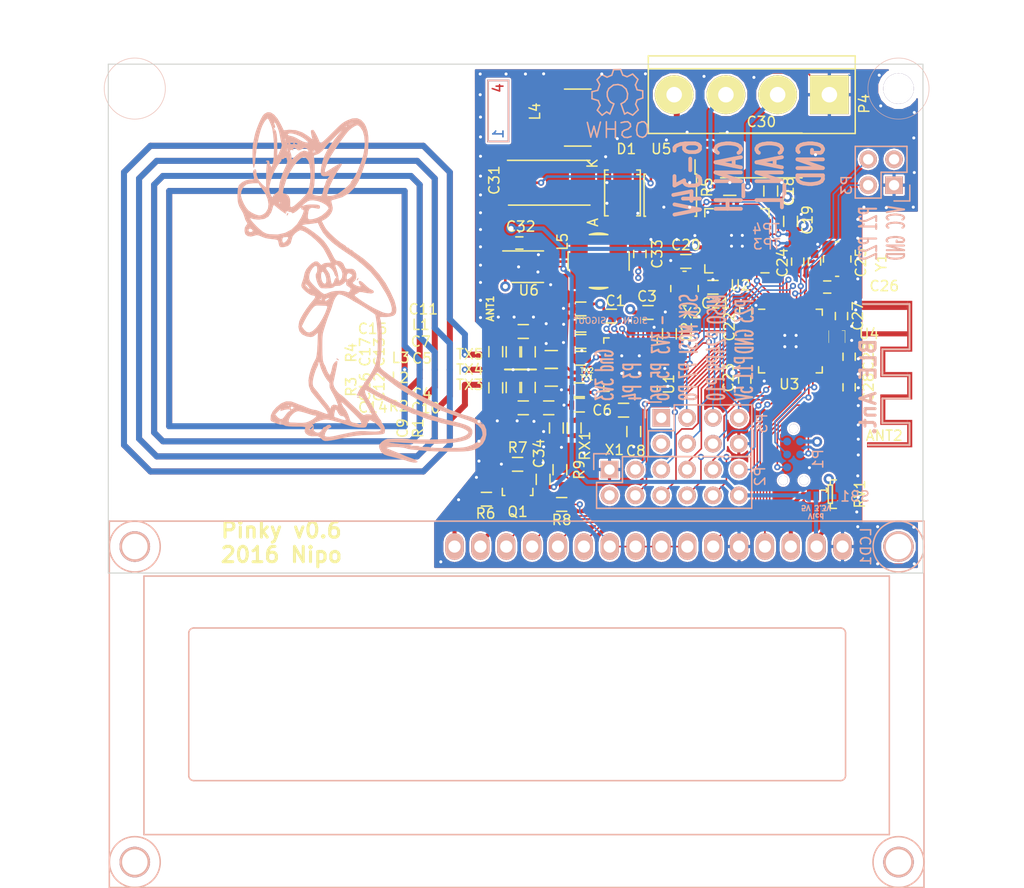
<source format=kicad_pcb>
(kicad_pcb (version 4) (host pcbnew 4.0.4-stable)

  (general
    (links 265)
    (no_connects 106)
    (area 69.949999 59.949999 150.050001 110.050001)
    (thickness 1.6)
    (drawings 26)
    (tracks 1131)
    (zones 0)
    (modules 85)
    (nets 86)
  )

  (page A4)
  (layers
    (0 F.Cu mixed)
    (1 In1.Cu power)
    (2 In2.Cu power)
    (31 B.Cu mixed)
    (34 B.Paste user)
    (35 F.Paste user)
    (36 B.SilkS user)
    (37 F.SilkS user)
    (38 B.Mask user)
    (39 F.Mask user)
    (40 Dwgs.User user)
    (41 Cmts.User user)
    (44 Edge.Cuts user)
    (45 Margin user)
    (46 B.CrtYd user)
    (47 F.CrtYd user)
    (48 B.Fab user hide)
    (49 F.Fab user hide)
  )

  (setup
    (last_trace_width 0.1524)
    (user_trace_width 0.1524)
    (user_trace_width 0.25)
    (user_trace_width 0.4)
    (user_trace_width 0.58)
    (user_trace_width 1)
    (trace_clearance 0.1524)
    (zone_clearance 0.2)
    (zone_45_only yes)
    (trace_min 0.1524)
    (segment_width 0.2)
    (edge_width 0.1)
    (via_size 0.61)
    (via_drill 0.3)
    (via_min_size 0.6048)
    (via_min_drill 0.3)
    (user_via 0.61 0.3)
    (uvia_size 0.3)
    (uvia_drill 0.1)
    (uvias_allowed no)
    (uvia_min_size 0.2)
    (uvia_min_drill 0.1)
    (pcb_text_width 0.3)
    (pcb_text_size 1.5 1.5)
    (mod_edge_width 0.15)
    (mod_text_size 1 1)
    (mod_text_width 0.15)
    (pad_size 3 3)
    (pad_drill 3)
    (pad_to_mask_clearance 0)
    (aux_axis_origin 0 0)
    (visible_elements FFFFFF7F)
    (pcbplotparams
      (layerselection 0x00000_fffffff9)
      (usegerberextensions false)
      (excludeedgelayer true)
      (linewidth 0.100000)
      (plotframeref false)
      (viasonmask false)
      (mode 1)
      (useauxorigin false)
      (hpglpennumber 1)
      (hpglpenspeed 20)
      (hpglpendiameter 15)
      (hpglpenoverlay 2)
      (psnegative false)
      (psa4output false)
      (plotreference true)
      (plotvalue true)
      (plotinvisibletext false)
      (padsonsilk false)
      (subtractmaskfromsilk false)
      (outputformat 1)
      (mirror false)
      (drillshape 0)
      (scaleselection 1)
      (outputdirectory test))
  )

  (net 0 "")
  (net 1 GND)
  (net 2 +3V3)
  (net 3 /mcu/SWDIO)
  (net 4 /mcu/SWDCLK)
  (net 5 "Net-(L3-Pad1)")
  (net 6 +5V)
  (net 7 "Net-(C14-Pad1)")
  (net 8 "Net-(TP3-Pad1)")
  (net 9 "Net-(TP2-Pad1)")
  (net 10 "Net-(TP1-Pad1)")
  (net 11 "Net-(TP4-Pad1)")
  (net 12 /P25)
  (net 13 /P26)
  (net 14 /P20)
  (net 15 /P19)
  (net 16 /P11)
  (net 17 /P12)
  (net 18 /P13)
  (net 19 /P14)
  (net 20 /P15)
  (net 21 /P16)
  (net 22 /P17)
  (net 23 /P18)
  (net 24 /P27)
  (net 25 /P28)
  (net 26 /P29)
  (net 27 /P7)
  (net 28 /P6)
  (net 29 /P5)
  (net 30 /P4)
  (net 31 /P3)
  (net 32 /P10)
  (net 33 /P9)
  (net 34 /P8)
  (net 35 /P30)
  (net 36 /P0)
  (net 37 /P1)
  (net 38 /P2)
  (net 39 "Net-(C26-Pad2)")
  (net 40 /P21)
  (net 41 /P22)
  (net 42 /P23)
  (net 43 /P24)
  (net 44 "Net-(ANT1-Pad3)")
  (net 45 "Net-(ANT1-Pad1)")
  (net 46 "Net-(ANT2-Pad2)")
  (net 47 "Net-(C8-Pad1)")
  (net 48 "Net-(Q1-Pad3)")
  (net 49 "Net-(L5-Pad2)")
  (net 50 "Net-(D1-Pad1)")
  (net 51 "Net-(C9-Pad2)")
  (net 52 "Net-(L2-Pad1)")
  (net 53 "Net-(C13-Pad2)")
  (net 54 "Net-(C12-Pad1)")
  (net 55 "Net-(C15-Pad1)")
  (net 56 "Net-(C9-Pad1)")
  (net 57 "Net-(C5-Pad2)")
  (net 58 "Net-(C10-Pad2)")
  (net 59 "Net-(C6-Pad1)")
  (net 60 "Net-(C21-Pad1)")
  (net 61 "Net-(C20-Pad1)")
  (net 62 "Net-(U3-Pad32)")
  (net 63 "Net-(U3-Pad31)")
  (net 64 "Net-(C29-Pad1)")
  (net 65 "Net-(U3-Pad2)")
  (net 66 "Net-(C28-Pad1)")
  (net 67 "Net-(C25-Pad2)")
  (net 68 "Net-(C24-Pad2)")
  (net 69 "Net-(U1-Pad19)")
  (net 70 "Net-(U1-Pad20)")
  (net 71 "Net-(U2-Pad6)")
  (net 72 "Net-(U2-Pad7)")
  (net 73 "Net-(U2-Pad8)")
  (net 74 "Net-(U2-Pad9)")
  (net 75 "Net-(U2-Pad23)")
  (net 76 "Net-(U2-Pad24)")
  (net 77 /can/VSupply)
  (net 78 "Net-(P4-Pad3)")
  (net 79 "Net-(P4-Pad2)")
  (net 80 "Net-(LCD1-Pad2)")
  (net 81 "Net-(LCD1-Pad10)")
  (net 82 "Net-(LCD1-Pad3)")
  (net 83 "Net-(Q1-Pad1)")
  (net 84 "Net-(LCD1-Pad16)")
  (net 85 "Net-(P5-Pad1)")

  (net_class Default "This is the default net class."
    (clearance 0.1524)
    (trace_width 0.1524)
    (via_dia 0.61)
    (via_drill 0.3)
    (uvia_dia 0.3)
    (uvia_drill 0.1)
    (add_net /P0)
    (add_net /P1)
    (add_net /P10)
    (add_net /P11)
    (add_net /P12)
    (add_net /P13)
    (add_net /P14)
    (add_net /P15)
    (add_net /P16)
    (add_net /P17)
    (add_net /P18)
    (add_net /P19)
    (add_net /P2)
    (add_net /P20)
    (add_net /P21)
    (add_net /P22)
    (add_net /P23)
    (add_net /P24)
    (add_net /P25)
    (add_net /P26)
    (add_net /P27)
    (add_net /P28)
    (add_net /P29)
    (add_net /P3)
    (add_net /P30)
    (add_net /P4)
    (add_net /P5)
    (add_net /P6)
    (add_net /P7)
    (add_net /P8)
    (add_net /P9)
    (add_net /can/VSupply)
    (add_net /mcu/SWDCLK)
    (add_net /mcu/SWDIO)
    (add_net GND)
    (add_net "Net-(ANT1-Pad1)")
    (add_net "Net-(ANT1-Pad3)")
    (add_net "Net-(ANT2-Pad2)")
    (add_net "Net-(C10-Pad2)")
    (add_net "Net-(C12-Pad1)")
    (add_net "Net-(C13-Pad2)")
    (add_net "Net-(C14-Pad1)")
    (add_net "Net-(C15-Pad1)")
    (add_net "Net-(C20-Pad1)")
    (add_net "Net-(C21-Pad1)")
    (add_net "Net-(C24-Pad2)")
    (add_net "Net-(C25-Pad2)")
    (add_net "Net-(C26-Pad2)")
    (add_net "Net-(C28-Pad1)")
    (add_net "Net-(C29-Pad1)")
    (add_net "Net-(C5-Pad2)")
    (add_net "Net-(C6-Pad1)")
    (add_net "Net-(C8-Pad1)")
    (add_net "Net-(C9-Pad1)")
    (add_net "Net-(C9-Pad2)")
    (add_net "Net-(D1-Pad1)")
    (add_net "Net-(L2-Pad1)")
    (add_net "Net-(L3-Pad1)")
    (add_net "Net-(L5-Pad2)")
    (add_net "Net-(LCD1-Pad10)")
    (add_net "Net-(LCD1-Pad16)")
    (add_net "Net-(LCD1-Pad2)")
    (add_net "Net-(LCD1-Pad3)")
    (add_net "Net-(P4-Pad2)")
    (add_net "Net-(P4-Pad3)")
    (add_net "Net-(P5-Pad1)")
    (add_net "Net-(Q1-Pad1)")
    (add_net "Net-(Q1-Pad3)")
    (add_net "Net-(TP1-Pad1)")
    (add_net "Net-(TP2-Pad1)")
    (add_net "Net-(TP3-Pad1)")
    (add_net "Net-(TP4-Pad1)")
    (add_net "Net-(U1-Pad19)")
    (add_net "Net-(U1-Pad20)")
    (add_net "Net-(U2-Pad23)")
    (add_net "Net-(U2-Pad24)")
    (add_net "Net-(U2-Pad6)")
    (add_net "Net-(U2-Pad7)")
    (add_net "Net-(U2-Pad8)")
    (add_net "Net-(U2-Pad9)")
    (add_net "Net-(U3-Pad2)")
    (add_net "Net-(U3-Pad31)")
    (add_net "Net-(U3-Pad32)")
  )

  (net_class Power ""
    (clearance 0.1524)
    (trace_width 0.4)
    (via_dia 1)
    (via_drill 0.5)
    (uvia_dia 0.3)
    (uvia_drill 0.1)
    (add_net +3V3)
    (add_net +5V)
  )

  (module Capacitors_SMD:C_0603 (layer F.Cu) (tedit 5415D631) (tstamp 57A86D94)
    (at 122.2 78.65 90)
    (descr "Capacitor SMD 0603, reflow soldering, AVX (see smccp.pdf)")
    (tags "capacitor 0603")
    (path /57ADA116/57ADA86E)
    (attr smd)
    (fp_text reference C33 (at 0 1.7 90) (layer F.SilkS)
      (effects (font (size 1 1) (thickness 0.15)))
    )
    (fp_text value 22uF (at -0.4 -0.1 90) (layer F.Fab)
      (effects (font (size 1 1) (thickness 0.15)))
    )
    (fp_line (start -1.45 -0.75) (end 1.45 -0.75) (layer F.CrtYd) (width 0.05))
    (fp_line (start -1.45 0.75) (end 1.45 0.75) (layer F.CrtYd) (width 0.05))
    (fp_line (start -1.45 -0.75) (end -1.45 0.75) (layer F.CrtYd) (width 0.05))
    (fp_line (start 1.45 -0.75) (end 1.45 0.75) (layer F.CrtYd) (width 0.05))
    (fp_line (start -0.35 -0.6) (end 0.35 -0.6) (layer F.SilkS) (width 0.15))
    (fp_line (start 0.35 0.6) (end -0.35 0.6) (layer F.SilkS) (width 0.15))
    (pad 1 smd rect (at -0.75 0 90) (size 0.8 0.75) (layers F.Cu F.Paste F.Mask)
      (net 2 +3V3))
    (pad 2 smd rect (at 0.75 0 90) (size 0.8 0.75) (layers F.Cu F.Paste F.Mask)
      (net 1 GND))
    (model Capacitors_SMD.3dshapes/C_0603.wrl
      (at (xyz 0 0 0))
      (scale (xyz 1 1 1))
      (rotate (xyz 0 0 0))
    )
  )

  (module VSSOP:VSSOP-10_3.1x3.1mm_Pitch0.5mm (layer F.Cu) (tedit 56C5753E) (tstamp 57A8696C)
    (at 111.188466 79.902)
    (descr "10-Lead Plastic Small Outline Package")
    (tags "VSSOP 0.5")
    (path /57ADA116/57ADA870)
    (attr smd)
    (fp_text reference U6 (at 0.101534 2.318 180) (layer F.SilkS)
      (effects (font (size 1 1) (thickness 0.15)))
    )
    (fp_text value TPS62056 (at -0.138466 -0.132) (layer F.Fab)
      (effects (font (size 1 1) (thickness 0.15)))
    )
    (fp_line (start 1.55 1.55) (end -1.55 1.55) (layer F.SilkS) (width 0.15))
    (fp_line (start -2.45 -1.55) (end 1.55 -1.55) (layer F.SilkS) (width 0.15))
    (fp_line (start -2.45 -1.55) (end 2.45 -1.55) (layer F.CrtYd) (width 0.05))
    (fp_line (start -2.45 -1.55) (end -2.45 1.55) (layer F.CrtYd) (width 0.05))
    (fp_line (start 2.45 1.55) (end -2.45 1.55) (layer F.CrtYd) (width 0.05))
    (fp_line (start 2.45 -1.55) (end 2.45 1.55) (layer F.CrtYd) (width 0.05))
    (pad 1 smd rect (at -2.2 -1) (size 1.45 0.3) (layers F.Cu F.Paste F.Mask)
      (net 6 +5V))
    (pad 2 smd rect (at -2.2 -0.5) (size 1.45 0.3) (layers F.Cu F.Paste F.Mask)
      (net 1 GND))
    (pad 3 smd rect (at -2.2 0) (size 1.45 0.3) (layers F.Cu F.Paste F.Mask)
      (net 1 GND))
    (pad 4 smd rect (at -2.2 0.5) (size 1.45 0.3) (layers F.Cu F.Paste F.Mask)
      (net 1 GND))
    (pad 5 smd rect (at -2.2 1) (size 1.45 0.3) (layers F.Cu F.Paste F.Mask)
      (net 2 +3V3))
    (pad 7 smd rect (at 2.2 0.5) (size 1.45 0.3) (layers F.Cu F.Paste F.Mask)
      (net 1 GND))
    (pad 10 smd rect (at 2.2 -1) (size 1.45 0.3) (layers F.Cu F.Paste F.Mask)
      (net 1 GND))
    (pad 9 smd rect (at 2.2 -0.5) (size 1.45 0.3) (layers F.Cu F.Paste F.Mask)
      (net 49 "Net-(L5-Pad2)"))
    (pad 8 smd rect (at 2.2 0) (size 1.45 0.3) (layers F.Cu F.Paste F.Mask)
      (net 6 +5V))
    (pad 6 smd rect (at 2.2 1) (size 1.45 0.3) (layers F.Cu F.Paste F.Mask)
      (net 1 GND))
    (model Housings_SSOP.3dshapes/MSOP-10-1EP_3x3mm_Pitch0.5mm.wrl
      (at (xyz 0 0 0))
      (scale (xyz 1 1 0.8))
      (rotate (xyz 0 0 0))
    )
  )

  (module Capacitors_SMD:C_0603 (layer F.Cu) (tedit 5415D631) (tstamp 57A86DB6)
    (at 110.365 77.57)
    (descr "Capacitor SMD 0603, reflow soldering, AVX (see smccp.pdf)")
    (tags "capacitor 0603")
    (path /57ADA116/57ADA86F)
    (attr smd)
    (fp_text reference C32 (at 0.135 -1.62) (layer F.SilkS)
      (effects (font (size 1 1) (thickness 0.15)))
    )
    (fp_text value 10uF (at -0.125 0) (layer F.Fab)
      (effects (font (size 1 1) (thickness 0.15)))
    )
    (fp_line (start -1.45 -0.75) (end 1.45 -0.75) (layer F.CrtYd) (width 0.05))
    (fp_line (start -1.45 0.75) (end 1.45 0.75) (layer F.CrtYd) (width 0.05))
    (fp_line (start -1.45 -0.75) (end -1.45 0.75) (layer F.CrtYd) (width 0.05))
    (fp_line (start 1.45 -0.75) (end 1.45 0.75) (layer F.CrtYd) (width 0.05))
    (fp_line (start -0.35 -0.6) (end 0.35 -0.6) (layer F.SilkS) (width 0.15))
    (fp_line (start 0.35 0.6) (end -0.35 0.6) (layer F.SilkS) (width 0.15))
    (pad 1 smd rect (at -0.75 0) (size 0.8 0.75) (layers F.Cu F.Paste F.Mask)
      (net 6 +5V))
    (pad 2 smd rect (at 0.75 0) (size 0.8 0.75) (layers F.Cu F.Paste F.Mask)
      (net 1 GND))
    (model Capacitors_SMD.3dshapes/C_0603.wrl
      (at (xyz 0 0 0))
      (scale (xyz 1 1 1))
      (rotate (xyz 0 0 0))
    )
  )

  (module Connect:bornier4 (layer F.Cu) (tedit 0) (tstamp 57AADD2E)
    (at 133.19 63 180)
    (descr "Bornier d'alimentation 4 pins")
    (tags DEV)
    (path /57A213A9/57A5C395)
    (fp_text reference P4 (at -11.049 -0.889 270) (layer F.SilkS)
      (effects (font (size 1 1) (thickness 0.15)))
    )
    (fp_text value CAN (at 0 5.08 180) (layer F.Fab)
      (effects (font (size 1 1) (thickness 0.15)))
    )
    (fp_line (start -10.16 -3.81) (end -10.16 3.81) (layer F.SilkS) (width 0.15))
    (fp_line (start 10.16 3.81) (end 10.16 -3.81) (layer F.SilkS) (width 0.15))
    (fp_line (start 10.16 2.54) (end -10.16 2.54) (layer F.SilkS) (width 0.15))
    (fp_line (start -10.16 -3.81) (end 10.16 -3.81) (layer F.SilkS) (width 0.15))
    (fp_line (start -10.16 3.81) (end 10.16 3.81) (layer F.SilkS) (width 0.15))
    (pad 2 thru_hole circle (at -2.54 0 180) (size 3.81 3.81) (drill 1.524) (layers *.Cu *.Mask F.SilkS)
      (net 79 "Net-(P4-Pad2)"))
    (pad 3 thru_hole circle (at 2.54 0 180) (size 3.81 3.81) (drill 1.524) (layers *.Cu *.Mask F.SilkS)
      (net 78 "Net-(P4-Pad3)"))
    (pad 1 thru_hole rect (at -7.62 0 180) (size 3.81 3.81) (drill 1.524) (layers *.Cu *.Mask F.SilkS)
      (net 1 GND))
    (pad 4 thru_hole circle (at 7.62 0 180) (size 3.81 3.81) (drill 1.524) (layers *.Cu *.Mask F.SilkS)
      (net 77 /can/VSupply))
    (model Connect.3dshapes/bornier4.wrl
      (at (xyz 0 0 0))
      (scale (xyz 1 1 1))
      (rotate (xyz 0 0 0))
    )
  )

  (module Test_point:Round-SMD-Pad_0.4mm (layer B.Cu) (tedit 57AA5231) (tstamp 57A99107)
    (at 136.651 76.716 270)
    (path /57A213A9/57A65E93)
    (fp_text reference TP4 (at -0.508 2.064 540) (layer B.SilkS)
      (effects (font (size 1 1) (thickness 0.15)) (justify mirror))
    )
    (fp_text value CAN_RX (at 0 0.9 270) (layer B.Fab) hide
      (effects (font (size 1 1) (thickness 0.15)) (justify mirror))
    )
    (pad 1 smd circle (at 0 0 270) (size 0.4 0.4) (layers B.Cu B.Mask)
      (net 11 "Net-(TP4-Pad1)") (solder_mask_margin 0.001))
  )

  (module Test_point:Round-SMD-Pad_0.4mm (layer B.Cu) (tedit 581DB8A0) (tstamp 57A990F2)
    (at 119.25 85.25 180)
    (path /57A213A5/57A666E4)
    (fp_text reference TP1 (at 0.55 1.95 270) (layer B.SilkS) hide
      (effects (font (size 1 1) (thickness 0.15)) (justify mirror))
    )
    (fp_text value SIGOUT (at 1.95 0.05 360) (layer B.SilkS)
      (effects (font (size 0.6 0.6) (thickness 0.1)) (justify mirror))
    )
    (pad 1 smd circle (at 0 0 180) (size 0.4 0.4) (layers B.Cu B.Mask)
      (net 10 "Net-(TP1-Pad1)") (solder_mask_margin 0.001))
  )

  (module Test_point:Round-SMD-Pad_0.4mm (layer B.Cu) (tedit 581DB88E) (tstamp 57A990E5)
    (at 120.25 85.25 270)
    (path /57A213A5/57A667A5)
    (fp_text reference TP2 (at -1.95 -0.25 270) (layer B.SilkS) hide
      (effects (font (size 1 1) (thickness 0.15)) (justify mirror))
    )
    (fp_text value SIGIN (at -0.05 -1.55 360) (layer B.SilkS)
      (effects (font (size 0.6 0.6) (thickness 0.1)) (justify mirror))
    )
    (pad 1 smd circle (at 0 0 270) (size 0.4 0.4) (layers B.Cu B.Mask)
      (net 9 "Net-(TP2-Pad1)") (solder_mask_margin 0.001))
  )

  (module Test_point:Round-SMD-Pad_0.4mm (layer B.Cu) (tedit 57AA5233) (tstamp 57A86C60)
    (at 136.651 77.595 180)
    (path /57A213A9/57A65EC6)
    (fp_text reference TP3 (at 2 -0.1 180) (layer B.SilkS)
      (effects (font (size 1 1) (thickness 0.15)) (justify mirror))
    )
    (fp_text value CAN_TX (at 0 0.9 180) (layer B.Fab) hide
      (effects (font (size 1 1) (thickness 0.15)) (justify mirror))
    )
    (pad 1 smd circle (at 0 0 180) (size 0.4 0.4) (layers B.Cu B.Mask)
      (net 8 "Net-(TP3-Pad1)") (solder_mask_margin 0.001))
  )

  (module Resistors_SMD:R_0805 (layer F.Cu) (tedit 5415CDEB) (tstamp 57A8DE47)
    (at 113.5 90.76777 180)
    (descr "Resistor SMD 0805, reflow soldering, Vishay (see dcrcw.pdf)")
    (tags "resistor 0805")
    (path /57A213A5/57A4D73C)
    (attr smd)
    (fp_text reference L2 (at 14.854 -0.04523 180) (layer F.SilkS)
      (effects (font (size 1 1) (thickness 0.15)))
    )
    (fp_text value 560nH (at -0.85 0.91777 450) (layer F.Fab)
      (effects (font (size 1 1) (thickness 0.15)))
    )
    (fp_line (start -1.6 -1) (end 1.6 -1) (layer F.CrtYd) (width 0.05))
    (fp_line (start -1.6 1) (end 1.6 1) (layer F.CrtYd) (width 0.05))
    (fp_line (start -1.6 -1) (end -1.6 1) (layer F.CrtYd) (width 0.05))
    (fp_line (start 1.6 -1) (end 1.6 1) (layer F.CrtYd) (width 0.05))
    (fp_line (start 0.6 0.875) (end -0.6 0.875) (layer F.SilkS) (width 0.15))
    (fp_line (start -0.6 -0.875) (end 0.6 -0.875) (layer F.SilkS) (width 0.15))
    (pad 1 smd rect (at -0.95 0 180) (size 0.7 1.3) (layers F.Cu F.Paste F.Mask)
      (net 52 "Net-(L2-Pad1)"))
    (pad 2 smd rect (at 0.95 0 180) (size 0.7 1.3) (layers F.Cu F.Paste F.Mask)
      (net 54 "Net-(C12-Pad1)"))
    (model Resistors_SMD.3dshapes/R_0805.wrl
      (at (xyz 0 0 0))
      (scale (xyz 1 1 1))
      (rotate (xyz 0 0 0))
    )
  )

  (module Resistors_SMD:R_0805 (layer F.Cu) (tedit 5415CDEB) (tstamp 57A8DE26)
    (at 113.5 89.01777 180)
    (descr "Resistor SMD 0805, reflow soldering, Vishay (see dcrcw.pdf)")
    (tags "resistor 0805")
    (path /57A213A5/57A4D774)
    (attr smd)
    (fp_text reference L3 (at 14.8 0.16777 180) (layer F.SilkS)
      (effects (font (size 1 1) (thickness 0.15)))
    )
    (fp_text value 560nH (at 0.5 -0.88223 450) (layer F.Fab)
      (effects (font (size 1 1) (thickness 0.15)))
    )
    (fp_line (start -1.6 -1) (end 1.6 -1) (layer F.CrtYd) (width 0.05))
    (fp_line (start -1.6 1) (end 1.6 1) (layer F.CrtYd) (width 0.05))
    (fp_line (start -1.6 -1) (end -1.6 1) (layer F.CrtYd) (width 0.05))
    (fp_line (start 1.6 -1) (end 1.6 1) (layer F.CrtYd) (width 0.05))
    (fp_line (start 0.6 0.875) (end -0.6 0.875) (layer F.SilkS) (width 0.15))
    (fp_line (start -0.6 -0.875) (end 0.6 -0.875) (layer F.SilkS) (width 0.15))
    (pad 1 smd rect (at -0.95 0 180) (size 0.7 1.3) (layers F.Cu F.Paste F.Mask)
      (net 5 "Net-(L3-Pad1)"))
    (pad 2 smd rect (at 0.95 0 180) (size 0.7 1.3) (layers F.Cu F.Paste F.Mask)
      (net 53 "Net-(C13-Pad2)"))
    (model Resistors_SMD.3dshapes/R_0805.wrl
      (at (xyz 0 0 0))
      (scale (xyz 1 1 1))
      (rotate (xyz 0 0 0))
    )
  )

  (module Resistors_SMD:R_0603 (layer F.Cu) (tedit 5415CC62) (tstamp 57A8CB0F)
    (at 108.05 88.25 90)
    (descr "Resistor SMD 0603, reflow soldering, Vishay (see dcrcw.pdf)")
    (tags "resistor 0603")
    (path /57A213A5/57A4DBAE)
    (attr smd)
    (fp_text reference R4 (at -0.1 -14.2 90) (layer F.SilkS)
      (effects (font (size 1 1) (thickness 0.15)))
    )
    (fp_text value 0R (at 0 -0.11777 90) (layer F.Fab)
      (effects (font (size 1 1) (thickness 0.15)))
    )
    (fp_line (start -1.3 -0.8) (end 1.3 -0.8) (layer F.CrtYd) (width 0.05))
    (fp_line (start -1.3 0.8) (end 1.3 0.8) (layer F.CrtYd) (width 0.05))
    (fp_line (start -1.3 -0.8) (end -1.3 0.8) (layer F.CrtYd) (width 0.05))
    (fp_line (start 1.3 -0.8) (end 1.3 0.8) (layer F.CrtYd) (width 0.05))
    (fp_line (start 0.5 0.675) (end -0.5 0.675) (layer F.SilkS) (width 0.15))
    (fp_line (start -0.5 -0.675) (end 0.5 -0.675) (layer F.SilkS) (width 0.15))
    (pad 1 smd rect (at -0.75 0 90) (size 0.5 0.9) (layers F.Cu F.Paste F.Mask)
      (net 44 "Net-(ANT1-Pad3)"))
    (pad 2 smd rect (at 0.75 0 90) (size 0.5 0.9) (layers F.Cu F.Paste F.Mask)
      (net 55 "Net-(C15-Pad1)"))
    (model Resistors_SMD.3dshapes/R_0603.wrl
      (at (xyz 0 0 0))
      (scale (xyz 1 1 1))
      (rotate (xyz 0 0 0))
    )
  )

  (module Resistors_SMD:R_0603 (layer F.Cu) (tedit 5415CC62) (tstamp 57A8CAED)
    (at 108.05 91.8 270)
    (descr "Resistor SMD 0603, reflow soldering, Vishay (see dcrcw.pdf)")
    (tags "resistor 0603")
    (path /57A213A5/57A4DB3C)
    (attr smd)
    (fp_text reference R3 (at -0.1 14.2 270) (layer F.SilkS)
      (effects (font (size 1 1) (thickness 0.15)))
    )
    (fp_text value 0R (at 0 -0.01777 270) (layer F.Fab)
      (effects (font (size 1 1) (thickness 0.15)))
    )
    (fp_line (start -1.3 -0.8) (end 1.3 -0.8) (layer F.CrtYd) (width 0.05))
    (fp_line (start -1.3 0.8) (end 1.3 0.8) (layer F.CrtYd) (width 0.05))
    (fp_line (start -1.3 -0.8) (end -1.3 0.8) (layer F.CrtYd) (width 0.05))
    (fp_line (start 1.3 -0.8) (end 1.3 0.8) (layer F.CrtYd) (width 0.05))
    (fp_line (start 0.5 0.675) (end -0.5 0.675) (layer F.SilkS) (width 0.15))
    (fp_line (start -0.5 -0.675) (end 0.5 -0.675) (layer F.SilkS) (width 0.15))
    (pad 1 smd rect (at -0.75 0 270) (size 0.5 0.9) (layers F.Cu F.Paste F.Mask)
      (net 45 "Net-(ANT1-Pad1)"))
    (pad 2 smd rect (at 0.75 0 270) (size 0.5 0.9) (layers F.Cu F.Paste F.Mask)
      (net 7 "Net-(C14-Pad1)"))
    (model Resistors_SMD.3dshapes/R_0603.wrl
      (at (xyz 0 0 0))
      (scale (xyz 1 1 1))
      (rotate (xyz 0 0 0))
    )
  )

  (module Resistors_SMD:R_0603 (layer F.Cu) (tedit 5415CC62) (tstamp 57A8CACB)
    (at 113.25 93.76777)
    (descr "Resistor SMD 0603, reflow soldering, Vishay (see dcrcw.pdf)")
    (tags "resistor 0603")
    (path /57A213A5/57A4E4E3)
    (attr smd)
    (fp_text reference R2 (at -14.731 -0.16077) (layer F.SilkS)
      (effects (font (size 1 1) (thickness 0.15)))
    )
    (fp_text value 2k (at 0 -0.01777) (layer F.Fab)
      (effects (font (size 1 1) (thickness 0.15)))
    )
    (fp_line (start -1.3 -0.8) (end 1.3 -0.8) (layer F.CrtYd) (width 0.05))
    (fp_line (start -1.3 0.8) (end 1.3 0.8) (layer F.CrtYd) (width 0.05))
    (fp_line (start -1.3 -0.8) (end -1.3 0.8) (layer F.CrtYd) (width 0.05))
    (fp_line (start 1.3 -0.8) (end 1.3 0.8) (layer F.CrtYd) (width 0.05))
    (fp_line (start 0.5 0.675) (end -0.5 0.675) (layer F.SilkS) (width 0.15))
    (fp_line (start -0.5 -0.675) (end 0.5 -0.675) (layer F.SilkS) (width 0.15))
    (pad 1 smd rect (at -0.75 0) (size 0.5 0.9) (layers F.Cu F.Paste F.Mask)
      (net 54 "Net-(C12-Pad1)"))
    (pad 2 smd rect (at 0.75 0) (size 0.5 0.9) (layers F.Cu F.Paste F.Mask)
      (net 56 "Net-(C9-Pad1)"))
    (model Resistors_SMD.3dshapes/R_0603.wrl
      (at (xyz 0 0 0))
      (scale (xyz 1 1 1))
      (rotate (xyz 0 0 0))
    )
  )

  (module Resistors_SMD:R_0603 (layer F.Cu) (tedit 5415CC62) (tstamp 57A8CA93)
    (at 115.75 95.75 270)
    (descr "Resistor SMD 0603, reflow soldering, Vishay (see dcrcw.pdf)")
    (tags "resistor 0603")
    (path /57A213A5/57A4E064)
    (attr smd)
    (fp_text reference R1 (at 0.016 15.326 270) (layer F.SilkS)
      (effects (font (size 1 1) (thickness 0.15)))
    )
    (fp_text value 1K (at 0 0 270) (layer F.Fab)
      (effects (font (size 1 1) (thickness 0.15)))
    )
    (fp_line (start -1.3 -0.8) (end 1.3 -0.8) (layer F.CrtYd) (width 0.05))
    (fp_line (start -1.3 0.8) (end 1.3 0.8) (layer F.CrtYd) (width 0.05))
    (fp_line (start -1.3 -0.8) (end -1.3 0.8) (layer F.CrtYd) (width 0.05))
    (fp_line (start 1.3 -0.8) (end 1.3 0.8) (layer F.CrtYd) (width 0.05))
    (fp_line (start 0.5 0.675) (end -0.5 0.675) (layer F.SilkS) (width 0.15))
    (fp_line (start -0.5 -0.675) (end 0.5 -0.675) (layer F.SilkS) (width 0.15))
    (pad 1 smd rect (at -0.75 0 270) (size 0.5 0.9) (layers F.Cu F.Paste F.Mask)
      (net 58 "Net-(C10-Pad2)"))
    (pad 2 smd rect (at 0.75 0 270) (size 0.5 0.9) (layers F.Cu F.Paste F.Mask)
      (net 51 "Net-(C9-Pad2)"))
    (model Resistors_SMD.3dshapes/R_0603.wrl
      (at (xyz 0 0 0))
      (scale (xyz 1 1 1))
      (rotate (xyz 0 0 0))
    )
  )

  (module Resistors_SMD:R_0603 (layer F.Cu) (tedit 5415CC62) (tstamp 57A8C9EB)
    (at 119.4 84.75)
    (descr "Resistor SMD 0603, reflow soldering, Vishay (see dcrcw.pdf)")
    (tags "resistor 0603")
    (path /57A213A5/57A89CF4)
    (attr smd)
    (fp_text reference C1 (at 0.4 -1.5) (layer F.SilkS)
      (effects (font (size 1 1) (thickness 0.15)))
    )
    (fp_text value 100nF (at 0.582 0.602) (layer F.Fab)
      (effects (font (size 1 1) (thickness 0.15)))
    )
    (fp_line (start -1.3 -0.8) (end 1.3 -0.8) (layer F.CrtYd) (width 0.05))
    (fp_line (start -1.3 0.8) (end 1.3 0.8) (layer F.CrtYd) (width 0.05))
    (fp_line (start -1.3 -0.8) (end -1.3 0.8) (layer F.CrtYd) (width 0.05))
    (fp_line (start 1.3 -0.8) (end 1.3 0.8) (layer F.CrtYd) (width 0.05))
    (fp_line (start 0.5 0.675) (end -0.5 0.675) (layer F.SilkS) (width 0.15))
    (fp_line (start -0.5 -0.675) (end 0.5 -0.675) (layer F.SilkS) (width 0.15))
    (pad 1 smd rect (at -0.75 0) (size 0.5 0.9) (layers F.Cu F.Paste F.Mask)
      (net 2 +3V3))
    (pad 2 smd rect (at 0.75 0) (size 0.5 0.9) (layers F.Cu F.Paste F.Mask)
      (net 1 GND))
    (model Resistors_SMD.3dshapes/R_0603.wrl
      (at (xyz 0 0 0))
      (scale (xyz 1 1 1))
      (rotate (xyz 0 0 0))
    )
  )

  (module Resistors_SMD:R_0603 (layer F.Cu) (tedit 5415CC62) (tstamp 57A8C99D)
    (at 116.25 92 180)
    (descr "Resistor SMD 0603, reflow soldering, Vishay (see dcrcw.pdf)")
    (tags "resistor 0603")
    (path /57A213A5/57A89BE9)
    (attr smd)
    (fp_text reference C4 (at 15.45 -0.4 180) (layer F.SilkS)
      (effects (font (size 1 1) (thickness 0.15)))
    )
    (fp_text value 100nF (at -0.7 0.05 180) (layer F.Fab)
      (effects (font (size 1 1) (thickness 0.15)))
    )
    (fp_line (start -1.3 -0.8) (end 1.3 -0.8) (layer F.CrtYd) (width 0.05))
    (fp_line (start -1.3 0.8) (end 1.3 0.8) (layer F.CrtYd) (width 0.05))
    (fp_line (start -1.3 -0.8) (end -1.3 0.8) (layer F.CrtYd) (width 0.05))
    (fp_line (start 1.3 -0.8) (end 1.3 0.8) (layer F.CrtYd) (width 0.05))
    (fp_line (start 0.5 0.675) (end -0.5 0.675) (layer F.SilkS) (width 0.15))
    (fp_line (start -0.5 -0.675) (end 0.5 -0.675) (layer F.SilkS) (width 0.15))
    (pad 1 smd rect (at -0.75 0 180) (size 0.5 0.9) (layers F.Cu F.Paste F.Mask)
      (net 2 +3V3))
    (pad 2 smd rect (at 0.75 0 180) (size 0.5 0.9) (layers F.Cu F.Paste F.Mask)
      (net 1 GND))
    (model Resistors_SMD.3dshapes/R_0603.wrl
      (at (xyz 0 0 0))
      (scale (xyz 1 1 1))
      (rotate (xyz 0 0 0))
    )
  )

  (module Resistors_SMD:R_0603 (layer F.Cu) (tedit 5415CC62) (tstamp 57A8C965)
    (at 116.25 93.5)
    (descr "Resistor SMD 0603, reflow soldering, Vishay (see dcrcw.pdf)")
    (tags "resistor 0603")
    (path /57A213A5/57A4DFDD)
    (attr smd)
    (fp_text reference C10 (at -15.1 0.3) (layer F.SilkS)
      (effects (font (size 1 1) (thickness 0.15)))
    )
    (fp_text value 100nF (at 0.65 0.05) (layer F.Fab)
      (effects (font (size 1 1) (thickness 0.15)))
    )
    (fp_line (start -1.3 -0.8) (end 1.3 -0.8) (layer F.CrtYd) (width 0.05))
    (fp_line (start -1.3 0.8) (end 1.3 0.8) (layer F.CrtYd) (width 0.05))
    (fp_line (start -1.3 -0.8) (end -1.3 0.8) (layer F.CrtYd) (width 0.05))
    (fp_line (start 1.3 -0.8) (end 1.3 0.8) (layer F.CrtYd) (width 0.05))
    (fp_line (start 0.5 0.675) (end -0.5 0.675) (layer F.SilkS) (width 0.15))
    (fp_line (start -0.5 -0.675) (end 0.5 -0.675) (layer F.SilkS) (width 0.15))
    (pad 1 smd rect (at -0.75 0) (size 0.5 0.9) (layers F.Cu F.Paste F.Mask)
      (net 1 GND))
    (pad 2 smd rect (at 0.75 0) (size 0.5 0.9) (layers F.Cu F.Paste F.Mask)
      (net 58 "Net-(C10-Pad2)"))
    (model Resistors_SMD.3dshapes/R_0603.wrl
      (at (xyz 0 0 0))
      (scale (xyz 1 1 1))
      (rotate (xyz 0 0 0))
    )
  )

  (module Resistors_SMD:R_0603 (layer F.Cu) (tedit 5415CC62) (tstamp 57A8C943)
    (at 114 95.75 270)
    (descr "Resistor SMD 0603, reflow soldering, Vishay (see dcrcw.pdf)")
    (tags "resistor 0603")
    (path /57A213A5/57A4E447)
    (attr smd)
    (fp_text reference C9 (at 0.016 15.1 270) (layer F.SilkS)
      (effects (font (size 1 1) (thickness 0.15)))
    )
    (fp_text value 1nF (at 0 -0.05 270) (layer F.Fab)
      (effects (font (size 1 1) (thickness 0.15)))
    )
    (fp_line (start -1.3 -0.8) (end 1.3 -0.8) (layer F.CrtYd) (width 0.05))
    (fp_line (start -1.3 0.8) (end 1.3 0.8) (layer F.CrtYd) (width 0.05))
    (fp_line (start -1.3 -0.8) (end -1.3 0.8) (layer F.CrtYd) (width 0.05))
    (fp_line (start 1.3 -0.8) (end 1.3 0.8) (layer F.CrtYd) (width 0.05))
    (fp_line (start 0.5 0.675) (end -0.5 0.675) (layer F.SilkS) (width 0.15))
    (fp_line (start -0.5 -0.675) (end 0.5 -0.675) (layer F.SilkS) (width 0.15))
    (pad 1 smd rect (at -0.75 0 270) (size 0.5 0.9) (layers F.Cu F.Paste F.Mask)
      (net 56 "Net-(C9-Pad1)"))
    (pad 2 smd rect (at 0.75 0 270) (size 0.5 0.9) (layers F.Cu F.Paste F.Mask)
      (net 51 "Net-(C9-Pad2)"))
    (model Resistors_SMD.3dshapes/R_0603.wrl
      (at (xyz 0 0 0))
      (scale (xyz 1 1 1))
      (rotate (xyz 0 0 0))
    )
  )

  (module Resistors_SMD:R_0603 (layer F.Cu) (tedit 5415CC62) (tstamp 57A8C921)
    (at 111.25 91.76777 90)
    (descr "Resistor SMD 0603, reflow soldering, Vishay (see dcrcw.pdf)")
    (tags "resistor 0603")
    (path /57A213A5/57A4D97C)
    (attr smd)
    (fp_text reference C12 (at 0.06577 -14.636 90) (layer F.SilkS)
      (effects (font (size 1 1) (thickness 0.15)))
    )
    (fp_text value 220pF (at -0.44223 0 90) (layer F.Fab)
      (effects (font (size 1 1) (thickness 0.15)))
    )
    (fp_line (start -1.3 -0.8) (end 1.3 -0.8) (layer F.CrtYd) (width 0.05))
    (fp_line (start -1.3 0.8) (end 1.3 0.8) (layer F.CrtYd) (width 0.05))
    (fp_line (start -1.3 -0.8) (end -1.3 0.8) (layer F.CrtYd) (width 0.05))
    (fp_line (start 1.3 -0.8) (end 1.3 0.8) (layer F.CrtYd) (width 0.05))
    (fp_line (start 0.5 0.675) (end -0.5 0.675) (layer F.SilkS) (width 0.15))
    (fp_line (start -0.5 -0.675) (end 0.5 -0.675) (layer F.SilkS) (width 0.15))
    (pad 1 smd rect (at -0.75 0 90) (size 0.5 0.9) (layers F.Cu F.Paste F.Mask)
      (net 54 "Net-(C12-Pad1)"))
    (pad 2 smd rect (at 0.75 0 90) (size 0.5 0.9) (layers F.Cu F.Paste F.Mask)
      (net 1 GND))
    (model Resistors_SMD.3dshapes/R_0603.wrl
      (at (xyz 0 0 0))
      (scale (xyz 1 1 1))
      (rotate (xyz 0 0 0))
    )
  )

  (module Resistors_SMD:R_0603 (layer F.Cu) (tedit 5415CC62) (tstamp 57A8C8FF)
    (at 111.25 88.26777 90)
    (descr "Resistor SMD 0603, reflow soldering, Vishay (see dcrcw.pdf)")
    (tags "resistor 0603")
    (path /57A213A5/57A4D9B2)
    (attr smd)
    (fp_text reference C13 (at -0.00523 -14.636 90) (layer F.SilkS)
      (effects (font (size 1 1) (thickness 0.15)))
    )
    (fp_text value 220pF (at 1.13777 0 90) (layer F.Fab)
      (effects (font (size 1 1) (thickness 0.15)))
    )
    (fp_line (start -1.3 -0.8) (end 1.3 -0.8) (layer F.CrtYd) (width 0.05))
    (fp_line (start -1.3 0.8) (end 1.3 0.8) (layer F.CrtYd) (width 0.05))
    (fp_line (start -1.3 -0.8) (end -1.3 0.8) (layer F.CrtYd) (width 0.05))
    (fp_line (start 1.3 -0.8) (end 1.3 0.8) (layer F.CrtYd) (width 0.05))
    (fp_line (start 0.5 0.675) (end -0.5 0.675) (layer F.SilkS) (width 0.15))
    (fp_line (start -0.5 -0.675) (end 0.5 -0.675) (layer F.SilkS) (width 0.15))
    (pad 1 smd rect (at -0.75 0 90) (size 0.5 0.9) (layers F.Cu F.Paste F.Mask)
      (net 1 GND))
    (pad 2 smd rect (at 0.75 0 90) (size 0.5 0.9) (layers F.Cu F.Paste F.Mask)
      (net 53 "Net-(C13-Pad2)"))
    (model Resistors_SMD.3dshapes/R_0603.wrl
      (at (xyz 0 0 0))
      (scale (xyz 1 1 1))
      (rotate (xyz 0 0 0))
    )
  )

  (module Resistors_SMD:R_0603 (layer F.Cu) (tedit 57AA536E) (tstamp 57A8C8DD)
    (at 110.75 93.76777)
    (descr "Resistor SMD 0603, reflow soldering, Vishay (see dcrcw.pdf)")
    (tags "resistor 0603")
    (path /57A213A5/57A4D9EE)
    (attr smd)
    (fp_text reference C14 (at -14.771 -0.03377) (layer F.SilkS)
      (effects (font (size 1 1) (thickness 0.15)))
    )
    (fp_text value 33pF (at -2.96 0.03223) (layer F.Fab)
      (effects (font (size 1 1) (thickness 0.15)))
    )
    (fp_line (start -1.3 -0.8) (end 1.3 -0.8) (layer F.CrtYd) (width 0.05))
    (fp_line (start -1.3 0.8) (end 1.3 0.8) (layer F.CrtYd) (width 0.05))
    (fp_line (start -1.3 -0.8) (end -1.3 0.8) (layer F.CrtYd) (width 0.05))
    (fp_line (start 1.3 -0.8) (end 1.3 0.8) (layer F.CrtYd) (width 0.05))
    (fp_line (start 0.5 0.675) (end -0.5 0.675) (layer F.SilkS) (width 0.15))
    (fp_line (start -0.5 -0.675) (end 0.5 -0.675) (layer F.SilkS) (width 0.15))
    (pad 1 smd rect (at -0.75 0) (size 0.5 0.9) (layers F.Cu F.Paste F.Mask)
      (net 7 "Net-(C14-Pad1)"))
    (pad 2 smd rect (at 0.75 0) (size 0.5 0.9) (layers F.Cu F.Paste F.Mask)
      (net 54 "Net-(C12-Pad1)"))
    (model Resistors_SMD.3dshapes/R_0603.wrl
      (at (xyz 0 0 0))
      (scale (xyz 1 1 1))
      (rotate (xyz 0 0 0))
    )
  )

  (module Resistors_SMD:R_0603 (layer F.Cu) (tedit 5415CC62) (tstamp 57A8C8BB)
    (at 110.75 86.26777)
    (descr "Resistor SMD 0603, reflow soldering, Vishay (see dcrcw.pdf)")
    (tags "resistor 0603")
    (path /57A213A5/57A4DA61)
    (attr smd)
    (fp_text reference C15 (at -14.8 -0.26777) (layer F.SilkS)
      (effects (font (size 1 1) (thickness 0.15)))
    )
    (fp_text value 33pF (at -2.198 -0.91577) (layer F.Fab)
      (effects (font (size 1 1) (thickness 0.15)))
    )
    (fp_line (start -1.3 -0.8) (end 1.3 -0.8) (layer F.CrtYd) (width 0.05))
    (fp_line (start -1.3 0.8) (end 1.3 0.8) (layer F.CrtYd) (width 0.05))
    (fp_line (start -1.3 -0.8) (end -1.3 0.8) (layer F.CrtYd) (width 0.05))
    (fp_line (start 1.3 -0.8) (end 1.3 0.8) (layer F.CrtYd) (width 0.05))
    (fp_line (start 0.5 0.675) (end -0.5 0.675) (layer F.SilkS) (width 0.15))
    (fp_line (start -0.5 -0.675) (end 0.5 -0.675) (layer F.SilkS) (width 0.15))
    (pad 1 smd rect (at -0.75 0) (size 0.5 0.9) (layers F.Cu F.Paste F.Mask)
      (net 55 "Net-(C15-Pad1)"))
    (pad 2 smd rect (at 0.75 0) (size 0.5 0.9) (layers F.Cu F.Paste F.Mask)
      (net 53 "Net-(C13-Pad2)"))
    (model Resistors_SMD.3dshapes/R_0603.wrl
      (at (xyz 0 0 0))
      (scale (xyz 1 1 1))
      (rotate (xyz 0 0 0))
    )
  )

  (module Resistors_SMD:R_0603 (layer F.Cu) (tedit 5415CC62) (tstamp 57A8C899)
    (at 109.75 91.76777 90)
    (descr "Resistor SMD 0603, reflow soldering, Vishay (see dcrcw.pdf)")
    (tags "resistor 0603")
    (path /57A213A5/57A4DAAB)
    (attr smd)
    (fp_text reference C16 (at 0.06577 -14.533 90) (layer F.SilkS)
      (effects (font (size 1 1) (thickness 0.15)))
    )
    (fp_text value 56pF (at 0.57377 0.072 270) (layer F.Fab)
      (effects (font (size 1 1) (thickness 0.15)))
    )
    (fp_line (start -1.3 -0.8) (end 1.3 -0.8) (layer F.CrtYd) (width 0.05))
    (fp_line (start -1.3 0.8) (end 1.3 0.8) (layer F.CrtYd) (width 0.05))
    (fp_line (start -1.3 -0.8) (end -1.3 0.8) (layer F.CrtYd) (width 0.05))
    (fp_line (start 1.3 -0.8) (end 1.3 0.8) (layer F.CrtYd) (width 0.05))
    (fp_line (start 0.5 0.675) (end -0.5 0.675) (layer F.SilkS) (width 0.15))
    (fp_line (start -0.5 -0.675) (end 0.5 -0.675) (layer F.SilkS) (width 0.15))
    (pad 1 smd rect (at -0.75 0 90) (size 0.5 0.9) (layers F.Cu F.Paste F.Mask)
      (net 7 "Net-(C14-Pad1)"))
    (pad 2 smd rect (at 0.75 0 90) (size 0.5 0.9) (layers F.Cu F.Paste F.Mask)
      (net 1 GND))
    (model Resistors_SMD.3dshapes/R_0603.wrl
      (at (xyz 0 0 0))
      (scale (xyz 1 1 1))
      (rotate (xyz 0 0 0))
    )
  )

  (module Resistors_SMD:R_0603 (layer F.Cu) (tedit 5415CC62) (tstamp 57A8C877)
    (at 109.75 88.26777 90)
    (descr "Resistor SMD 0603, reflow soldering, Vishay (see dcrcw.pdf)")
    (tags "resistor 0603")
    (path /57A213A5/57A4DAE6)
    (attr smd)
    (fp_text reference C17 (at -0.00523 -14.533 90) (layer F.SilkS)
      (effects (font (size 1 1) (thickness 0.15)))
    )
    (fp_text value 56pF (at 0.37577 0.072 270) (layer F.Fab)
      (effects (font (size 1 1) (thickness 0.15)))
    )
    (fp_line (start -1.3 -0.8) (end 1.3 -0.8) (layer F.CrtYd) (width 0.05))
    (fp_line (start -1.3 0.8) (end 1.3 0.8) (layer F.CrtYd) (width 0.05))
    (fp_line (start -1.3 -0.8) (end -1.3 0.8) (layer F.CrtYd) (width 0.05))
    (fp_line (start 1.3 -0.8) (end 1.3 0.8) (layer F.CrtYd) (width 0.05))
    (fp_line (start 0.5 0.675) (end -0.5 0.675) (layer F.SilkS) (width 0.15))
    (fp_line (start -0.5 -0.675) (end 0.5 -0.675) (layer F.SilkS) (width 0.15))
    (pad 1 smd rect (at -0.75 0 90) (size 0.5 0.9) (layers F.Cu F.Paste F.Mask)
      (net 1 GND))
    (pad 2 smd rect (at 0.75 0 90) (size 0.5 0.9) (layers F.Cu F.Paste F.Mask)
      (net 55 "Net-(C15-Pad1)"))
    (model Resistors_SMD.3dshapes/R_0603.wrl
      (at (xyz 0 0 0))
      (scale (xyz 1 1 1))
      (rotate (xyz 0 0 0))
    )
  )

  (module Continuous_Label:Label_4Layer (layer B.Cu) (tedit 56E84AD3) (tstamp 57AB5F91)
    (at 108.3 64.6 90)
    (path /57A9197A)
    (fp_text reference Label1 (at 0 -2 90) (layer B.SilkS) hide
      (effects (font (size 1 1) (thickness 0.15)) (justify mirror))
    )
    (fp_text value Label (at 0 2 90) (layer B.Fab) hide
      (effects (font (size 1 1) (thickness 0.15)) (justify mirror))
    )
    (fp_line (start -3 -1) (end -3 1) (layer B.SilkS) (width 0.15))
    (fp_line (start 3 1) (end 3 -1) (layer B.SilkS) (width 0.15))
    (fp_line (start -3 1) (end 3 1) (layer B.SilkS) (width 0.15))
    (fp_line (start -3 -1) (end 3 -1) (layer B.SilkS) (width 0.15))
    (fp_line (start -3.1 -1.1) (end -3.1 1.1) (layer B.CrtYd) (width 0.05))
    (fp_line (start 3.1 1.1) (end 3.1 -1.1) (layer B.CrtYd) (width 0.05))
    (fp_line (start -3.1 1.1) (end 3.1 1.1) (layer B.CrtYd) (width 0.05))
    (fp_line (start -3.1 -1.1) (end 3.1 -1.1) (layer B.CrtYd) (width 0.05))
    (fp_text user 1 (at -2.25 0 90) (layer B.Cu)
      (effects (font (size 1 1) (thickness 0.15)) (justify mirror))
    )
    (fp_text user 2 (at -0.75 0 90) (layer In1.Cu)
      (effects (font (size 1 1) (thickness 0.15)))
    )
    (fp_text user 3 (at 0.75 0 90) (layer In2.Cu)
      (effects (font (size 1 1) (thickness 0.15)))
    )
    (fp_text user 4 (at 2.25 0 90) (layer F.Cu)
      (effects (font (size 1 1) (thickness 0.15)))
    )
    (pad "" smd rect (at 0 0 90) (size 5.4 1.4) (layers *.Mask))
    (pad "" connect rect (at 0 1 90) (size 6.1524 0.1524) (layers *.Cu))
    (pad "" connect rect (at 0 -1 90) (size 6.1524 0.1524) (layers *.Cu))
    (pad "" connect rect (at -3 0 270) (size 0.1524 2.1524) (layers *.Cu))
    (pad "" connect rect (at 3 0 270) (size 0.1524 2.1524) (layers *.Cu))
  )

  (module Pin_Headers:Pin_Header_Straight_2x06 (layer B.Cu) (tedit 0) (tstamp 57AA1BFC)
    (at 119.22 99.83 270)
    (descr "Through hole pin header")
    (tags "pin header")
    (path /57A595C3)
    (fp_text reference P2 (at 0.67 -14.78 450) (layer B.SilkS)
      (effects (font (size 1 1) (thickness 0.15)) (justify mirror))
    )
    (fp_text value Keypad (at 1.07 -6.57 540) (layer B.Fab)
      (effects (font (size 1 1) (thickness 0.15)) (justify mirror))
    )
    (fp_line (start -1.75 1.75) (end -1.75 -14.45) (layer B.CrtYd) (width 0.05))
    (fp_line (start 4.3 1.75) (end 4.3 -14.45) (layer B.CrtYd) (width 0.05))
    (fp_line (start -1.75 1.75) (end 4.3 1.75) (layer B.CrtYd) (width 0.05))
    (fp_line (start -1.75 -14.45) (end 4.3 -14.45) (layer B.CrtYd) (width 0.05))
    (fp_line (start 3.81 -13.97) (end 3.81 1.27) (layer B.SilkS) (width 0.15))
    (fp_line (start -1.27 -1.27) (end -1.27 -13.97) (layer B.SilkS) (width 0.15))
    (fp_line (start 3.81 -13.97) (end -1.27 -13.97) (layer B.SilkS) (width 0.15))
    (fp_line (start 3.81 1.27) (end 1.27 1.27) (layer B.SilkS) (width 0.15))
    (fp_line (start 0 1.55) (end -1.55 1.55) (layer B.SilkS) (width 0.15))
    (fp_line (start 1.27 1.27) (end 1.27 -1.27) (layer B.SilkS) (width 0.15))
    (fp_line (start 1.27 -1.27) (end -1.27 -1.27) (layer B.SilkS) (width 0.15))
    (fp_line (start -1.55 1.55) (end -1.55 0) (layer B.SilkS) (width 0.15))
    (pad 1 thru_hole rect (at 0 0 270) (size 1.7272 1.7272) (drill 1.016) (layers *.Cu *.Mask B.SilkS)
      (net 1 GND))
    (pad 2 thru_hole oval (at 2.54 0 270) (size 1.7272 1.7272) (drill 1.016) (layers *.Cu *.Mask B.SilkS)
      (net 2 +3V3))
    (pad 3 thru_hole oval (at 0 -2.54 270) (size 1.7272 1.7272) (drill 1.016) (layers *.Cu *.Mask B.SilkS)
      (net 31 /P3))
    (pad 4 thru_hole oval (at 2.54 -2.54 270) (size 1.7272 1.7272) (drill 1.016) (layers *.Cu *.Mask B.SilkS)
      (net 30 /P4))
    (pad 5 thru_hole oval (at 0 -5.08 270) (size 1.7272 1.7272) (drill 1.016) (layers *.Cu *.Mask B.SilkS)
      (net 29 /P5))
    (pad 6 thru_hole oval (at 2.54 -5.08 270) (size 1.7272 1.7272) (drill 1.016) (layers *.Cu *.Mask B.SilkS)
      (net 28 /P6))
    (pad 7 thru_hole oval (at 0 -7.62 270) (size 1.7272 1.7272) (drill 1.016) (layers *.Cu *.Mask B.SilkS)
      (net 27 /P7))
    (pad 8 thru_hole oval (at 2.54 -7.62 270) (size 1.7272 1.7272) (drill 1.016) (layers *.Cu *.Mask B.SilkS)
      (net 34 /P8))
    (pad 9 thru_hole oval (at 0 -10.16 270) (size 1.7272 1.7272) (drill 1.016) (layers *.Cu *.Mask B.SilkS)
      (net 33 /P9))
    (pad 10 thru_hole oval (at 2.54 -10.16 270) (size 1.7272 1.7272) (drill 1.016) (layers *.Cu *.Mask B.SilkS)
      (net 32 /P10))
    (pad 11 thru_hole oval (at 0 -12.7 270) (size 1.7272 1.7272) (drill 1.016) (layers *.Cu *.Mask B.SilkS)
      (net 16 /P11))
    (pad 12 thru_hole oval (at 2.54 -12.7 270) (size 1.7272 1.7272) (drill 1.016) (layers *.Cu *.Mask B.SilkS)
      (net 6 +5V))
    (model Pin_Headers.3dshapes/Pin_Header_Straight_2x06.wrl
      (at (xyz 0.05 -0.25 0))
      (scale (xyz 1 1 1))
      (rotate (xyz 0 0 90))
    )
  )

  (module Resistors_SMD:R_0603 (layer F.Cu) (tedit 5415CC62) (tstamp 57A91849)
    (at 123 84.4)
    (descr "Resistor SMD 0603, reflow soldering, Vishay (see dcrcw.pdf)")
    (tags "resistor 0603")
    (path /57A213A5/57A89C41)
    (attr smd)
    (fp_text reference C3 (at -0.097 -1.588) (layer F.SilkS)
      (effects (font (size 1 1) (thickness 0.15)))
    )
    (fp_text value 100nF (at 1.554 -0.05) (layer F.Fab)
      (effects (font (size 1 1) (thickness 0.15)))
    )
    (fp_line (start -1.3 -0.8) (end 1.3 -0.8) (layer F.CrtYd) (width 0.05))
    (fp_line (start -1.3 0.8) (end 1.3 0.8) (layer F.CrtYd) (width 0.05))
    (fp_line (start -1.3 -0.8) (end -1.3 0.8) (layer F.CrtYd) (width 0.05))
    (fp_line (start 1.3 -0.8) (end 1.3 0.8) (layer F.CrtYd) (width 0.05))
    (fp_line (start 0.5 0.675) (end -0.5 0.675) (layer F.SilkS) (width 0.15))
    (fp_line (start -0.5 -0.675) (end 0.5 -0.675) (layer F.SilkS) (width 0.15))
    (pad 1 smd rect (at -0.75 0) (size 0.5 0.9) (layers F.Cu F.Paste F.Mask)
      (net 2 +3V3))
    (pad 2 smd rect (at 0.75 0) (size 0.5 0.9) (layers F.Cu F.Paste F.Mask)
      (net 1 GND))
    (model Resistors_SMD.3dshapes/R_0603.wrl
      (at (xyz 0 0 0))
      (scale (xyz 1 1 1))
      (rotate (xyz 0 0 0))
    )
  )

  (module Resistors_SMD:R_0603 (layer F.Cu) (tedit 5415CC62) (tstamp 57A91827)
    (at 125.1 86.5 90)
    (descr "Resistor SMD 0603, reflow soldering, Vishay (see dcrcw.pdf)")
    (tags "resistor 0603")
    (path /57A213A5/57A89C99)
    (attr smd)
    (fp_text reference C2 (at 0.2 1.7 90) (layer F.SilkS)
      (effects (font (size 1 1) (thickness 0.15)))
    )
    (fp_text value 100nF (at -0.8 0.05 90) (layer F.Fab)
      (effects (font (size 1 1) (thickness 0.15)))
    )
    (fp_line (start -1.3 -0.8) (end 1.3 -0.8) (layer F.CrtYd) (width 0.05))
    (fp_line (start -1.3 0.8) (end 1.3 0.8) (layer F.CrtYd) (width 0.05))
    (fp_line (start -1.3 -0.8) (end -1.3 0.8) (layer F.CrtYd) (width 0.05))
    (fp_line (start 1.3 -0.8) (end 1.3 0.8) (layer F.CrtYd) (width 0.05))
    (fp_line (start 0.5 0.675) (end -0.5 0.675) (layer F.SilkS) (width 0.15))
    (fp_line (start -0.5 -0.675) (end 0.5 -0.675) (layer F.SilkS) (width 0.15))
    (pad 1 smd rect (at -0.75 0 90) (size 0.5 0.9) (layers F.Cu F.Paste F.Mask)
      (net 2 +3V3))
    (pad 2 smd rect (at 0.75 0 90) (size 0.5 0.9) (layers F.Cu F.Paste F.Mask)
      (net 1 GND))
    (model Resistors_SMD.3dshapes/R_0603.wrl
      (at (xyz 0 0 0))
      (scale (xyz 1 1 1))
      (rotate (xyz 0 0 0))
    )
  )

  (module Resistors_SMD:R_0603 (layer F.Cu) (tedit 5415CC62) (tstamp 57A916F1)
    (at 137 75.446 90)
    (descr "Resistor SMD 0603, reflow soldering, Vishay (see dcrcw.pdf)")
    (tags "resistor 0603")
    (path /57A213A9/57A88C4A)
    (attr smd)
    (fp_text reference C19 (at 0.127 1.651 90) (layer F.SilkS)
      (effects (font (size 1 1) (thickness 0.15)))
    )
    (fp_text value 100nF (at -0.2 -0.05 90) (layer F.Fab)
      (effects (font (size 1 1) (thickness 0.15)))
    )
    (fp_line (start -1.3 -0.8) (end 1.3 -0.8) (layer F.CrtYd) (width 0.05))
    (fp_line (start -1.3 0.8) (end 1.3 0.8) (layer F.CrtYd) (width 0.05))
    (fp_line (start -1.3 -0.8) (end -1.3 0.8) (layer F.CrtYd) (width 0.05))
    (fp_line (start 1.3 -0.8) (end 1.3 0.8) (layer F.CrtYd) (width 0.05))
    (fp_line (start 0.5 0.675) (end -0.5 0.675) (layer F.SilkS) (width 0.15))
    (fp_line (start -0.5 -0.675) (end 0.5 -0.675) (layer F.SilkS) (width 0.15))
    (pad 1 smd rect (at -0.75 0 90) (size 0.5 0.9) (layers F.Cu F.Paste F.Mask)
      (net 2 +3V3))
    (pad 2 smd rect (at 0.75 0 90) (size 0.5 0.9) (layers F.Cu F.Paste F.Mask)
      (net 1 GND))
    (model Resistors_SMD.3dshapes/R_0603.wrl
      (at (xyz 0 0 0))
      (scale (xyz 1 1 1))
      (rotate (xyz 0 0 0))
    )
  )

  (module Resistors_SMD:R_0603 (layer F.Cu) (tedit 5415CC62) (tstamp 57A916CF)
    (at 135.052541 72.461541 90)
    (descr "Resistor SMD 0603, reflow soldering, Vishay (see dcrcw.pdf)")
    (tags "resistor 0603")
    (path /57A213A9/57A88F41)
    (attr smd)
    (fp_text reference C18 (at -0.05 1.75 90) (layer F.SilkS)
      (effects (font (size 1 1) (thickness 0.15)))
    )
    (fp_text value 100nF (at 0.961541 0.2 90) (layer F.Fab)
      (effects (font (size 1 1) (thickness 0.15)))
    )
    (fp_line (start -1.3 -0.8) (end 1.3 -0.8) (layer F.CrtYd) (width 0.05))
    (fp_line (start -1.3 0.8) (end 1.3 0.8) (layer F.CrtYd) (width 0.05))
    (fp_line (start -1.3 -0.8) (end -1.3 0.8) (layer F.CrtYd) (width 0.05))
    (fp_line (start 1.3 -0.8) (end 1.3 0.8) (layer F.CrtYd) (width 0.05))
    (fp_line (start 0.5 0.675) (end -0.5 0.675) (layer F.SilkS) (width 0.15))
    (fp_line (start -0.5 -0.675) (end 0.5 -0.675) (layer F.SilkS) (width 0.15))
    (pad 1 smd rect (at -0.75 0 90) (size 0.5 0.9) (layers F.Cu F.Paste F.Mask)
      (net 2 +3V3))
    (pad 2 smd rect (at 0.75 0 90) (size 0.5 0.9) (layers F.Cu F.Paste F.Mask)
      (net 1 GND))
    (model Resistors_SMD.3dshapes/R_0603.wrl
      (at (xyz 0 0 0))
      (scale (xyz 1 1 1))
      (rotate (xyz 0 0 0))
    )
  )

  (module Resistors_SMD:R_0603 (layer F.Cu) (tedit 5415CC62) (tstamp 57A7C2CC)
    (at 129.38 81.923)
    (descr "Resistor SMD 0603, reflow soldering, Vishay (see dcrcw.pdf)")
    (tags "resistor 0603")
    (path /57A213A9/57A48196)
    (attr smd)
    (fp_text reference C21 (at 0.27 1.577) (layer F.SilkS)
      (effects (font (size 1 1) (thickness 0.15)))
    )
    (fp_text value 12pF (at 1.27 0) (layer F.Fab)
      (effects (font (size 1 1) (thickness 0.15)))
    )
    (fp_line (start -1.3 -0.8) (end 1.3 -0.8) (layer F.CrtYd) (width 0.05))
    (fp_line (start -1.3 0.8) (end 1.3 0.8) (layer F.CrtYd) (width 0.05))
    (fp_line (start -1.3 -0.8) (end -1.3 0.8) (layer F.CrtYd) (width 0.05))
    (fp_line (start 1.3 -0.8) (end 1.3 0.8) (layer F.CrtYd) (width 0.05))
    (fp_line (start 0.5 0.675) (end -0.5 0.675) (layer F.SilkS) (width 0.15))
    (fp_line (start -0.5 -0.675) (end 0.5 -0.675) (layer F.SilkS) (width 0.15))
    (pad 1 smd rect (at -0.75 0) (size 0.5 0.9) (layers F.Cu F.Paste F.Mask)
      (net 60 "Net-(C21-Pad1)"))
    (pad 2 smd rect (at 0.75 0) (size 0.5 0.9) (layers F.Cu F.Paste F.Mask)
      (net 1 GND))
    (model Resistors_SMD.3dshapes/R_0603.wrl
      (at (xyz 0 0 0))
      (scale (xyz 1 1 1))
      (rotate (xyz 0 0 0))
    )
  )

  (module Resistors_SMD:R_0603 (layer F.Cu) (tedit 5415CC62) (tstamp 57A7C2EE)
    (at 126.713 79.383 180)
    (descr "Resistor SMD 0603, reflow soldering, Vishay (see dcrcw.pdf)")
    (tags "resistor 0603")
    (path /57A213A9/57A48158)
    (attr smd)
    (fp_text reference C20 (at 0 1.625 180) (layer F.SilkS)
      (effects (font (size 1 1) (thickness 0.15)))
    )
    (fp_text value 12pF (at 1.143 -0.127 180) (layer F.Fab)
      (effects (font (size 1 1) (thickness 0.15)))
    )
    (fp_line (start -1.3 -0.8) (end 1.3 -0.8) (layer F.CrtYd) (width 0.05))
    (fp_line (start -1.3 0.8) (end 1.3 0.8) (layer F.CrtYd) (width 0.05))
    (fp_line (start -1.3 -0.8) (end -1.3 0.8) (layer F.CrtYd) (width 0.05))
    (fp_line (start 1.3 -0.8) (end 1.3 0.8) (layer F.CrtYd) (width 0.05))
    (fp_line (start 0.5 0.675) (end -0.5 0.675) (layer F.SilkS) (width 0.15))
    (fp_line (start -0.5 -0.675) (end 0.5 -0.675) (layer F.SilkS) (width 0.15))
    (pad 1 smd rect (at -0.75 0 180) (size 0.5 0.9) (layers F.Cu F.Paste F.Mask)
      (net 61 "Net-(C20-Pad1)"))
    (pad 2 smd rect (at 0.75 0 180) (size 0.5 0.9) (layers F.Cu F.Paste F.Mask)
      (net 1 GND))
    (model Resistors_SMD.3dshapes/R_0603.wrl
      (at (xyz 0 0 0))
      (scale (xyz 1 1 1))
      (rotate (xyz 0 0 0))
    )
  )

  (module Resistors_SMD:R_0603 (layer F.Cu) (tedit 5415CC62) (tstamp 57A7C420)
    (at 121.6 96.1 270)
    (descr "Resistor SMD 0603, reflow soldering, Vishay (see dcrcw.pdf)")
    (tags "resistor 0603")
    (path /57A213A5/57A4A717)
    (attr smd)
    (fp_text reference C8 (at 1.9 -0.2 360) (layer F.SilkS)
      (effects (font (size 1 1) (thickness 0.15)))
    )
    (fp_text value 12pF (at 0 0.001522 270) (layer F.Fab)
      (effects (font (size 1 1) (thickness 0.15)))
    )
    (fp_line (start -1.3 -0.8) (end 1.3 -0.8) (layer F.CrtYd) (width 0.05))
    (fp_line (start -1.3 0.8) (end 1.3 0.8) (layer F.CrtYd) (width 0.05))
    (fp_line (start -1.3 -0.8) (end -1.3 0.8) (layer F.CrtYd) (width 0.05))
    (fp_line (start 1.3 -0.8) (end 1.3 0.8) (layer F.CrtYd) (width 0.05))
    (fp_line (start 0.5 0.675) (end -0.5 0.675) (layer F.SilkS) (width 0.15))
    (fp_line (start -0.5 -0.675) (end 0.5 -0.675) (layer F.SilkS) (width 0.15))
    (pad 1 smd rect (at -0.75 0 270) (size 0.5 0.9) (layers F.Cu F.Paste F.Mask)
      (net 47 "Net-(C8-Pad1)"))
    (pad 2 smd rect (at 0.75 0 270) (size 0.5 0.9) (layers F.Cu F.Paste F.Mask)
      (net 1 GND))
    (model Resistors_SMD.3dshapes/R_0603.wrl
      (at (xyz 0 0 0))
      (scale (xyz 1 1 1))
      (rotate (xyz 0 0 0))
    )
  )

  (module Resistors_SMD:R_0603 (layer F.Cu) (tedit 5415CC62) (tstamp 57A7C442)
    (at 120.6 94 180)
    (descr "Resistor SMD 0603, reflow soldering, Vishay (see dcrcw.pdf)")
    (tags "resistor 0603")
    (path /57A213A5/57A4A6C2)
    (attr smd)
    (fp_text reference C6 (at 2.1 0 360) (layer F.SilkS)
      (effects (font (size 1 1) (thickness 0.15)))
    )
    (fp_text value 12pF (at -0.011219 -0.037715 180) (layer F.Fab)
      (effects (font (size 1 1) (thickness 0.15)))
    )
    (fp_line (start -1.3 -0.8) (end 1.3 -0.8) (layer F.CrtYd) (width 0.05))
    (fp_line (start -1.3 0.8) (end 1.3 0.8) (layer F.CrtYd) (width 0.05))
    (fp_line (start -1.3 -0.8) (end -1.3 0.8) (layer F.CrtYd) (width 0.05))
    (fp_line (start 1.3 -0.8) (end 1.3 0.8) (layer F.CrtYd) (width 0.05))
    (fp_line (start 0.5 0.675) (end -0.5 0.675) (layer F.SilkS) (width 0.15))
    (fp_line (start -0.5 -0.675) (end 0.5 -0.675) (layer F.SilkS) (width 0.15))
    (pad 1 smd rect (at -0.75 0 180) (size 0.5 0.9) (layers F.Cu F.Paste F.Mask)
      (net 59 "Net-(C6-Pad1)"))
    (pad 2 smd rect (at 0.75 0 180) (size 0.5 0.9) (layers F.Cu F.Paste F.Mask)
      (net 1 GND))
    (model Resistors_SMD.3dshapes/R_0603.wrl
      (at (xyz 0 0 0))
      (scale (xyz 1 1 1))
      (rotate (xyz 0 0 0))
    )
  )

  (module LGA_Packages:LGA-6-0.5mm (layer F.Cu) (tedit 57100005) (tstamp 57A7C636)
    (at 141.55 86.775)
    (path /57A213A4/570FFB99)
    (fp_text reference U4 (at 3.15 -0.275) (layer F.SilkS)
      (effects (font (size 1 1) (thickness 0.15)))
    )
    (fp_text value BALF-NRF01E3 (at -0.05 -0.075) (layer F.Fab)
      (effects (font (size 1 1) (thickness 0.15)))
    )
    (fp_line (start -0.8 -0.6) (end -0.8 0.6) (layer F.SilkS) (width 0.05))
    (fp_line (start 0.8 -0.6) (end 0.8 0.6) (layer F.SilkS) (width 0.05))
    (fp_line (start 0.5 -0.6) (end 0.8 -0.6) (layer F.SilkS) (width 0.05))
    (fp_line (start -0.75 0.5) (end -0.75 -0.5) (layer F.CrtYd) (width 0.05))
    (fp_line (start 0.75 0.5) (end -0.75 0.5) (layer F.CrtYd) (width 0.05))
    (fp_line (start 0.75 -0.5) (end 0.75 0.5) (layer F.CrtYd) (width 0.05))
    (fp_line (start -0.75 -0.5) (end 0.75 -0.5) (layer F.CrtYd) (width 0.05))
    (pad 1 smd rect (at 0.5 -0.3) (size 0.2 0.2) (layers F.Cu F.Paste F.Mask)
      (net 46 "Net-(ANT2-Pad2)"))
    (pad 2 smd rect (at 0 -0.3) (size 0.2 0.2) (layers F.Cu F.Paste F.Mask)
      (net 1 GND))
    (pad 3 smd rect (at -0.5 -0.3) (size 0.2 0.2) (layers F.Cu F.Paste F.Mask)
      (net 62 "Net-(U3-Pad32)"))
    (pad 4 smd rect (at -0.5 0.3) (size 0.2 0.2) (layers F.Cu F.Paste F.Mask)
      (net 63 "Net-(U3-Pad31)"))
    (pad 5 smd rect (at 0 0.3) (size 0.2 0.2) (layers F.Cu F.Paste F.Mask)
      (net 64 "Net-(C29-Pad1)"))
    (pad 6 smd rect (at 0.5 0.3) (size 0.2 0.2) (layers F.Cu F.Paste F.Mask)
      (net 1 GND))
  )

  (module Housings_DFN_QFN:UQFN-48-1EP_6x6mm_Pitch0.4mm (layer F.Cu) (tedit 54130A77) (tstamp 57A7C706)
    (at 136.988466 87.206)
    (descr "48-Lead Plastic Ultra Thin Quad Flat, No Lead Package (MV) - 6x6x0.5 mm Body [UQFN]; (see Microchip Packaging Specification 00000049BS.pdf)")
    (tags "QFN 0.4")
    (path /57A213A4/56BFA8C4)
    (attr smd)
    (fp_text reference U3 (at -0.115466 4.242) (layer F.SilkS)
      (effects (font (size 1 1) (thickness 0.15)))
    )
    (fp_text value nRF51822 (at -0.138466 1.344) (layer F.Fab)
      (effects (font (size 1 1) (thickness 0.15)))
    )
    (fp_line (start -3.65 -3.65) (end -3.65 3.65) (layer F.CrtYd) (width 0.05))
    (fp_line (start 3.65 -3.65) (end 3.65 3.65) (layer F.CrtYd) (width 0.05))
    (fp_line (start -3.65 -3.65) (end 3.65 -3.65) (layer F.CrtYd) (width 0.05))
    (fp_line (start -3.65 3.65) (end 3.65 3.65) (layer F.CrtYd) (width 0.05))
    (fp_line (start 3.125 -3.125) (end 3.125 -2.525) (layer F.SilkS) (width 0.15))
    (fp_line (start -3.125 3.125) (end -3.125 2.525) (layer F.SilkS) (width 0.15))
    (fp_line (start 3.125 3.125) (end 3.125 2.525) (layer F.SilkS) (width 0.15))
    (fp_line (start -3.125 -3.125) (end -2.525 -3.125) (layer F.SilkS) (width 0.15))
    (fp_line (start -3.125 3.125) (end -2.525 3.125) (layer F.SilkS) (width 0.15))
    (fp_line (start 3.125 3.125) (end 2.525 3.125) (layer F.SilkS) (width 0.15))
    (fp_line (start 3.125 -3.125) (end 2.525 -3.125) (layer F.SilkS) (width 0.15))
    (pad 1 smd rect (at -3 -2.2) (size 0.8 0.2) (layers F.Cu F.Paste F.Mask)
      (net 2 +3V3))
    (pad 2 smd rect (at -3 -1.8) (size 0.8 0.2) (layers F.Cu F.Paste F.Mask)
      (net 65 "Net-(U3-Pad2)"))
    (pad 3 smd rect (at -3 -1.4) (size 0.8 0.2) (layers F.Cu F.Paste F.Mask)
      (net 35 /P30))
    (pad 4 smd rect (at -3 -1) (size 0.8 0.2) (layers F.Cu F.Paste F.Mask)
      (net 36 /P0))
    (pad 5 smd rect (at -3 -0.6) (size 0.8 0.2) (layers F.Cu F.Paste F.Mask)
      (net 37 /P1))
    (pad 6 smd rect (at -3 -0.2) (size 0.8 0.2) (layers F.Cu F.Paste F.Mask)
      (net 38 /P2))
    (pad 7 smd rect (at -3 0.2) (size 0.8 0.2) (layers F.Cu F.Paste F.Mask)
      (net 31 /P3))
    (pad 8 smd rect (at -3 0.6) (size 0.8 0.2) (layers F.Cu F.Paste F.Mask)
      (net 30 /P4))
    (pad 9 smd rect (at -3 1) (size 0.8 0.2) (layers F.Cu F.Paste F.Mask)
      (net 29 /P5))
    (pad 10 smd rect (at -3 1.4) (size 0.8 0.2) (layers F.Cu F.Paste F.Mask)
      (net 28 /P6))
    (pad 11 smd rect (at -3 1.8) (size 0.8 0.2) (layers F.Cu F.Paste F.Mask)
      (net 27 /P7))
    (pad 12 smd rect (at -3 2.2) (size 0.8 0.2) (layers F.Cu F.Paste F.Mask)
      (net 2 +3V3))
    (pad 13 smd rect (at -2.2 3 90) (size 0.8 0.2) (layers F.Cu F.Paste F.Mask)
      (net 1 GND))
    (pad 14 smd rect (at -1.8 3 90) (size 0.8 0.2) (layers F.Cu F.Paste F.Mask)
      (net 34 /P8))
    (pad 15 smd rect (at -1.4 3 90) (size 0.8 0.2) (layers F.Cu F.Paste F.Mask)
      (net 33 /P9))
    (pad 16 smd rect (at -1 3 90) (size 0.8 0.2) (layers F.Cu F.Paste F.Mask)
      (net 32 /P10))
    (pad 17 smd rect (at -0.6 3 90) (size 0.8 0.2) (layers F.Cu F.Paste F.Mask)
      (net 16 /P11))
    (pad 18 smd rect (at -0.2 3 90) (size 0.8 0.2) (layers F.Cu F.Paste F.Mask)
      (net 17 /P12))
    (pad 19 smd rect (at 0.2 3 90) (size 0.8 0.2) (layers F.Cu F.Paste F.Mask)
      (net 18 /P13))
    (pad 20 smd rect (at 0.6 3 90) (size 0.8 0.2) (layers F.Cu F.Paste F.Mask)
      (net 19 /P14))
    (pad 21 smd rect (at 1 3 90) (size 0.8 0.2) (layers F.Cu F.Paste F.Mask)
      (net 20 /P15))
    (pad 22 smd rect (at 1.4 3 90) (size 0.8 0.2) (layers F.Cu F.Paste F.Mask)
      (net 21 /P16))
    (pad 23 smd rect (at 1.8 3 90) (size 0.8 0.2) (layers F.Cu F.Paste F.Mask)
      (net 3 /mcu/SWDIO))
    (pad 24 smd rect (at 2.2 3 90) (size 0.8 0.2) (layers F.Cu F.Paste F.Mask)
      (net 4 /mcu/SWDCLK))
    (pad 25 smd rect (at 3 2.2) (size 0.8 0.2) (layers F.Cu F.Paste F.Mask)
      (net 22 /P17))
    (pad 26 smd rect (at 3 1.8) (size 0.8 0.2) (layers F.Cu F.Paste F.Mask)
      (net 23 /P18))
    (pad 27 smd rect (at 3 1.4) (size 0.8 0.2) (layers F.Cu F.Paste F.Mask)
      (net 15 /P19))
    (pad 28 smd rect (at 3 1) (size 0.8 0.2) (layers F.Cu F.Paste F.Mask)
      (net 14 /P20))
    (pad 29 smd rect (at 3 0.6) (size 0.8 0.2) (layers F.Cu F.Paste F.Mask)
      (net 66 "Net-(C28-Pad1)"))
    (pad 30 smd rect (at 3 0.2) (size 0.8 0.2) (layers F.Cu F.Paste F.Mask)
      (net 64 "Net-(C29-Pad1)"))
    (pad 31 smd rect (at 3 -0.2) (size 0.8 0.2) (layers F.Cu F.Paste F.Mask)
      (net 63 "Net-(U3-Pad31)"))
    (pad 32 smd rect (at 3 -0.6) (size 0.8 0.2) (layers F.Cu F.Paste F.Mask)
      (net 62 "Net-(U3-Pad32)"))
    (pad 33 smd rect (at 3 -1) (size 0.8 0.2) (layers F.Cu F.Paste F.Mask)
      (net 1 GND))
    (pad 34 smd rect (at 3 -1.4) (size 0.8 0.2) (layers F.Cu F.Paste F.Mask)
      (net 1 GND))
    (pad 35 smd rect (at 3 -1.8) (size 0.8 0.2) (layers F.Cu F.Paste F.Mask)
      (net 2 +3V3))
    (pad 36 smd rect (at 3 -2.2) (size 0.8 0.2) (layers F.Cu F.Paste F.Mask)
      (net 2 +3V3))
    (pad 37 smd rect (at 2.2 -3 90) (size 0.8 0.2) (layers F.Cu F.Paste F.Mask)
      (net 39 "Net-(C26-Pad2)"))
    (pad 38 smd rect (at 1.8 -3 90) (size 0.8 0.2) (layers F.Cu F.Paste F.Mask)
      (net 67 "Net-(C25-Pad2)"))
    (pad 39 smd rect (at 1.4 -3 90) (size 0.8 0.2) (layers F.Cu F.Paste F.Mask)
      (net 68 "Net-(C24-Pad2)"))
    (pad 40 smd rect (at 1 -3 90) (size 0.8 0.2) (layers F.Cu F.Paste F.Mask)
      (net 40 /P21))
    (pad 41 smd rect (at 0.6 -3 90) (size 0.8 0.2) (layers F.Cu F.Paste F.Mask)
      (net 41 /P22))
    (pad 42 smd rect (at 0.2 -3 90) (size 0.8 0.2) (layers F.Cu F.Paste F.Mask)
      (net 42 /P23))
    (pad 43 smd rect (at -0.2 -3 90) (size 0.8 0.2) (layers F.Cu F.Paste F.Mask)
      (net 43 /P24))
    (pad 44 smd rect (at -0.6 -3 90) (size 0.8 0.2) (layers F.Cu F.Paste F.Mask)
      (net 12 /P25))
    (pad 45 smd rect (at -1 -3 90) (size 0.8 0.2) (layers F.Cu F.Paste F.Mask)
      (net 13 /P26))
    (pad 46 smd rect (at -1.4 -3 90) (size 0.8 0.2) (layers F.Cu F.Paste F.Mask)
      (net 24 /P27))
    (pad 47 smd rect (at -1.8 -3 90) (size 0.8 0.2) (layers F.Cu F.Paste F.Mask)
      (net 25 /P28))
    (pad 48 smd rect (at -2.2 -3 90) (size 0.8 0.2) (layers F.Cu F.Paste F.Mask)
      (net 26 /P29))
    (pad 49 smd rect (at 1.66875 1.66875) (size 1.1125 1.1125) (layers F.Cu F.Paste F.Mask)
      (net 1 GND) (solder_paste_margin_ratio -0.2))
    (pad 49 smd rect (at 1.66875 0.55625) (size 1.1125 1.1125) (layers F.Cu F.Paste F.Mask)
      (net 1 GND) (solder_paste_margin_ratio -0.2))
    (pad 49 smd rect (at 1.66875 -0.55625) (size 1.1125 1.1125) (layers F.Cu F.Paste F.Mask)
      (net 1 GND) (solder_paste_margin_ratio -0.2))
    (pad 49 smd rect (at 1.66875 -1.66875) (size 1.1125 1.1125) (layers F.Cu F.Paste F.Mask)
      (net 1 GND) (solder_paste_margin_ratio -0.2))
    (pad 49 smd rect (at 0.55625 1.66875) (size 1.1125 1.1125) (layers F.Cu F.Paste F.Mask)
      (net 1 GND) (solder_paste_margin_ratio -0.2))
    (pad 49 smd rect (at 0.55625 0.55625) (size 1.1125 1.1125) (layers F.Cu F.Paste F.Mask)
      (net 1 GND) (solder_paste_margin_ratio -0.2))
    (pad 49 smd rect (at 0.55625 -0.55625) (size 1.1125 1.1125) (layers F.Cu F.Paste F.Mask)
      (net 1 GND) (solder_paste_margin_ratio -0.2))
    (pad 49 smd rect (at 0.55625 -1.66875) (size 1.1125 1.1125) (layers F.Cu F.Paste F.Mask)
      (net 1 GND) (solder_paste_margin_ratio -0.2))
    (pad 49 smd rect (at -0.55625 1.66875) (size 1.1125 1.1125) (layers F.Cu F.Paste F.Mask)
      (net 1 GND) (solder_paste_margin_ratio -0.2))
    (pad 49 smd rect (at -0.55625 0.55625) (size 1.1125 1.1125) (layers F.Cu F.Paste F.Mask)
      (net 1 GND) (solder_paste_margin_ratio -0.2))
    (pad 49 smd rect (at -0.55625 -0.55625) (size 1.1125 1.1125) (layers F.Cu F.Paste F.Mask)
      (net 1 GND) (solder_paste_margin_ratio -0.2))
    (pad 49 smd rect (at -0.55625 -1.66875) (size 1.1125 1.1125) (layers F.Cu F.Paste F.Mask)
      (net 1 GND) (solder_paste_margin_ratio -0.2))
    (pad 49 smd rect (at -1.66875 1.66875) (size 1.1125 1.1125) (layers F.Cu F.Paste F.Mask)
      (net 1 GND) (solder_paste_margin_ratio -0.2))
    (pad 49 smd rect (at -1.66875 0.55625) (size 1.1125 1.1125) (layers F.Cu F.Paste F.Mask)
      (net 1 GND) (solder_paste_margin_ratio -0.2))
    (pad 49 smd rect (at -1.66875 -0.55625) (size 1.1125 1.1125) (layers F.Cu F.Paste F.Mask)
      (net 1 GND) (solder_paste_margin_ratio -0.2))
    (pad 49 smd rect (at -1.66875 -1.66875) (size 1.1125 1.1125) (layers F.Cu F.Paste F.Mask)
      (net 1 GND) (solder_paste_margin_ratio -0.2))
    (model Housings_DFN_QFN.3dshapes/UQFN-48-1EP_6x6mm_Pitch0.4mm.wrl
      (at (xyz 0 0 0))
      (scale (xyz 1 1 1))
      (rotate (xyz 0 0 0))
    )
  )

  (module Housings_DFN_QFN:QFN-32-1EP_5x5mm_Pitch0.5mm (layer F.Cu) (tedit 54130A77) (tstamp 57A7C7D5)
    (at 121.2825 89.5195 270)
    (descr "UH Package; 32-Lead Plastic QFN (5mm x 5mm); (see Linear Technology QFN_32_05-08-1693.pdf)")
    (tags "QFN 0.5")
    (path /57A213A5/57A4BD6F)
    (attr smd)
    (fp_text reference U1 (at 1.9305 -3.7675 270) (layer F.SilkS)
      (effects (font (size 1 1) (thickness 0.15)))
    )
    (fp_text value PN512 (at 0.0805 -0.0675 270) (layer F.Fab)
      (effects (font (size 1 1) (thickness 0.15)))
    )
    (fp_line (start -3 -3) (end -3 3) (layer F.CrtYd) (width 0.05))
    (fp_line (start 3 -3) (end 3 3) (layer F.CrtYd) (width 0.05))
    (fp_line (start -3 -3) (end 3 -3) (layer F.CrtYd) (width 0.05))
    (fp_line (start -3 3) (end 3 3) (layer F.CrtYd) (width 0.05))
    (fp_line (start 2.625 -2.625) (end 2.625 -2.1) (layer F.SilkS) (width 0.15))
    (fp_line (start -2.625 2.625) (end -2.625 2.1) (layer F.SilkS) (width 0.15))
    (fp_line (start 2.625 2.625) (end 2.625 2.1) (layer F.SilkS) (width 0.15))
    (fp_line (start -2.625 -2.625) (end -2.1 -2.625) (layer F.SilkS) (width 0.15))
    (fp_line (start -2.625 2.625) (end -2.1 2.625) (layer F.SilkS) (width 0.15))
    (fp_line (start 2.625 2.625) (end 2.1 2.625) (layer F.SilkS) (width 0.15))
    (fp_line (start 2.625 -2.625) (end 2.1 -2.625) (layer F.SilkS) (width 0.15))
    (pad 1 smd rect (at -2.4 -1.75 270) (size 0.7 0.25) (layers F.Cu F.Paste F.Mask)
      (net 1 GND))
    (pad 2 smd rect (at -2.4 -1.25 270) (size 0.7 0.25) (layers F.Cu F.Paste F.Mask)
      (net 2 +3V3))
    (pad 3 smd rect (at -2.4 -0.75 270) (size 0.7 0.25) (layers F.Cu F.Paste F.Mask)
      (net 2 +3V3))
    (pad 4 smd rect (at -2.4 -0.25 270) (size 0.7 0.25) (layers F.Cu F.Paste F.Mask)
      (net 1 GND))
    (pad 5 smd rect (at -2.4 0.25 270) (size 0.7 0.25) (layers F.Cu F.Paste F.Mask)
      (net 1 GND))
    (pad 6 smd rect (at -2.4 0.75 270) (size 0.7 0.25) (layers F.Cu F.Paste F.Mask)
      (net 36 /P0))
    (pad 7 smd rect (at -2.4 1.25 270) (size 0.7 0.25) (layers F.Cu F.Paste F.Mask)
      (net 9 "Net-(TP2-Pad1)"))
    (pad 8 smd rect (at -2.4 1.75 270) (size 0.7 0.25) (layers F.Cu F.Paste F.Mask)
      (net 10 "Net-(TP1-Pad1)"))
    (pad 9 smd rect (at -1.75 2.4) (size 0.7 0.25) (layers F.Cu F.Paste F.Mask)
      (net 2 +3V3))
    (pad 10 smd rect (at -1.25 2.4) (size 0.7 0.25) (layers F.Cu F.Paste F.Mask)
      (net 1 GND))
    (pad 11 smd rect (at -0.75 2.4) (size 0.7 0.25) (layers F.Cu F.Paste F.Mask)
      (net 52 "Net-(L2-Pad1)"))
    (pad 12 smd rect (at -0.25 2.4) (size 0.7 0.25) (layers F.Cu F.Paste F.Mask)
      (net 57 "Net-(C5-Pad2)"))
    (pad 13 smd rect (at 0.25 2.4) (size 0.7 0.25) (layers F.Cu F.Paste F.Mask)
      (net 5 "Net-(L3-Pad1)"))
    (pad 14 smd rect (at 0.75 2.4) (size 0.7 0.25) (layers F.Cu F.Paste F.Mask)
      (net 1 GND))
    (pad 15 smd rect (at 1.25 2.4) (size 0.7 0.25) (layers F.Cu F.Paste F.Mask)
      (net 2 +3V3))
    (pad 16 smd rect (at 1.75 2.4) (size 0.7 0.25) (layers F.Cu F.Paste F.Mask)
      (net 58 "Net-(C10-Pad2)"))
    (pad 17 smd rect (at 2.4 1.75 270) (size 0.7 0.25) (layers F.Cu F.Paste F.Mask)
      (net 51 "Net-(C9-Pad2)"))
    (pad 18 smd rect (at 2.4 1.25 270) (size 0.7 0.25) (layers F.Cu F.Paste F.Mask)
      (net 1 GND))
    (pad 19 smd rect (at 2.4 0.75 270) (size 0.7 0.25) (layers F.Cu F.Paste F.Mask)
      (net 69 "Net-(U1-Pad19)"))
    (pad 20 smd rect (at 2.4 0.25 270) (size 0.7 0.25) (layers F.Cu F.Paste F.Mask)
      (net 70 "Net-(U1-Pad20)"))
    (pad 21 smd rect (at 2.4 -0.25 270) (size 0.7 0.25) (layers F.Cu F.Paste F.Mask)
      (net 59 "Net-(C6-Pad1)"))
    (pad 22 smd rect (at 2.4 -0.75 270) (size 0.7 0.25) (layers F.Cu F.Paste F.Mask)
      (net 47 "Net-(C8-Pad1)"))
    (pad 23 smd rect (at 2.4 -1.25 270) (size 0.7 0.25) (layers F.Cu F.Paste F.Mask)
      (net 38 /P2))
    (pad 24 smd rect (at 2.4 -1.75 270) (size 0.7 0.25) (layers F.Cu F.Paste F.Mask)
      (net 37 /P1))
    (pad 25 smd rect (at 1.75 -2.4) (size 0.7 0.25) (layers F.Cu F.Paste F.Mask)
      (net 1 GND))
    (pad 26 smd rect (at 1.25 -2.4) (size 0.7 0.25) (layers F.Cu F.Paste F.Mask)
      (net 1 GND))
    (pad 27 smd rect (at 0.75 -2.4) (size 0.7 0.25) (layers F.Cu F.Paste F.Mask)
      (net 1 GND))
    (pad 28 smd rect (at 0.25 -2.4) (size 0.7 0.25) (layers F.Cu F.Paste F.Mask)
      (net 1 GND))
    (pad 29 smd rect (at -0.25 -2.4) (size 0.7 0.25) (layers F.Cu F.Paste F.Mask)
      (net 26 /P29))
    (pad 30 smd rect (at -0.75 -2.4) (size 0.7 0.25) (layers F.Cu F.Paste F.Mask)
      (net 25 /P28))
    (pad 31 smd rect (at -1.25 -2.4) (size 0.7 0.25) (layers F.Cu F.Paste F.Mask)
      (net 24 /P27))
    (pad 32 smd rect (at -1.75 -2.4) (size 0.7 0.25) (layers F.Cu F.Paste F.Mask)
      (net 2 +3V3))
    (pad 33 smd rect (at 0.8625 0.8625 270) (size 1.725 1.725) (layers F.Cu F.Paste F.Mask)
      (net 1 GND) (solder_paste_margin_ratio -0.2))
    (pad 33 smd rect (at 0.8625 -0.8625 270) (size 1.725 1.725) (layers F.Cu F.Paste F.Mask)
      (net 1 GND) (solder_paste_margin_ratio -0.2))
    (pad 33 smd rect (at -0.8625 0.8625 270) (size 1.725 1.725) (layers F.Cu F.Paste F.Mask)
      (net 1 GND) (solder_paste_margin_ratio -0.2))
    (pad 33 smd rect (at -0.8625 -0.8625 270) (size 1.725 1.725) (layers F.Cu F.Paste F.Mask)
      (net 1 GND) (solder_paste_margin_ratio -0.2))
    (model Housings_DFN_QFN.3dshapes/QFN-32-1EP_5x5mm_Pitch0.5mm.wrl
      (at (xyz 0 0 0))
      (scale (xyz 1 1 1))
      (rotate (xyz 0 0 0))
    )
  )

  (module Abracon:ABM8G (layer F.Cu) (tedit 56F3EB4E) (tstamp 57A7C97B)
    (at 141.573602 79.15 270)
    (path /57A213A4/56C251A9)
    (fp_text reference Y1 (at 0.35 -4.326398 450) (layer F.SilkS)
      (effects (font (size 1 1) (thickness 0.15)))
    )
    (fp_text value 32MHz (at -1.301375 -0.094163 270) (layer F.Fab)
      (effects (font (size 1 1) (thickness 0.15)))
    )
    (fp_line (start -1.7 0.15) (end -1.7 -0.15) (layer F.SilkS) (width 0.15))
    (fp_line (start 0.3 1.35) (end -0.3 1.35) (layer F.SilkS) (width 0.15))
    (fp_line (start 1.7 -0.15) (end 1.7 0.15) (layer F.SilkS) (width 0.15))
    (fp_line (start -0.3 -1.35) (end 0.3 -1.35) (layer F.SilkS) (width 0.15))
    (fp_line (start -1.6 1.25) (end -1.6 -1.25) (layer F.CrtYd) (width 0.05))
    (fp_line (start 1.6 1.25) (end -1.6 1.25) (layer F.CrtYd) (width 0.05))
    (fp_line (start 1.6 -1.25) (end 1.6 1.25) (layer F.CrtYd) (width 0.05))
    (fp_line (start -1.6 -1.25) (end 1.6 -1.25) (layer F.CrtYd) (width 0.05))
    (pad 3 smd rect (at -1.1 -0.85 270) (size 1.4 1.2) (layers F.Cu F.Paste F.Mask)
      (net 1 GND))
    (pad 2 smd rect (at 1.1 -0.85 270) (size 1.4 1.2) (layers F.Cu F.Paste F.Mask)
      (net 39 "Net-(C26-Pad2)"))
    (pad 3 smd rect (at 1.1 0.85 270) (size 1.4 1.2) (layers F.Cu F.Paste F.Mask)
      (net 1 GND))
    (pad 1 smd rect (at -1.1 0.85 270) (size 1.4 1.2) (layers F.Cu F.Paste F.Mask)
      (net 67 "Net-(C25-Pad2)"))
    (model /Users/nipo/projects/hardware/kicad-library/Abracon.3dshapes/ABM8G.wrl
      (at (xyz 0 0 0))
      (scale (xyz 0.3937 0.3937 0.3937))
      (rotate (xyz -90 0 0))
    )
  )

  (module Housings_DFN_QFN:QFN-28-1EP_6x6mm_Pitch0.65mm (layer F.Cu) (tedit 54130A77) (tstamp 57A8FC20)
    (at 131.730073 77.353451 180)
    (descr "28-Lead Plastic Quad Flat, No Lead Package (ML) - 6x6 mm Body [QFN]; (see Microchip Packaging Specification 00000049BS.pdf)")
    (tags "QFN 0.65")
    (path /57A213A9/57A5BF64)
    (attr smd)
    (fp_text reference U2 (at -0.316927 -4.373549 180) (layer F.SilkS)
      (effects (font (size 1 1) (thickness 0.15)))
    )
    (fp_text value MCP25625/QFN (at 2.350073 0.053451 180) (layer F.Fab)
      (effects (font (size 1 1) (thickness 0.15)))
    )
    (fp_line (start -3.6 -3.6) (end -3.6 3.6) (layer F.CrtYd) (width 0.05))
    (fp_line (start 3.6 -3.6) (end 3.6 3.6) (layer F.CrtYd) (width 0.05))
    (fp_line (start -3.6 -3.6) (end 3.6 -3.6) (layer F.CrtYd) (width 0.05))
    (fp_line (start -3.6 3.6) (end 3.6 3.6) (layer F.CrtYd) (width 0.05))
    (fp_line (start 3.15 -3.15) (end 3.15 -2.36) (layer F.SilkS) (width 0.15))
    (fp_line (start -3.15 3.15) (end -3.15 2.36) (layer F.SilkS) (width 0.15))
    (fp_line (start 3.15 3.15) (end 3.15 2.36) (layer F.SilkS) (width 0.15))
    (fp_line (start -3.15 -3.15) (end -2.36 -3.15) (layer F.SilkS) (width 0.15))
    (fp_line (start -3.15 3.15) (end -2.36 3.15) (layer F.SilkS) (width 0.15))
    (fp_line (start 3.15 3.15) (end 2.36 3.15) (layer F.SilkS) (width 0.15))
    (fp_line (start 3.15 -3.15) (end 2.36 -3.15) (layer F.SilkS) (width 0.15))
    (pad 1 smd rect (at -2.85 -1.95 180) (size 1 0.37) (layers F.Cu F.Paste F.Mask)
      (net 13 /P26))
    (pad 2 smd rect (at -2.85 -1.3 180) (size 1 0.37) (layers F.Cu F.Paste F.Mask)
      (net 12 /P25))
    (pad 3 smd rect (at -2.85 -0.65 180) (size 1 0.37) (layers F.Cu F.Paste F.Mask)
      (net 2 +3V3))
    (pad 4 smd rect (at -2.85 0 180) (size 1 0.37) (layers F.Cu F.Paste F.Mask)
      (net 8 "Net-(TP3-Pad1)"))
    (pad 5 smd rect (at -2.85 0.65 180) (size 1 0.37) (layers F.Cu F.Paste F.Mask)
      (net 11 "Net-(TP4-Pad1)"))
    (pad 6 smd rect (at -2.85 1.3 180) (size 1 0.37) (layers F.Cu F.Paste F.Mask)
      (net 71 "Net-(U2-Pad6)"))
    (pad 7 smd rect (at -2.85 1.95 180) (size 1 0.37) (layers F.Cu F.Paste F.Mask)
      (net 72 "Net-(U2-Pad7)"))
    (pad 8 smd rect (at -1.95 2.85 270) (size 1 0.37) (layers F.Cu F.Paste F.Mask)
      (net 73 "Net-(U2-Pad8)"))
    (pad 9 smd rect (at -1.3 2.85 270) (size 1 0.37) (layers F.Cu F.Paste F.Mask)
      (net 74 "Net-(U2-Pad9)"))
    (pad 10 smd rect (at -0.65 2.85 270) (size 1 0.37) (layers F.Cu F.Paste F.Mask)
      (net 11 "Net-(TP4-Pad1)"))
    (pad 11 smd rect (at 0 2.85 270) (size 1 0.37) (layers F.Cu F.Paste F.Mask)
      (net 2 +3V3))
    (pad 12 smd rect (at 0.65 2.85 270) (size 1 0.37) (layers F.Cu F.Paste F.Mask)
      (net 79 "Net-(P4-Pad2)"))
    (pad 13 smd rect (at 1.3 2.85 270) (size 1 0.37) (layers F.Cu F.Paste F.Mask)
      (net 78 "Net-(P4-Pad3)"))
    (pad 14 smd rect (at 1.95 2.85 270) (size 1 0.37) (layers F.Cu F.Paste F.Mask))
    (pad 15 smd rect (at 2.85 1.95 180) (size 1 0.37) (layers F.Cu F.Paste F.Mask)
      (net 1 GND))
    (pad 16 smd rect (at 2.85 1.3 180) (size 1 0.37) (layers F.Cu F.Paste F.Mask)
      (net 8 "Net-(TP3-Pad1)"))
    (pad 17 smd rect (at 2.85 0.65 180) (size 1 0.37) (layers F.Cu F.Paste F.Mask))
    (pad 18 smd rect (at 2.85 0 180) (size 1 0.37) (layers F.Cu F.Paste F.Mask)
      (net 1 GND))
    (pad 19 smd rect (at 2.85 -0.65 180) (size 1 0.37) (layers F.Cu F.Paste F.Mask)
      (net 6 +5V))
    (pad 20 smd rect (at 2.85 -1.3 180) (size 1 0.37) (layers F.Cu F.Paste F.Mask)
      (net 61 "Net-(C20-Pad1)"))
    (pad 21 smd rect (at 2.85 -1.95 180) (size 1 0.37) (layers F.Cu F.Paste F.Mask)
      (net 60 "Net-(C21-Pad1)"))
    (pad 22 smd rect (at 1.95 -2.85 270) (size 1 0.37) (layers F.Cu F.Paste F.Mask)
      (net 1 GND))
    (pad 23 smd rect (at 1.3 -2.85 270) (size 1 0.37) (layers F.Cu F.Paste F.Mask)
      (net 75 "Net-(U2-Pad23)"))
    (pad 24 smd rect (at 0.65 -2.85 270) (size 1 0.37) (layers F.Cu F.Paste F.Mask)
      (net 76 "Net-(U2-Pad24)"))
    (pad 25 smd rect (at 0 -2.85 270) (size 1 0.37) (layers F.Cu F.Paste F.Mask)
      (net 35 /P30))
    (pad 26 smd rect (at -0.65 -2.85 270) (size 1 0.37) (layers F.Cu F.Paste F.Mask)
      (net 26 /P29))
    (pad 27 smd rect (at -1.3 -2.85 270) (size 1 0.37) (layers F.Cu F.Paste F.Mask)
      (net 25 /P28))
    (pad 28 smd rect (at -1.95 -2.85 270) (size 1 0.37) (layers F.Cu F.Paste F.Mask)
      (net 24 /P27))
    (pad 29 smd rect (at 1.59375 1.59375 180) (size 1.0625 1.0625) (layers F.Cu F.Paste F.Mask)
      (net 1 GND) (solder_paste_margin_ratio -0.2))
    (pad 29 smd rect (at 1.59375 0.53125 180) (size 1.0625 1.0625) (layers F.Cu F.Paste F.Mask)
      (net 1 GND) (solder_paste_margin_ratio -0.2))
    (pad 29 smd rect (at 1.59375 -0.53125 180) (size 1.0625 1.0625) (layers F.Cu F.Paste F.Mask)
      (net 1 GND) (solder_paste_margin_ratio -0.2))
    (pad 29 smd rect (at 1.59375 -1.59375 180) (size 1.0625 1.0625) (layers F.Cu F.Paste F.Mask)
      (net 1 GND) (solder_paste_margin_ratio -0.2))
    (pad 29 smd rect (at 0.53125 1.59375 180) (size 1.0625 1.0625) (layers F.Cu F.Paste F.Mask)
      (net 1 GND) (solder_paste_margin_ratio -0.2))
    (pad 29 smd rect (at 0.53125 0.53125 180) (size 1.0625 1.0625) (layers F.Cu F.Paste F.Mask)
      (net 1 GND) (solder_paste_margin_ratio -0.2))
    (pad 29 smd rect (at 0.53125 -0.53125 180) (size 1.0625 1.0625) (layers F.Cu F.Paste F.Mask)
      (net 1 GND) (solder_paste_margin_ratio -0.2))
    (pad 29 smd rect (at 0.53125 -1.59375 180) (size 1.0625 1.0625) (layers F.Cu F.Paste F.Mask)
      (net 1 GND) (solder_paste_margin_ratio -0.2))
    (pad 29 smd rect (at -0.53125 1.59375 180) (size 1.0625 1.0625) (layers F.Cu F.Paste F.Mask)
      (net 1 GND) (solder_paste_margin_ratio -0.2))
    (pad 29 smd rect (at -0.53125 0.53125 180) (size 1.0625 1.0625) (layers F.Cu F.Paste F.Mask)
      (net 1 GND) (solder_paste_margin_ratio -0.2))
    (pad 29 smd rect (at -0.53125 -0.53125 180) (size 1.0625 1.0625) (layers F.Cu F.Paste F.Mask)
      (net 1 GND) (solder_paste_margin_ratio -0.2))
    (pad 29 smd rect (at -0.53125 -1.59375 180) (size 1.0625 1.0625) (layers F.Cu F.Paste F.Mask)
      (net 1 GND) (solder_paste_margin_ratio -0.2))
    (pad 29 smd rect (at -1.59375 1.59375 180) (size 1.0625 1.0625) (layers F.Cu F.Paste F.Mask)
      (net 1 GND) (solder_paste_margin_ratio -0.2))
    (pad 29 smd rect (at -1.59375 0.53125 180) (size 1.0625 1.0625) (layers F.Cu F.Paste F.Mask)
      (net 1 GND) (solder_paste_margin_ratio -0.2))
    (pad 29 smd rect (at -1.59375 -0.53125 180) (size 1.0625 1.0625) (layers F.Cu F.Paste F.Mask)
      (net 1 GND) (solder_paste_margin_ratio -0.2))
    (pad 29 smd rect (at -1.59375 -1.59375 180) (size 1.0625 1.0625) (layers F.Cu F.Paste F.Mask)
      (net 1 GND) (solder_paste_margin_ratio -0.2))
    (model Housings_DFN_QFN.3dshapes/QFN-28-1EP_6x6mm_Pitch0.65mm.wrl
      (at (xyz 0 0 0))
      (scale (xyz 1 1 1))
      (rotate (xyz 0 0 0))
    )
  )

  (module Abracon:ABM8G (layer F.Cu) (tedit 56F3EB4E) (tstamp 57A8FDF7)
    (at 126.586 82.05 270)
    (path /57A213A9/57A48096)
    (fp_text reference X2 (at 2.413 -0.762 540) (layer F.SilkS)
      (effects (font (size 1 1) (thickness 0.15)))
    )
    (fp_text value 16MHz (at 0 1.016 540) (layer F.Fab)
      (effects (font (size 1 1) (thickness 0.15)))
    )
    (fp_line (start -1.7 0.15) (end -1.7 -0.15) (layer F.SilkS) (width 0.15))
    (fp_line (start 0.3 1.35) (end -0.3 1.35) (layer F.SilkS) (width 0.15))
    (fp_line (start 1.7 -0.15) (end 1.7 0.15) (layer F.SilkS) (width 0.15))
    (fp_line (start -0.3 -1.35) (end 0.3 -1.35) (layer F.SilkS) (width 0.15))
    (fp_line (start -1.6 1.25) (end -1.6 -1.25) (layer F.CrtYd) (width 0.05))
    (fp_line (start 1.6 1.25) (end -1.6 1.25) (layer F.CrtYd) (width 0.05))
    (fp_line (start 1.6 -1.25) (end 1.6 1.25) (layer F.CrtYd) (width 0.05))
    (fp_line (start -1.6 -1.25) (end 1.6 -1.25) (layer F.CrtYd) (width 0.05))
    (pad 3 smd rect (at -1.1 -0.85 270) (size 1.4 1.2) (layers F.Cu F.Paste F.Mask)
      (net 1 GND))
    (pad 2 smd rect (at 1.1 -0.85 270) (size 1.4 1.2) (layers F.Cu F.Paste F.Mask)
      (net 60 "Net-(C21-Pad1)"))
    (pad 3 smd rect (at 1.1 0.85 270) (size 1.4 1.2) (layers F.Cu F.Paste F.Mask)
      (net 1 GND))
    (pad 1 smd rect (at -1.1 0.85 270) (size 1.4 1.2) (layers F.Cu F.Paste F.Mask)
      (net 61 "Net-(C20-Pad1)"))
    (model /Users/nipo/projects/hardware/kicad-library/Abracon.3dshapes/ABM8G.wrl
      (at (xyz 0 0 0))
      (scale (xyz 0.3937 0.3937 0.3937))
      (rotate (xyz -90 0 0))
    )
  )

  (module Display:WC1602A (layer B.Cu) (tedit 57B6D616) (tstamp 57A943B6)
    (at 142.1 107.4 180)
    (descr http://www.kamami.pl/dl/wc1602a0.pdf)
    (tags "LCD 16x2 Alphanumeric 16pin")
    (path /57AC953C/57ACB040)
    (fp_text reference LCD1 (at -2.3 0 450) (layer B.SilkS)
      (effects (font (size 1 1) (thickness 0.15)) (justify mirror))
    )
    (fp_text value LCD (at 31.99892 -15.49908 180) (layer B.Fab)
      (effects (font (size 1 1) (thickness 0.15)) (justify mirror))
    )
    (fp_line (start 0.20066 -8.001) (end 63.70066 -8.001) (layer B.SilkS) (width 0.15))
    (fp_line (start -0.29972 -22.49932) (end -0.29972 -8.49884) (layer B.SilkS) (width 0.15))
    (fp_line (start 63.70066 -22.9997) (end 0.20066 -22.9997) (layer B.SilkS) (width 0.15))
    (fp_line (start 64.20104 -8.49884) (end 64.20104 -22.49932) (layer B.SilkS) (width 0.15))
    (fp_arc (start 63.70066 -8.49884) (end 63.70066 -8.001) (angle -90) (layer B.SilkS) (width 0.15))
    (fp_arc (start 63.70066 -22.49932) (end 64.20104 -22.49932) (angle -90) (layer B.SilkS) (width 0.15))
    (fp_arc (start 0.20066 -22.49932) (end 0.20066 -22.9997) (angle -90) (layer B.SilkS) (width 0.15))
    (fp_arc (start 0.20066 -8.49884) (end -0.29972 -8.49884) (angle -90) (layer B.SilkS) (width 0.15))
    (fp_line (start -4.59994 -2.90068) (end 68.60032 -2.90068) (layer B.SilkS) (width 0.15))
    (fp_line (start 68.60032 -2.90068) (end 68.60032 -28.30068) (layer B.SilkS) (width 0.15))
    (fp_line (start 68.60032 -28.30068) (end -4.59994 -28.30068) (layer B.SilkS) (width 0.15))
    (fp_line (start -4.59994 -28.30068) (end -4.59994 -2.90068) (layer B.SilkS) (width 0.15))
    (fp_circle (center 69.49948 0) (end 71.99884 0) (layer B.SilkS) (width 0.15))
    (fp_circle (center 69.49948 -31.0007) (end 71.99884 -31.0007) (layer B.SilkS) (width 0.15))
    (fp_circle (center -5.4991 -31.0007) (end -8.001 -31.0007) (layer B.SilkS) (width 0.15))
    (fp_circle (center -5.4991 0) (end -2.99974 0) (layer B.SilkS) (width 0.15))
    (fp_line (start -8.001 2.49936) (end 71.99884 2.49936) (layer B.SilkS) (width 0.15))
    (fp_line (start 71.99884 2.49936) (end 71.99884 -33.50006) (layer B.SilkS) (width 0.15))
    (fp_line (start 71.99884 -33.50006) (end -8.001 -33.50006) (layer B.SilkS) (width 0.15))
    (fp_line (start -8.001 -33.50006) (end -8.001 2.49936) (layer B.SilkS) (width 0.15))
    (pad 1 thru_hole oval (at 0 0 180) (size 1.8 2.6) (drill 1.2) (layers *.Cu *.Mask B.SilkS)
      (net 1 GND))
    (pad 2 thru_hole oval (at 2.54 0 180) (size 1.8 2.6) (drill 1.2) (layers *.Cu *.Mask B.SilkS)
      (net 80 "Net-(LCD1-Pad2)"))
    (pad 3 thru_hole oval (at 5.08 0 180) (size 1.8 2.6) (drill 1.2) (layers *.Cu *.Mask B.SilkS)
      (net 82 "Net-(LCD1-Pad3)"))
    (pad 4 thru_hole oval (at 7.62 0 180) (size 1.8 2.6) (drill 1.2) (layers *.Cu *.Mask B.SilkS)
      (net 23 /P18))
    (pad 5 thru_hole oval (at 10.16 0 180) (size 1.8 2.6) (drill 1.2) (layers *.Cu *.Mask B.SilkS)
      (net 1 GND))
    (pad 6 thru_hole oval (at 12.7 0 180) (size 1.8 2.6) (drill 1.2) (layers *.Cu *.Mask B.SilkS)
      (net 22 /P17))
    (pad 7 thru_hole oval (at 15.24 0 180) (size 1.8 2.6) (drill 1.2) (layers *.Cu *.Mask B.SilkS)
      (net 81 "Net-(LCD1-Pad10)"))
    (pad 8 thru_hole oval (at 17.78 0 180) (size 1.8 2.6) (drill 1.2) (layers *.Cu *.Mask B.SilkS)
      (net 81 "Net-(LCD1-Pad10)"))
    (pad 9 thru_hole oval (at 20.32 0 180) (size 1.8 2.6) (drill 1.2) (layers *.Cu *.Mask B.SilkS)
      (net 81 "Net-(LCD1-Pad10)"))
    (pad 10 thru_hole oval (at 22.86 0 180) (size 1.8 2.6) (drill 1.2) (layers *.Cu *.Mask B.SilkS)
      (net 81 "Net-(LCD1-Pad10)"))
    (pad 11 thru_hole oval (at 25.4 0 180) (size 1.8 2.6) (drill 1.2) (layers *.Cu *.Mask B.SilkS)
      (net 21 /P16))
    (pad 12 thru_hole oval (at 27.94 0 180) (size 1.8 2.6) (drill 1.2) (layers *.Cu *.Mask B.SilkS)
      (net 20 /P15))
    (pad 13 thru_hole oval (at 30.48 0 180) (size 1.8 2.6) (drill 1.2) (layers *.Cu *.Mask B.SilkS)
      (net 19 /P14))
    (pad 14 thru_hole oval (at 33.02 0 180) (size 1.8 2.6) (drill 1.2) (layers *.Cu *.Mask B.SilkS)
      (net 18 /P13))
    (pad 15 thru_hole oval (at 35.56 0 180) (size 1.8 2.6) (drill 1.2) (layers *.Cu *.Mask B.SilkS)
      (net 6 +5V))
    (pad 16 thru_hole oval (at 38.1 0 180) (size 1.8 2.6) (drill 1.2) (layers *.Cu *.Mask B.SilkS)
      (net 84 "Net-(LCD1-Pad16)"))
    (pad 0 thru_hole circle (at -5.4991 0 180) (size 3 3) (drill 2.5) (layers *.Cu *.Mask B.SilkS)
      (zone_connect 2))
    (pad 0 thru_hole circle (at -5.4991 -31.0007 180) (size 3 3) (drill 2.5) (layers *.Cu *.Mask B.SilkS))
    (pad 0 thru_hole circle (at 69.49948 -31.0007 180) (size 3 3) (drill 2.5) (layers *.Cu *.Mask B.SilkS))
    (pad 0 thru_hole circle (at 69.49948 0 180) (size 3 3) (drill 2.5) (layers *.Cu *.Mask B.SilkS))
  )

  (module PCB_Antenna:AN043 (layer F.Cu) (tedit 57121031) (tstamp 57A96429)
    (at 143.55 82.75 270)
    (path /57A213A4/56BFA8C0)
    (fp_text reference ANT2 (at 13.75 -2.65 360) (layer F.SilkS)
      (effects (font (size 1 1) (thickness 0.15)))
    )
    (fp_text value 2.4GHz (at 9.3 -3.45 270) (layer F.Fab)
      (effects (font (size 1 1) (thickness 0.15)))
    )
    (fp_line (start 0 -0.5) (end 15.2 -0.5) (layer F.Fab) (width 0.05))
    (fp_line (start 0 -5.7) (end 0 0) (layer F.CrtYd) (width 0.05))
    (fp_line (start 15.2 -5.7) (end 0 -5.7) (layer F.CrtYd) (width 0.05))
    (fp_line (start 15.2 0) (end 15.2 -5.7) (layer F.CrtYd) (width 0.05))
    (fp_line (start 0 0) (end 15.2 0) (layer F.CrtYd) (width 0.05))
    (pad 1 connect rect (at 0.95 -0.25 270) (size 0.9 0.5) (layers F.Cu)
      (net 1 GND) (zone_connect 2))
    (pad 2 connect rect (at 3.75 -0.25 270) (size 0.5 0.5) (layers F.Cu)
      (net 46 "Net-(ANT2-Pad2)"))
    (pad "" connect rect (at 0.95 -2.7 270) (size 0.9 4.4) (layers F.Cu))
    (pad "" connect rect (at 3.75 -2.7 270) (size 0.5 4.4) (layers F.Cu))
    (pad "" connect rect (at 3 -5.15 270) (size 5 0.5) (layers F.Cu))
    (pad "" connect rect (at 5.25 -3.58 270) (size 0.5 2.64) (layers F.Cu))
    (pad "" connect rect (at 6.5 -2.51 270) (size 2 0.5) (layers F.Cu))
    (pad "" connect rect (at 7.75 -3.58 270) (size 0.5 2.64) (layers F.Cu))
    (pad "" connect rect (at 8.85 -5.15 270) (size 2.7 0.5) (layers F.Cu))
    (pad "" connect rect (at 9.95 -3.58 270) (size 0.5 2.64) (layers F.Cu))
    (pad "" connect rect (at 11.2 -2.51 270) (size 2 0.5) (layers F.Cu))
    (pad "" connect rect (at 12.45 -3.58 270) (size 0.5 2.64) (layers F.Cu))
    (pad "" connect rect (at 13.55 -5.15 270) (size 2.7 0.5) (layers F.Cu))
    (pad "" connect rect (at 14.65 -2.93 270) (size 0.5 3.94) (layers F.Cu))
  )

  (module Resistors_SMD:R_0805 (layer F.Cu) (tedit 5415CDEB) (tstamp 57AA6FEE)
    (at 131.031 72.017 180)
    (descr "Resistor SMD 0805, reflow soldering, Vishay (see dcrcw.pdf)")
    (tags "resistor 0805")
    (path /57A213A9/57A75177)
    (attr smd)
    (fp_text reference R5 (at 2.231 -0.083 450) (layer F.SilkS)
      (effects (font (size 1 1) (thickness 0.15)))
    )
    (fp_text value 120R (at -0.15 -0.15 180) (layer F.Fab)
      (effects (font (size 1 1) (thickness 0.15)))
    )
    (fp_line (start -1.6 -1) (end 1.6 -1) (layer F.CrtYd) (width 0.05))
    (fp_line (start -1.6 1) (end 1.6 1) (layer F.CrtYd) (width 0.05))
    (fp_line (start -1.6 -1) (end -1.6 1) (layer F.CrtYd) (width 0.05))
    (fp_line (start 1.6 -1) (end 1.6 1) (layer F.CrtYd) (width 0.05))
    (fp_line (start 0.6 0.875) (end -0.6 0.875) (layer F.SilkS) (width 0.15))
    (fp_line (start -0.6 -0.875) (end 0.6 -0.875) (layer F.SilkS) (width 0.15))
    (pad 1 smd rect (at -0.95 0 180) (size 0.7 1.3) (layers F.Cu F.Paste F.Mask)
      (net 79 "Net-(P4-Pad2)"))
    (pad 2 smd rect (at 0.95 0 180) (size 0.7 1.3) (layers F.Cu F.Paste F.Mask)
      (net 78 "Net-(P4-Pad3)"))
    (model Resistors_SMD.3dshapes/R_0805.wrl
      (at (xyz 0 0 0))
      (scale (xyz 1 1 1))
      (rotate (xyz 0 0 0))
    )
  )

  (module Resistors_SMD:R_0603 (layer F.Cu) (tedit 5415CC62) (tstamp 57AA8BB8)
    (at 107.134 102.748)
    (descr "Resistor SMD 0603, reflow soldering, Vishay (see dcrcw.pdf)")
    (tags "resistor 0603")
    (path /57AC953C/57ACB04F)
    (attr smd)
    (fp_text reference R6 (at -0.084 1.402) (layer F.SilkS)
      (effects (font (size 1 1) (thickness 0.15)))
    )
    (fp_text value 1K (at 0 -0.1) (layer F.Fab)
      (effects (font (size 1 1) (thickness 0.15)))
    )
    (fp_line (start -1.3 -0.8) (end 1.3 -0.8) (layer F.CrtYd) (width 0.05))
    (fp_line (start -1.3 0.8) (end 1.3 0.8) (layer F.CrtYd) (width 0.05))
    (fp_line (start -1.3 -0.8) (end -1.3 0.8) (layer F.CrtYd) (width 0.05))
    (fp_line (start 1.3 -0.8) (end 1.3 0.8) (layer F.CrtYd) (width 0.05))
    (fp_line (start 0.5 0.675) (end -0.5 0.675) (layer F.SilkS) (width 0.15))
    (fp_line (start -0.5 -0.675) (end 0.5 -0.675) (layer F.SilkS) (width 0.15))
    (pad 1 smd rect (at -0.75 0) (size 0.5 0.9) (layers F.Cu F.Paste F.Mask)
      (net 84 "Net-(LCD1-Pad16)"))
    (pad 2 smd rect (at 0.75 0) (size 0.5 0.9) (layers F.Cu F.Paste F.Mask)
      (net 48 "Net-(Q1-Pad3)"))
    (model Resistors_SMD.3dshapes/R_0603.wrl
      (at (xyz 0 0 0))
      (scale (xyz 1 1 1))
      (rotate (xyz 0 0 0))
    )
  )

  (module Resistors_SMD:R_0603 (layer F.Cu) (tedit 5415CC62) (tstamp 57AA8BCF)
    (at 114.521 103.259)
    (descr "Resistor SMD 0603, reflow soldering, Vishay (see dcrcw.pdf)")
    (tags "resistor 0603")
    (path /57AC953C/57ACB042)
    (attr smd)
    (fp_text reference R8 (at 0 1.524) (layer F.SilkS)
      (effects (font (size 1 1) (thickness 0.15)))
    )
    (fp_text value 10k (at -0.05 0) (layer F.Fab)
      (effects (font (size 1 1) (thickness 0.15)))
    )
    (fp_line (start -1.3 -0.8) (end 1.3 -0.8) (layer F.CrtYd) (width 0.05))
    (fp_line (start -1.3 0.8) (end 1.3 0.8) (layer F.CrtYd) (width 0.05))
    (fp_line (start -1.3 -0.8) (end -1.3 0.8) (layer F.CrtYd) (width 0.05))
    (fp_line (start 1.3 -0.8) (end 1.3 0.8) (layer F.CrtYd) (width 0.05))
    (fp_line (start 0.5 0.675) (end -0.5 0.675) (layer F.SilkS) (width 0.15))
    (fp_line (start -0.5 -0.675) (end 0.5 -0.675) (layer F.SilkS) (width 0.15))
    (pad 1 smd rect (at -0.75 0) (size 0.5 0.9) (layers F.Cu F.Paste F.Mask)
      (net 1 GND))
    (pad 2 smd rect (at 0.75 0) (size 0.5 0.9) (layers F.Cu F.Paste F.Mask)
      (net 81 "Net-(LCD1-Pad10)"))
    (model Resistors_SMD.3dshapes/R_0603.wrl
      (at (xyz 0 0 0))
      (scale (xyz 1 1 1))
      (rotate (xyz 0 0 0))
    )
  )

  (module TAG-Connect:TC2030-NL (layer B.Cu) (tedit 57B6D625) (tstamp 57A8773B)
    (at 137.3 98.35 270)
    (path /57A5395A)
    (fp_text reference P1 (at 0.45 -2.4 270) (layer B.SilkS)
      (effects (font (size 1 1) (thickness 0.15)) (justify mirror))
    )
    (fp_text value TC2030 (at 0.03 0.165 270) (layer B.Fab)
      (effects (font (size 1 1) (thickness 0.15)) (justify mirror))
    )
    (fp_arc (start -4.445 -2.54) (end -4.445 -3.048) (angle -90) (layer B.CrtYd) (width 0.05))
    (fp_arc (start 4.445 -2.54) (end 4.953 -2.54) (angle -90) (layer B.CrtYd) (width 0.05))
    (fp_arc (start 4.445 2.54) (end 4.445 3.048) (angle -90) (layer B.CrtYd) (width 0.05))
    (fp_arc (start -4.445 2.54) (end -4.953 2.54) (angle -90) (layer B.CrtYd) (width 0.05))
    (fp_arc (start 2.794 1.397) (end 2.794 1.905) (angle -90) (layer B.CrtYd) (width 0.05))
    (fp_arc (start 2.794 -1.397) (end 3.302 -1.397) (angle -90) (layer B.CrtYd) (width 0.05))
    (fp_arc (start -2.54 0) (end -3.048 -0.762) (angle -112.6198649) (layer B.CrtYd) (width 0.05))
    (fp_line (start 3.302 -1.397) (end 3.302 1.397) (layer B.CrtYd) (width 0.05))
    (fp_line (start -1.143 -1.905) (end 2.794 -1.905) (layer B.CrtYd) (width 0.05))
    (fp_line (start -3.048 -0.762) (end -1.143 -1.905) (layer B.CrtYd) (width 0.05))
    (fp_line (start -1.143 1.905) (end -3.048 0.762) (layer B.CrtYd) (width 0.05))
    (fp_line (start 2.794 1.905) (end -1.143 1.905) (layer B.CrtYd) (width 0.05))
    (fp_line (start 4.953 -2.54) (end 4.953 2.54) (layer B.CrtYd) (width 0.05))
    (fp_line (start -4.445 -3.048) (end 4.445 -3.048) (layer B.CrtYd) (width 0.05))
    (fp_line (start -4.953 2.54) (end -4.953 -2.54) (layer B.CrtYd) (width 0.05))
    (fp_line (start 4.445 3.048) (end -4.445 3.048) (layer B.CrtYd) (width 0.05))
    (pad 1 smd circle (at -1.27 -0.635 270) (size 0.762 0.762) (layers B.Cu B.Mask)
      (net 2 +3V3) (solder_mask_margin 0.1))
    (pad 2 smd circle (at -1.27 0.635 270) (size 0.762 0.762) (layers B.Cu B.Mask)
      (net 3 /mcu/SWDIO) (solder_mask_margin 0.1))
    (pad 3 smd circle (at 0 -0.635 270) (size 0.762 0.762) (layers B.Cu B.Mask)
      (net 14 /P20) (solder_mask_margin 0.1))
    (pad 4 smd circle (at 0 0.635 270) (size 0.762 0.762) (layers B.Cu B.Mask)
      (net 4 /mcu/SWDCLK) (solder_mask_margin 0.1))
    (pad 5 smd circle (at 1.27 -0.635 270) (size 0.762 0.762) (layers B.Cu B.Mask)
      (net 1 GND) (solder_mask_margin 0.1) (zone_connect 2))
    (pad "" thru_hole circle (at -2.54 0 270) (size 0.9 0.9) (drill 0.9) (layers *.Cu *.Mask)
      (zone_connect 2))
    (pad "" thru_hole circle (at 2.54 -1.016 270) (size 0.9 0.9) (drill 0.9) (layers *.Cu *.Mask)
      (zone_connect 2))
    (pad "" thru_hole circle (at 2.54 1.016 270) (size 0.9 0.9) (drill 0.9) (layers *.Cu *.Mask)
      (zone_connect 2))
    (pad 6 smd circle (at 1.27 0.635 270) (size 0.762 0.762) (layers B.Cu B.Mask)
      (net 15 /P19) (solder_mask_margin 0.1))
  )

  (module Test_point:Round-SMD-Pad_0.4mm (layer F.Cu) (tedit 57AA5195) (tstamp 57A8F588)
    (at 116.85 95.8)
    (path /57A213A5/57A8D2A7)
    (fp_text reference RX1 (at -0.05 1.7 270) (layer F.SilkS)
      (effects (font (size 1 1) (thickness 0.15)))
    )
    (fp_text value NFC_RX (at 0.35 1.35 270) (layer F.Fab) hide
      (effects (font (size 1 1) (thickness 0.15)))
    )
    (pad 1 smd circle (at 0 0) (size 0.4 0.4) (layers F.Cu F.Mask)
      (net 51 "Net-(C9-Pad2)") (solder_mask_margin 0.001))
  )

  (module Test_point:Round-SMD-Pad_0.4mm (layer F.Cu) (tedit 57AA518E) (tstamp 57A8F59D)
    (at 107 91.5 180)
    (path /57A213A5/57A8D044)
    (fp_text reference TX3 (at 1.5 0 180) (layer F.SilkS)
      (effects (font (size 1 1) (thickness 0.15)))
    )
    (fp_text value NFC_TX (at 2.95 0.35 180) (layer F.Fab) hide
      (effects (font (size 1 1) (thickness 0.15)))
    )
    (pad 1 smd circle (at 0 0 180) (size 0.4 0.4) (layers F.Cu F.Mask)
      (net 45 "Net-(ANT1-Pad1)") (solder_mask_margin 0.001))
  )

  (module Test_point:Round-SMD-Pad_0.4mm (layer F.Cu) (tedit 57AA518B) (tstamp 57A8F5AA)
    (at 107 90 180)
    (path /57A213A5/57A8D98C)
    (fp_text reference TX4 (at 1.5 0 180) (layer F.SilkS)
      (effects (font (size 1 1) (thickness 0.15)))
    )
    (fp_text value NFC_TX (at 2.95 0 180) (layer F.Fab) hide
      (effects (font (size 1 1) (thickness 0.15)))
    )
    (pad 1 smd circle (at 0 0 180) (size 0.4 0.4) (layers F.Cu F.Mask)
      (net 1 GND) (solder_mask_margin 0.001))
  )

  (module Test_point:Round-SMD-Pad_0.4mm (layer F.Cu) (tedit 57AA517F) (tstamp 57A8F5B7)
    (at 107 88.5 180)
    (path /57A213A5/57A8DAD4)
    (fp_text reference TX5 (at 1.5 0 180) (layer F.SilkS)
      (effects (font (size 1 1) (thickness 0.15)))
    )
    (fp_text value NFC_TX (at 2.95 -0.35 180) (layer F.Fab) hide
      (effects (font (size 1 1) (thickness 0.15)))
    )
    (pad 1 smd circle (at 0 0 180) (size 0.4 0.4) (layers F.Cu F.Mask)
      (net 44 "Net-(ANT1-Pad3)") (solder_mask_margin 0.001))
  )

  (module Pinky_and_TheBrain:Pinky (layer B.Cu) (tedit 0) (tstamp 57A96717)
    (at 95 82 180)
    (path /57A8F8CC)
    (fp_text reference Pinky1 (at 0 0 180) (layer B.SilkS) hide
      (effects (font (thickness 0.3)) (justify mirror))
    )
    (fp_text value Pinky (at 0.75 0 180) (layer B.SilkS) hide
      (effects (font (thickness 0.3)) (justify mirror))
    )
    (fp_poly (pts (xy 9.683678 17.10596) (xy 9.841862 16.917216) (xy 10.01084 16.615484) (xy 10.204034 16.191313)
      (xy 10.392091 15.718273) (xy 10.545657 15.269936) (xy 10.632624 14.9352) (xy 10.687152 14.661967)
      (xy 10.757705 14.331808) (xy 10.765827 14.295182) (xy 10.804682 14.017277) (xy 10.827969 13.636266)
      (xy 10.836584 13.199389) (xy 10.831419 12.753885) (xy 10.813369 12.346993) (xy 10.783326 12.025953)
      (xy 10.742184 11.838004) (xy 10.7188 11.808945) (xy 10.66659 11.89162) (xy 10.613501 12.145011)
      (xy 10.565242 12.536741) (xy 10.541927 12.81168) (xy 10.467902 13.513505) (xy 10.351976 14.237822)
      (xy 10.206208 14.926973) (xy 10.042659 15.523302) (xy 9.888004 15.937873) (xy 9.704375 16.283381)
      (xy 9.519152 16.538675) (xy 9.366314 16.658623) (xy 9.342484 16.6624) (xy 9.265998 16.576383)
      (xy 9.153596 16.360362) (xy 9.032774 16.077387) (xy 8.931029 15.790506) (xy 8.883743 15.610517)
      (xy 8.795004 15.011954) (xy 8.742521 14.343202) (xy 8.726282 13.659345) (xy 8.746276 13.015469)
      (xy 8.802492 12.46666) (xy 8.884476 12.098232) (xy 8.965645 11.852063) (xy 9.096708 12.096957)
      (xy 9.179807 12.299091) (xy 9.186469 12.408679) (xy 9.226609 12.496211) (xy 9.293729 12.532517)
      (xy 9.462155 12.522734) (xy 9.512044 12.476665) (xy 9.51946 12.411756) (xy 9.466027 12.435353)
      (xy 9.397655 12.427183) (xy 9.407695 12.25533) (xy 9.424929 12.171651) (xy 9.457974 11.921559)
      (xy 9.48353 11.534523) (xy 9.497834 11.076767) (xy 9.4996 10.85738) (xy 9.4996 9.87836)
      (xy 9.877504 10.177666) (xy 10.228877 10.580825) (xy 10.427034 11.093947) (xy 10.464233 11.4554)
      (xy 10.507368 11.650395) (xy 10.629975 11.658883) (xy 10.739239 11.572121) (xy 10.800555 11.368544)
      (xy 10.759559 11.140992) (xy 10.687823 10.858279) (xy 10.706407 10.719058) (xy 10.846429 10.672435)
      (xy 11.049 10.667621) (xy 11.455389 10.595607) (xy 11.84337 10.408585) (xy 12.1334 10.148917)
      (xy 12.191654 10.059046) (xy 12.26416 9.806793) (xy 12.304995 9.425294) (xy 12.311959 8.986354)
      (xy 12.28285 8.56178) (xy 12.2446 8.332216) (xy 12.123648 7.997457) (xy 11.941502 7.679631)
      (xy 11.935697 7.671816) (xy 11.75487 7.357324) (xy 11.635095 7.020191) (xy 11.633018 7.0104)
      (xy 11.543546 6.721416) (xy 11.425843 6.502971) (xy 11.41787 6.493492) (xy 11.332997 6.350709)
      (xy 11.402769 6.220187) (xy 11.460528 6.165146) (xy 11.588746 5.933876) (xy 11.622889 5.620069)
      (xy 11.554736 5.325363) (xy 11.531844 5.283596) (xy 11.316408 5.111399) (xy 11.001455 5.063749)
      (xy 10.710282 5.130105) (xy 10.452455 5.20405) (xy 10.214582 5.169677) (xy 10.049882 5.103475)
      (xy 9.762738 4.981731) (xy 9.523699 4.906137) (xy 9.246559 4.854998) (xy 8.89 4.811586)
      (xy 8.571661 4.77503) (xy 8.400607 4.733413) (xy 8.32307 4.652204) (xy 8.285285 4.496868)
      (xy 8.27063 4.413786) (xy 8.207825 4.147939) (xy 8.105122 4.031791) (xy 7.897031 4.01728)
      (xy 7.74949 4.031328) (xy 7.348557 4.145978) (xy 7.099546 4.393003) (xy 6.992513 4.7752)
      (xy 6.962811 4.876624) (xy 7.340514 4.876624) (xy 7.48523 4.660158) (xy 7.533168 4.60708)
      (xy 7.739059 4.444453) (xy 7.870707 4.470007) (xy 7.92386 4.682402) (xy 7.9248 4.730397)
      (xy 7.880183 4.921492) (xy 7.7978 4.986174) (xy 7.588329 5.011573) (xy 7.493 5.027984)
      (xy 7.342306 5.007591) (xy 7.340514 4.876624) (xy 6.962811 4.876624) (xy 6.89811 5.09755)
      (xy 6.653615 5.378453) (xy 6.615429 5.4102) (xy 6.375854 5.582607) (xy 6.186574 5.680881)
      (xy 6.144443 5.6896) (xy 5.875808 5.616262) (xy 5.514741 5.415665) (xy 5.098555 5.116935)
      (xy 4.664564 4.749199) (xy 4.250082 4.341581) (xy 3.908886 3.944586) (xy 3.828285 3.813558)
      (xy 3.691747 3.567916) (xy 3.527805 3.261918) (xy 3.364994 2.949822) (xy 3.231846 2.685886)
      (xy 3.156895 2.524369) (xy 3.1496 2.500759) (xy 3.239189 2.486502) (xy 3.459953 2.479266)
      (xy 3.512045 2.47904) (xy 3.787186 2.439795) (xy 3.965548 2.342501) (xy 3.973721 2.33172)
      (xy 4.064955 2.25205) (xy 4.170461 2.328647) (xy 4.233268 2.413) (xy 4.447006 2.603672)
      (xy 4.701378 2.6112) (xy 5.008191 2.433106) (xy 5.259729 2.19746) (xy 5.553736 1.837316)
      (xy 5.710797 1.496092) (xy 5.751241 1.30846) (xy 5.826923 0.960237) (xy 5.929797 0.650182)
      (xy 5.956909 0.590833) (xy 6.037581 0.307955) (xy 6.018979 0.11682) (xy 5.88659 -0.077644)
      (xy 5.650987 -0.308257) (xy 5.375396 -0.524053) (xy 5.123044 -0.674068) (xy 4.989829 -0.712755)
      (xy 4.741218 -0.757067) (xy 4.676882 -0.884994) (xy 4.796199 -1.098735) (xy 4.860033 -1.171671)
      (xy 5.190931 -1.563568) (xy 5.529565 -2.022539) (xy 5.841064 -2.495331) (xy 6.090558 -2.928696)
      (xy 6.243176 -3.269381) (xy 6.252152 -3.297575) (xy 6.329513 -3.811199) (xy 6.233067 -4.232634)
      (xy 5.970935 -4.547136) (xy 5.551235 -4.739958) (xy 5.444967 -4.763401) (xy 5.132871 -4.80686)
      (xy 4.927062 -4.778276) (xy 4.738207 -4.660598) (xy 4.687372 -4.618797) (xy 4.409099 -4.384646)
      (xy 4.452308 -5.567865) (xy 4.484235 -6.134254) (xy 4.532317 -6.581353) (xy 4.59237 -6.875818)
      (xy 4.62655 -6.956941) (xy 4.878813 -7.434082) (xy 5.100695 -7.998995) (xy 5.264159 -8.568414)
      (xy 5.34117 -9.05907) (xy 5.342376 -9.082939) (xy 5.294142 -9.649789) (xy 5.08392 -10.158761)
      (xy 4.695543 -10.653254) (xy 4.520771 -10.850745) (xy 4.304329 -11.114612) (xy 4.250436 -11.183197)
      (xy 4.003905 -11.492039) (xy 3.751281 -11.796527) (xy 3.71716 -11.8364) (xy 3.542796 -12.077333)
      (xy 3.454165 -12.277464) (xy 3.470392 -12.387243) (xy 3.501438 -12.3952) (xy 3.614097 -12.360882)
      (xy 3.856071 -12.272239) (xy 4.085638 -12.18347) (xy 4.380852 -12.070087) (xy 4.586475 -11.99674)
      (xy 4.6482 -11.98027) (xy 4.699 -11.98125) (xy 4.769044 -11.966814) (xy 7.112 -11.966814)
      (xy 7.193207 -12.087572) (xy 7.266397 -12.127907) (xy 7.414083 -12.248886) (xy 7.588829 -12.475685)
      (xy 7.632032 -12.545177) (xy 7.849944 -12.816745) (xy 8.071834 -12.887094) (xy 8.30978 -12.758044)
      (xy 8.403199 -12.661398) (xy 8.613443 -12.419597) (xy 8.366609 -12.153398) (xy 8.174968 -11.965446)
      (xy 8.06122 -11.889398) (xy 8.051408 -11.93902) (xy 8.08787 -12.006065) (xy 8.095929 -12.078246)
      (xy 7.966866 -12.041383) (xy 7.702216 -11.957228) (xy 7.426641 -11.912087) (xy 7.207537 -11.911837)
      (xy 7.112304 -11.962358) (xy 7.112 -11.966814) (xy 4.769044 -11.966814) (xy 4.806042 -11.959189)
      (xy 4.959277 -11.930129) (xy 5.194144 -11.861664) (xy 5.509659 -11.740437) (xy 5.556894 -11.719789)
      (xy 6.782656 -11.719789) (xy 6.834078 -11.831517) (xy 6.838276 -11.836101) (xy 6.997559 -11.92446)
      (xy 7.099192 -11.833042) (xy 7.112 -11.738315) (xy 7.035253 -11.644055) (xy 6.914476 -11.653076)
      (xy 6.782656 -11.719789) (xy 5.556894 -11.719789) (xy 5.639503 -11.683679) (xy 5.917254 -11.564205)
      (xy 6.052596 -11.514666) (xy 7.247466 -11.514666) (xy 7.261413 -11.575067) (xy 7.3152 -11.5824)
      (xy 7.398828 -11.545226) (xy 7.382933 -11.514666) (xy 7.262357 -11.502507) (xy 7.247466 -11.514666)
      (xy 6.052596 -11.514666) (xy 6.117326 -11.490973) (xy 6.166625 -11.480174) (xy 6.307625 -11.436674)
      (xy 6.520956 -11.337349) (xy 7.04681 -11.142407) (xy 7.535944 -11.136037) (xy 8.010926 -11.322371)
      (xy 8.485314 -11.696776) (xy 8.843631 -12.106371) (xy 9.03054 -12.491687) (xy 9.065727 -12.897538)
      (xy 9.0551 -12.993768) (xy 8.956303 -13.090779) (xy 8.727042 -13.206968) (xy 8.434913 -13.316098)
      (xy 8.147515 -13.391936) (xy 7.97954 -13.4112) (xy 7.765225 -13.448961) (xy 7.6708 -13.5128)
      (xy 7.547504 -13.556568) (xy 7.265777 -13.590628) (xy 6.870315 -13.61076) (xy 6.594429 -13.6144)
      (xy 6.135077 -13.617126) (xy 5.84603 -13.629538) (xy 5.694419 -13.657985) (xy 5.647376 -13.708817)
      (xy 5.672034 -13.788382) (xy 5.674019 -13.7922) (xy 5.724177 -14.062818) (xy 5.606325 -14.299759)
      (xy 5.355552 -14.475705) (xy 5.00695 -14.563342) (xy 4.695756 -14.553723) (xy 4.425913 -14.554541)
      (xy 4.208818 -14.680125) (xy 4.10682 -14.781808) (xy 3.92309 -14.951178) (xy 3.737574 -15.019059)
      (xy 3.462391 -15.011787) (xy 3.372916 -15.001746) (xy 3.024457 -14.954132) (xy 2.720152 -14.902644)
      (xy 2.6416 -14.886206) (xy 1.881262 -14.71689) (xy 1.2542 -14.594688) (xy 0.698182 -14.511332)
      (xy 0.150976 -14.458553) (xy -0.449651 -14.428083) (xy -0.894472 -14.416399) (xy -1.414133 -14.400827)
      (xy -1.764913 -14.375353) (xy -1.981072 -14.334843) (xy -2.096875 -14.274167) (xy -2.129632 -14.231415)
      (xy -2.178602 -13.970185) (xy -2.157207 -13.846133) (xy -1.755397 -13.846133) (xy -1.745022 -13.987905)
      (xy -1.576208 -14.075897) (xy -1.237386 -14.112193) (xy -0.716989 -14.098877) (xy -0.45598 -14.080172)
      (xy -0.170688 -14.060011) (xy 0.085859 -14.052938) (xy 0.345599 -14.063541) (xy 0.640468 -14.096402)
      (xy 1.002405 -14.156108) (xy 1.463346 -14.247242) (xy 2.055228 -14.374389) (xy 2.80999 -14.542135)
      (xy 2.8956 -14.561306) (xy 3.251359 -14.614255) (xy 3.546238 -14.610558) (xy 3.727256 -14.554082)
      (xy 3.7592 -14.498255) (xy 3.691829 -14.219049) (xy 3.527267 -13.952728) (xy 3.32184 -13.784868)
      (xy 3.280186 -13.770485) (xy 3.115221 -13.671598) (xy 3.113256 -13.562564) (xy 3.247942 -13.425993)
      (xy 3.449343 -13.455043) (xy 3.587447 -13.558761) (xy 3.729075 -13.654984) (xy 3.790413 -13.65092)
      (xy 3.867389 -13.692715) (xy 3.98543 -13.867043) (xy 4.008317 -13.909758) (xy 4.202844 -14.158059)
      (xy 4.409768 -14.224) (xy 4.66807 -14.153307) (xy 4.827674 -13.979179) (xy 4.836867 -13.758543)
      (xy 4.835613 -13.755216) (xy 4.83967 -13.576519) (xy 4.8768 -13.576519) (xy 4.938418 -13.693052)
      (xy 5.07492 -13.838612) (xy 5.213773 -13.944251) (xy 5.275806 -13.955819) (xy 5.24192 -13.868507)
      (xy 5.09966 -13.712512) (xy 5.098006 -13.710969) (xy 4.944193 -13.587943) (xy 4.876917 -13.574283)
      (xy 4.8768 -13.576519) (xy 4.83967 -13.576519) (xy 4.840404 -13.544216) (xy 4.900447 -13.429619)
      (xy 4.976159 -13.320769) (xy 4.912815 -13.34059) (xy 4.9022 -13.346893) (xy 4.790445 -13.37001)
      (xy 4.7752 -13.339563) (xy 4.721864 -13.279395) (xy 7.988236 -13.279395) (xy 8.128 -13.293557)
      (xy 8.272234 -13.277591) (xy 8.255 -13.242312) (xy 8.046989 -13.228893) (xy 8.001 -13.242312)
      (xy 7.988236 -13.279395) (xy 4.721864 -13.279395) (xy 4.686293 -13.239269) (xy 4.461624 -13.121244)
      (xy 4.164267 -13.009635) (xy 3.857296 -12.928587) (xy 3.631503 -12.901728) (xy 3.355382 -12.931387)
      (xy 2.941005 -13.024943) (xy 2.373364 -13.18642) (xy 1.637451 -13.419845) (xy 1.3716 -13.507846)
      (xy 0.959616 -13.612817) (xy 0.490662 -13.686814) (xy 0.279044 -13.70406) (xy -0.062509 -13.709242)
      (xy -0.253576 -13.676756) (xy -0.345319 -13.594018) (xy -0.365169 -13.545582) (xy -0.458219 -13.301924)
      (xy -0.510431 -13.184616) (xy 0.153071 -13.184616) (xy 0.176258 -13.337342) (xy 0.316764 -13.379732)
      (xy 0.391276 -13.358682) (xy 0.60904 -13.294911) (xy 0.888648 -13.236919) (xy 1.112469 -13.170586)
      (xy 1.241609 -13.026293) (xy 1.265467 -12.956694) (xy 1.666083 -12.956694) (xy 1.754471 -12.987036)
      (xy 1.848345 -12.974145) (xy 2.120714 -12.90503) (xy 2.368814 -12.817485) (xy 2.60268 -12.733292)
      (xy 2.749814 -12.7) (xy 2.82479 -12.611813) (xy 2.823214 -12.567965) (xy 4.572 -12.567965)
      (xy 4.65647 -12.699079) (xy 4.869488 -12.867521) (xy 5.150465 -13.036338) (xy 5.438813 -13.168577)
      (xy 5.649711 -13.225253) (xy 5.941296 -13.242231) (xy 6.303331 -13.24299) (xy 6.4008 -13.239883)
      (xy 6.741358 -13.226558) (xy 7.033768 -13.216371) (xy 7.097614 -13.214483) (xy 7.263445 -13.182989)
      (xy 7.296585 -13.059793) (xy 7.271787 -12.9286) (xy 7.134535 -12.642054) (xy 6.893098 -12.367586)
      (xy 6.611181 -12.164159) (xy 6.366192 -12.0904) (xy 6.156461 -12.122426) (xy 5.824862 -12.206716)
      (xy 5.440311 -12.325585) (xy 5.410714 -12.335585) (xy 5.057062 -12.446095) (xy 4.782421 -12.513671)
      (xy 4.63849 -12.525964) (xy 4.630919 -12.521852) (xy 4.575142 -12.53734) (xy 4.572 -12.567965)
      (xy 2.823214 -12.567965) (xy 2.815912 -12.36486) (xy 2.754133 -12.091424) (xy 2.698692 -11.946769)
      (xy 2.630853 -11.937972) (xy 2.525599 -12.082158) (xy 2.384627 -12.3444) (xy 2.251343 -12.511867)
      (xy 2.155999 -12.5603) (xy 1.95988 -12.582434) (xy 1.933974 -12.5857) (xy 1.813772 -12.675913)
      (xy 1.72492 -12.805859) (xy 1.666083 -12.956694) (xy 1.265467 -12.956694) (xy 1.32873 -12.772148)
      (xy 1.453932 -12.416223) (xy 1.620704 -12.076766) (xy 1.789052 -11.83146) (xy 1.836643 -11.7856)
      (xy 1.940924 -11.651266) (xy 2.000378 -11.53723) (xy 2.4384 -11.53723) (xy 2.512023 -11.539928)
      (xy 2.618823 -11.492989) (xy 2.854748 -11.456252) (xy 3.059692 -11.558599) (xy 3.152494 -11.758641)
      (xy 3.152689 -11.765248) (xy 3.167927 -11.87445) (xy 3.229275 -11.809716) (xy 3.266987 -11.746531)
      (xy 3.424216 -11.511121) (xy 3.543297 -11.356975) (xy 3.820892 -11.020806) (xy 4.021219 -10.768923)
      (xy 4.199619 -10.531645) (xy 4.209755 -10.517824) (xy 4.423334 -10.240912) (xy 4.641431 -9.976175)
      (xy 4.799801 -9.781435) (xy 4.881805 -9.660068) (xy 4.884449 -9.652) (xy 4.910201 -9.522011)
      (xy 4.936713 -9.398) (xy 4.931752 -9.1786) (xy 4.869613 -8.840723) (xy 4.769031 -8.454376)
      (xy 4.648744 -8.089568) (xy 4.52749 -7.816306) (xy 4.502389 -7.775193) (xy 4.394085 -7.530481)
      (xy 4.3688 -7.37726) (xy 4.345733 -7.235924) (xy 4.292835 -7.272905) (xy 4.234552 -7.470704)
      (xy 4.23396 -7.473769) (xy 4.126358 -7.846629) (xy 3.949797 -8.27219) (xy 3.735758 -8.68938)
      (xy 3.515727 -9.037128) (xy 3.321185 -9.25436) (xy 3.31283 -9.2606) (xy 3.262194 -9.399719)
      (xy 3.277013 -9.536536) (xy 3.25403 -9.773885) (xy 3.106179 -10.101247) (xy 3.057487 -10.181935)
      (xy 2.893304 -10.469212) (xy 2.721555 -10.811078) (xy 2.570199 -11.146322) (xy 2.467197 -11.413732)
      (xy 2.4384 -11.53723) (xy 2.000378 -11.53723) (xy 2.044589 -11.452432) (xy 2.106731 -11.276498)
      (xy 2.104072 -11.214206) (xy 2.020511 -11.263548) (xy 1.827747 -11.426398) (xy 1.55883 -11.671166)
      (xy 1.24681 -11.966256) (xy 0.924737 -12.280078) (xy 0.625661 -12.581038) (xy 0.382631 -12.837544)
      (xy 0.264158 -12.972997) (xy 0.153071 -13.184616) (xy -0.510431 -13.184616) (xy -0.531754 -13.13671)
      (xy -0.624884 -12.988119) (xy -0.744128 -12.98023) (xy -0.903541 -13.058127) (xy -1.232174 -13.276545)
      (xy -1.526479 -13.537036) (xy -1.723379 -13.781252) (xy -1.755397 -13.846133) (xy -2.157207 -13.846133)
      (xy -2.125584 -13.662791) (xy -1.992395 -13.422564) (xy -1.969949 -13.401862) (xy -1.847581 -13.236145)
      (xy -1.8288 -13.1572) (xy -1.757965 -12.984204) (xy -1.70151 -12.924039) (xy -1.593754 -12.786288)
      (xy -1.428287 -12.521607) (xy -1.238942 -12.184478) (xy -1.21891 -12.146825) (xy -0.996728 -11.728704)
      (xy -0.834585 -11.430513) (xy -0.698425 -11.192082) (xy -0.554192 -10.953242) (xy -0.4318 -10.756172)
      (xy -0.288106 -10.478354) (xy -0.210225 -10.233679) (xy -0.202651 -10.063902) (xy -0.26988 -10.010778)
      (xy -0.35681 -10.059403) (xy -0.527634 -10.170496) (xy -0.847545 -10.351279) (xy -1.282126 -10.584165)
      (xy -1.796962 -10.851569) (xy -2.357637 -11.135903) (xy -2.929735 -11.419582) (xy -3.478841 -11.685018)
      (xy -3.970538 -11.914625) (xy -4.1148 -11.979743) (xy -4.435268 -12.125607) (xy -4.699952 -12.250895)
      (xy -4.799222 -12.300879) (xy -5.011608 -12.381712) (xy -5.104022 -12.395825) (xy -5.282533 -12.440605)
      (xy -5.500335 -12.536252) (xy -5.827513 -12.680374) (xy -6.259655 -12.837546) (xy -6.703464 -12.976287)
      (xy -7.065643 -13.065115) (xy -7.069951 -13.065901) (xy -7.305692 -13.120561) (xy -7.434699 -13.168261)
      (xy -7.595841 -13.23139) (xy -7.721219 -13.26456) (xy -7.993714 -13.327288) (xy -8.1534 -13.365608)
      (xy -8.435262 -13.432403) (xy -8.5852 -13.466366) (xy -8.858096 -13.52705) (xy -9.017 -13.562757)
      (xy -9.31589 -13.628905) (xy -9.474201 -13.663082) (xy -9.814483 -13.777157) (xy -10.154259 -13.952808)
      (xy -10.333344 -14.085286) (xy -10.37379 -14.226602) (xy -10.242432 -14.383836) (xy -9.968082 -14.540626)
      (xy -9.579556 -14.680611) (xy -9.105668 -14.787428) (xy -9.0932 -14.789495) (xy -8.867173 -14.812028)
      (xy -8.498636 -14.83226) (xy -8.022144 -14.849786) (xy -7.472251 -14.8642) (xy -6.883511 -14.875096)
      (xy -6.29048 -14.882067) (xy -5.72771 -14.884709) (xy -5.229755 -14.882614) (xy -4.831171 -14.875377)
      (xy -4.566511 -14.862592) (xy -4.47033 -14.843853) (xy -4.470329 -14.843811) (xy -4.375288 -14.8202)
      (xy -4.116301 -14.804668) (xy -3.732479 -14.797627) (xy -3.262931 -14.799488) (xy -2.746766 -14.81066)
      (xy -2.423745 -14.822307) (xy -2.178291 -14.897879) (xy -1.905058 -15.071278) (xy -1.842869 -15.125258)
      (xy -1.646645 -15.332698) (xy -1.581969 -15.503055) (xy -1.618012 -15.72141) (xy -1.621898 -15.735089)
      (xy -1.801107 -16.117552) (xy -2.09945 -16.361348) (xy -2.417445 -16.473831) (xy -2.706029 -16.544858)
      (xy -2.924926 -16.598543) (xy -2.946796 -16.603879) (xy -3.134151 -16.651947) (xy -3.426479 -16.729271)
      (xy -3.556396 -16.764106) (xy -3.837746 -16.837452) (xy -4.026735 -16.882227) (xy -4.064 -16.888527)
      (xy -4.186298 -16.923331) (xy -4.3688 -16.991351) (xy -4.686015 -17.090459) (xy -4.993231 -17.142632)
      (xy -5.23563 -17.144186) (xy -5.358397 -17.091438) (xy -5.362684 -17.058137) (xy -5.257758 -16.952071)
      (xy -5.019706 -16.822759) (xy -4.826 -16.744419) (xy -4.493884 -16.622572) (xy -4.214142 -16.514784)
      (xy -4.1148 -16.473727) (xy -3.857095 -16.364616) (xy -3.6576 -16.283187) (xy -3.194988 -16.097271)
      (xy -2.843402 -15.953622) (xy -2.5908 -15.848248) (xy -2.286 -15.719995) (xy -2.552069 -15.644749)
      (xy -2.808893 -15.611809) (xy -3.176842 -15.610221) (xy -3.586193 -15.634804) (xy -3.967218 -15.680376)
      (xy -4.250194 -15.741755) (xy -4.333806 -15.777172) (xy -4.477344 -15.814863) (xy -4.76248 -15.857191)
      (xy -5.128071 -15.895114) (xy -5.135821 -15.895768) (xy -5.566972 -15.933972) (xy -5.980838 -15.97386)
      (xy -6.2484 -16.002391) (xy -6.482262 -16.018708) (xy -6.877143 -16.034473) (xy -7.390866 -16.048494)
      (xy -7.98125 -16.059582) (xy -8.489258 -16.065619) (xy -9.250658 -16.066947) (xy -9.844406 -16.052589)
      (xy -10.305775 -16.017409) (xy -10.670036 -15.956273) (xy -10.972464 -15.864049) (xy -11.248331 -15.735601)
      (xy -11.414361 -15.63987) (xy -11.771896 -15.315496) (xy -12.016152 -14.878578) (xy -12.117403 -14.452683)
      (xy -11.748318 -14.452683) (xy -11.742228 -14.484579) (xy -11.561843 -14.823947) (xy -11.22073 -15.140047)
      (xy -10.761331 -15.406302) (xy -10.226092 -15.596132) (xy -9.8552 -15.666245) (xy -9.597455 -15.6858)
      (xy -9.218491 -15.699826) (xy -8.759176 -15.708453) (xy -8.260376 -15.711815) (xy -7.762956 -15.710043)
      (xy -7.307782 -15.703271) (xy -6.935721 -15.691629) (xy -6.687639 -15.675252) (xy -6.604 -15.655718)
      (xy -6.51227 -15.619663) (xy -6.275602 -15.602708) (xy -6.045029 -15.605363) (xy -5.747973 -15.606628)
      (xy -5.562255 -15.586802) (xy -5.527466 -15.560776) (xy -5.463264 -15.523988) (xy -5.253157 -15.507774)
      (xy -5.121238 -15.509274) (xy -4.852094 -15.501231) (xy -4.692496 -15.46318) (xy -4.6736 -15.439389)
      (xy -4.589803 -15.369436) (xy -4.4958 -15.358991) (xy -4.264781 -15.353117) (xy -3.926779 -15.330577)
      (xy -3.536424 -15.296803) (xy -3.148345 -15.257225) (xy -2.817172 -15.217275) (xy -2.597535 -15.182382)
      (xy -2.54 -15.164562) (xy -2.614481 -15.150859) (xy -2.854681 -15.150703) (xy -3.223624 -15.163309)
      (xy -3.684336 -15.187893) (xy -3.7084 -15.189378) (xy -5.067167 -15.261797) (xy -6.243247 -15.298221)
      (xy -7.253948 -15.298598) (xy -8.116579 -15.262879) (xy -8.848449 -15.191012) (xy -8.97001 -15.173881)
      (xy -9.634083 -15.056698) (xy -10.119078 -14.922222) (xy -10.449074 -14.75736) (xy -10.648151 -14.549019)
      (xy -10.740387 -14.284105) (xy -10.749688 -14.206157) (xy -10.735236 -13.966946) (xy -10.632225 -13.767899)
      (xy -10.417817 -13.595292) (xy -10.069171 -13.435398) (xy -9.563449 -13.274492) (xy -8.92674 -13.110605)
      (xy -8.197529 -12.930212) (xy -7.580289 -12.76477) (xy -7.012128 -12.594598) (xy -6.430158 -12.400015)
      (xy -5.771487 -12.161341) (xy -5.1816 -11.938617) (xy -4.587727 -11.700722) (xy -3.953917 -11.427316)
      (xy -3.30595 -11.131599) (xy -2.669609 -10.826773) (xy -2.070674 -10.526037) (xy -1.534926 -10.24259)
      (xy -1.088147 -9.989634) (xy -0.756118 -9.780369) (xy -0.564619 -9.627994) (xy -0.529555 -9.556737)
      (xy -0.612212 -9.409482) (xy -0.765879 -9.166681) (xy -0.956594 -8.878541) (xy -1.150399 -8.595266)
      (xy -1.31333 -8.367063) (xy -1.411429 -8.244139) (xy -1.423439 -8.23525) (xy -1.526329 -8.292376)
      (xy -1.708038 -8.439239) (xy -1.729307 -8.4582) (xy -1.952285 -8.646062) (xy -2.260223 -8.890184)
      (xy -2.490269 -9.065441) (xy -2.774375 -9.278698) (xy -2.998503 -9.448836) (xy -3.0988 -9.526844)
      (xy -3.305361 -9.681872) (xy -3.576397 -9.869) (xy -3.856267 -10.051985) (xy -4.089333 -10.194581)
      (xy -4.219956 -10.260542) (xy -4.226706 -10.2616) (xy -4.355224 -10.322379) (xy -4.4624 -10.40646)
      (xy -4.614223 -10.50734) (xy -4.909076 -10.675388) (xy -5.306738 -10.88997) (xy -5.766987 -11.130453)
      (xy -6.249603 -11.376204) (xy -6.714363 -11.60659) (xy -7.121046 -11.800977) (xy -7.429431 -11.938733)
      (xy -7.5184 -11.974158) (xy -8.430212 -12.312238) (xy -9.160247 -12.579961) (xy -9.716298 -12.780149)
      (xy -10.106152 -12.915625) (xy -10.222842 -12.954112) (xy -10.856385 -13.197004) (xy -11.303838 -13.462229)
      (xy -11.581994 -13.7608) (xy -11.648278 -13.888815) (xy -11.734425 -14.188858) (xy -11.748318 -14.452683)
      (xy -12.117403 -14.452683) (xy -12.133191 -14.386278) (xy -12.109074 -13.895757) (xy -11.940869 -13.480636)
      (xy -11.866463 -13.404584) (xy -11.76069 -13.404584) (xy -11.746793 -13.4112) (xy -11.654074 -13.339675)
      (xy -11.6332 -13.3096) (xy -11.607311 -13.214615) (xy -11.621208 -13.208) (xy -11.713927 -13.279524)
      (xy -11.7348 -13.3096) (xy -11.76069 -13.404584) (xy -11.866463 -13.404584) (xy -11.662064 -13.195667)
      (xy -11.225991 -12.922046) (xy -10.678133 -12.684623) (xy -10.235379 -12.548859) (xy -9.848256 -12.438095)
      (xy -9.49695 -12.318126) (xy -9.30959 -12.239265) (xy -9.072265 -12.13568) (xy -8.90989 -12.090472)
      (xy -8.906468 -12.0904) (xy -8.769134 -12.052049) (xy -8.487544 -11.934953) (xy -8.055268 -11.736044)
      (xy -7.465872 -11.452254) (xy -6.712925 -11.080515) (xy -5.789994 -10.61776) (xy -5.30823 -10.374313)
      (xy -5.065671 -10.233135) (xy -4.749666 -10.026145) (xy -4.558388 -9.891713) (xy -4.282388 -9.705094)
      (xy -4.063445 -9.581121) (xy -3.974188 -9.5504) (xy -3.866065 -9.494658) (xy -3.8608 -9.470705)
      (xy -3.781667 -9.372403) (xy -3.585881 -9.229955) (xy -3.5306 -9.196219) (xy -3.26246 -9.02207)
      (xy -2.898415 -8.765589) (xy -2.500311 -8.47253) (xy -2.129993 -8.188644) (xy -1.849307 -7.959684)
      (xy -1.799455 -7.915538) (xy -1.667093 -7.690588) (xy -1.672104 -7.441187) (xy -1.748324 -6.895348)
      (xy -1.803299 -6.269599) (xy -1.837114 -5.602308) (xy -1.847842 -5.037777) (xy -1.464966 -5.037777)
      (xy -1.458923 -5.834216) (xy -1.41517 -6.557638) (xy -1.396028 -6.736496) (xy -1.318268 -7.161379)
      (xy -1.198804 -7.586726) (xy -1.127135 -7.774509) (xy -0.964195 -8.098592) (xy -0.751122 -8.464388)
      (xy -0.523347 -8.817182) (xy -0.3163 -9.102258) (xy -0.165411 -9.264903) (xy -0.159106 -9.269444)
      (xy -0.10764 -9.337459) (xy -0.132235 -9.345644) (xy -0.125513 -9.406541) (xy -0.001364 -9.55338)
      (xy 0.021279 -9.5758) (xy 0.223009 -9.825686) (xy 0.408299 -10.137267) (xy 0.428265 -10.1791)
      (xy 0.600303 -10.5538) (xy 0.346383 -10.5855) (xy 0.20718 -10.635665) (xy 0.062642 -10.77067)
      (xy -0.11166 -11.021466) (xy -0.340155 -11.419004) (xy -0.403642 -11.535743) (xy -0.899747 -12.454286)
      (xy -0.563474 -12.415028) (xy -0.315135 -12.4181) (xy -0.164522 -12.478504) (xy -0.159183 -12.485826)
      (xy -0.055537 -12.480422) (xy 0.151559 -12.335683) (xy 0.391215 -12.114541) (xy 0.712185 -11.800293)
      (xy 1.102532 -11.426656) (xy 1.48136 -11.071013) (xy 1.505131 -11.049) (xy 1.798295 -10.783299)
      (xy 2.03301 -10.580809) (xy 2.171459 -10.473765) (xy 2.190552 -10.4648) (xy 2.317932 -10.388029)
      (xy 2.499533 -10.198099) (xy 2.68418 -9.955579) (xy 2.8207 -9.721041) (xy 2.822732 -9.716525)
      (xy 2.900593 -9.457769) (xy 2.90273 -9.259325) (xy 2.843748 -9.028474) (xy 2.803082 -8.8392)
      (xy 2.755523 -8.607355) (xy 2.681563 -8.258582) (xy 2.609466 -7.9248) (xy 2.543087 -7.576103)
      (xy 2.509462 -7.306425) (xy 2.515102 -7.177951) (xy 2.607853 -7.168305) (xy 2.750079 -7.281103)
      (xy 2.890625 -7.462258) (xy 2.978335 -7.657682) (xy 2.981235 -7.6708) (xy 3.08035 -8.123347)
      (xy 3.161232 -8.398944) (xy 3.231877 -8.522141) (xy 3.262536 -8.5344) (xy 3.345197 -8.451249)
      (xy 3.462357 -8.24995) (xy 3.577475 -8.002731) (xy 3.654009 -7.78182) (xy 3.661825 -7.745155)
      (xy 3.731837 -7.605596) (xy 3.761819 -7.566044) (xy 3.846722 -7.396522) (xy 3.919665 -7.159644)
      (xy 3.950099 -6.920034) (xy 3.971697 -6.535231) (xy 3.984088 -6.063063) (xy 3.986903 -5.56136)
      (xy 3.97977 -5.087953) (xy 3.962321 -4.700671) (xy 3.936886 -4.4704) (xy 3.88046 -4.251355)
      (xy 3.778051 -3.908814) (xy 3.651496 -3.510829) (xy 3.522632 -3.125452) (xy 3.413296 -2.820734)
      (xy 3.382637 -2.7432) (xy 3.317172 -2.580147) (xy 3.302261 -2.54) (xy 3.254786 -2.419001)
      (xy 3.167297 -2.205319) (xy 3.054191 -1.891468) (xy 3.02315 -1.783765) (xy 3.498505 -1.783765)
      (xy 3.507179 -1.951025) (xy 3.510287 -1.96174) (xy 3.705471 -2.472039) (xy 3.988957 -3.031452)
      (xy 4.312485 -3.552484) (xy 4.573433 -3.889299) (xy 4.93301 -4.22627) (xy 5.244 -4.371281)
      (xy 5.518924 -4.326164) (xy 5.770306 -4.092751) (xy 5.788956 -4.067151) (xy 6.003749 -3.765502)
      (xy 5.735998 -3.218683) (xy 5.509985 -2.807619) (xy 5.235176 -2.374924) (xy 5.096323 -2.180439)
      (xy 4.879789 -1.907664) (xy 4.715185 -1.763332) (xy 4.536718 -1.71026) (xy 4.2786 -1.711262)
      (xy 4.2672 -1.711825) (xy 3.944186 -1.726447) (xy 3.684613 -1.735654) (xy 3.627238 -1.736859)
      (xy 3.498505 -1.783765) (xy 3.02315 -1.783765) (xy 2.983594 -1.646519) (xy 2.857145 -1.26098)
      (xy 2.702343 -0.955674) (xy 3.300977 -0.955674) (xy 3.312382 -1.012495) (xy 3.407826 -1.12227)
      (xy 3.560879 -1.233943) (xy 3.692695 -1.255177) (xy 3.738114 -1.185847) (xy 3.71164 -1.122843)
      (xy 3.616676 -1.057221) (xy 3.992539 -1.057221) (xy 4.064 -1.1176) (xy 4.226115 -1.208979)
      (xy 4.247714 -1.174563) (xy 4.2164 -1.1176) (xy 4.068021 -1.021001) (xy 4.032603 -1.017555)
      (xy 3.992539 -1.057221) (xy 3.616676 -1.057221) (xy 3.581488 -1.032906) (xy 3.446631 -0.984529)
      (xy 3.300977 -0.955674) (xy 2.702343 -0.955674) (xy 2.68763 -0.926657) (xy 2.505446 -0.693079)
      (xy 2.347142 -0.6096) (xy 2.079008 -0.665775) (xy 1.711079 -0.816094) (xy 1.30647 -1.033248)
      (xy 1.1684 -1.119644) (xy 0.917389 -1.27692) (xy 0.719292 -1.390512) (xy 0.708892 -1.395807)
      (xy 0.476852 -1.522669) (xy 0.16034 -1.709627) (xy -0.198766 -1.93013) (xy -0.558586 -2.15763)
      (xy -0.877241 -2.365577) (xy -1.112851 -2.527424) (xy -1.223536 -2.616622) (xy -1.226974 -2.623019)
      (xy -1.252524 -2.770491) (xy -1.277908 -2.8956) (xy -1.372351 -3.499945) (xy -1.435406 -4.236845)
      (xy -1.464966 -5.037777) (xy -1.847842 -5.037777) (xy -1.849856 -4.931842) (xy -1.841609 -4.296569)
      (xy -1.812459 -3.734857) (xy -1.762492 -3.285072) (xy -1.691793 -2.985583) (xy -1.662029 -2.923146)
      (xy -1.694794 -2.848666) (xy -1.906104 -2.829722) (xy -2.073525 -2.842218) (xy -2.29445 -2.840589)
      (xy -2.607089 -2.810979) (xy -2.703411 -2.797659) (xy -3.050018 -2.68981) (xy -3.235586 -2.475868)
      (xy -3.288347 -2.1336) (xy -3.267673 -1.963743) (xy -2.847145 -1.963743) (xy -2.840573 -2.284116)
      (xy -2.724156 -2.450559) (xy -2.510664 -2.494377) (xy -2.204028 -2.463483) (xy -1.895432 -2.368684)
      (xy -1.849048 -2.346846) (xy -1.642846 -2.246868) (xy -1.363014 -2.115284) (xy -1.3208 -2.095736)
      (xy -0.961876 -1.914098) (xy -0.557536 -1.684689) (xy -0.145906 -1.432431) (xy 0.234886 -1.182244)
      (xy 0.546713 -0.959048) (xy 0.751449 -0.787765) (xy 0.8128 -0.701158) (xy 0.729244 -0.611803)
      (xy 0.6096 -0.5588) (xy 0.44554 -0.472162) (xy 0.4064 -0.410353) (xy 0.319352 -0.376054)
      (xy 0.102683 -0.394305) (xy 0.0254 -0.409392) (xy -0.486094 -0.505037) (xy -0.826854 -0.528878)
      (xy -1.016371 -0.480563) (xy -1.072226 -0.389446) (xy -1.005384 -0.229892) (xy -0.856372 -0.159664)
      (xy -0.772655 -0.115747) (xy 1.200792 -0.115747) (xy 1.252692 -0.245748) (xy 1.363009 -0.412796)
      (xy 1.499209 -0.414736) (xy 1.572963 -0.379136) (xy 1.850228 -0.300417) (xy 2.244866 -0.2704)
      (xy 2.67754 -0.286847) (xy 3.068912 -0.347516) (xy 3.302 -0.427969) (xy 3.56177 -0.542686)
      (xy 3.767849 -0.598481) (xy 3.772334 -0.598822) (xy 3.91404 -0.535975) (xy 4.15519 -0.358574)
      (xy 4.454459 -0.098606) (xy 4.520447 -0.035795) (xy 5.231363 -0.035795) (xy 5.242522 -0.101519)
      (xy 5.245021 -0.1016) (xy 5.351831 -0.032959) (xy 5.499882 0.117146) (xy 5.653934 0.307486)
      (xy 5.671506 0.377073) (xy 5.560414 0.35045) (xy 5.437541 0.257888) (xy 5.312113 0.106574)
      (xy 5.231363 -0.035795) (xy 4.520447 -0.035795) (xy 4.610534 0.049953) (xy 4.933063 0.375073)
      (xy 5.132987 0.608832) (xy 5.238761 0.795781) (xy 5.278841 0.980466) (xy 5.2832 1.103051)
      (xy 5.233114 1.402718) (xy 5.104724 1.708548) (xy 4.930833 1.972637) (xy 4.744242 2.147081)
      (xy 4.577753 2.183976) (xy 4.55145 2.1717) (xy 4.490193 2.038261) (xy 4.47265 1.809568)
      (xy 4.498454 1.588729) (xy 4.553901 1.484386) (xy 4.626391 1.33198) (xy 4.61603 1.062694)
      (xy 4.541596 0.735604) (xy 4.421871 0.409788) (xy 4.275631 0.144324) (xy 4.121657 -0.00171)
      (xy 4.077823 -0.013319) (xy 3.642804 -0.03025) (xy 3.257499 -0.013261) (xy 2.973909 0.032939)
      (xy 2.84691 0.098186) (xy 2.739401 0.204761) (xy 2.70644 0.211878) (xy 2.257336 0.231442)
      (xy 1.901965 0.427138) (xy 1.868234 0.459329) (xy 1.698976 0.622632) (xy 1.634804 0.646658)
      (xy 1.637505 0.536196) (xy 1.644252 0.487412) (xy 1.603052 0.276264) (xy 1.406929 0.128898)
      (xy 1.224513 0.015358) (xy 1.200792 -0.115747) (xy -0.772655 -0.115747) (xy -0.651168 -0.052017)
      (xy -0.391081 0.156763) (xy -0.240681 0.305983) (xy 0.040816 0.572336) (xy 0.254957 0.69913)
      (xy 0.381202 0.677694) (xy 0.4064 0.57912) (xy 0.340198 0.395015) (xy 0.286173 0.326814)
      (xy 0.201855 0.193311) (xy 0.279915 0.144296) (xy 0.4954 0.185537) (xy 0.649418 0.242864)
      (xy 0.92527 0.391884) (xy 1.008826 0.524363) (xy 0.89613 0.633076) (xy 0.869205 0.644191)
      (xy 0.728628 0.794149) (xy 0.652537 1.061941) (xy 0.65089 1.270934) (xy 1.039934 1.270934)
      (xy 1.060075 1.176413) (xy 1.221317 1.029119) (xy 1.448032 0.860263) (xy 1.564932 0.84433)
      (xy 1.603477 0.988194) (xy 1.603485 1.112609) (xy 1.541352 1.378142) (xy 1.477292 1.415979)
      (xy 1.999889 1.415979) (xy 2.045861 1.040005) (xy 2.160714 0.8382) (xy 2.287312 0.723356)
      (xy 2.365503 0.783287) (xy 2.407729 1.030568) (xy 2.410964 1.074897) (xy 2.571096 1.074897)
      (xy 2.636858 1.018931) (xy 2.762755 0.857911) (xy 2.778211 0.80263) (xy 2.856749 0.575154)
      (xy 2.983043 0.425745) (xy 3.041069 0.4064) (xy 3.096861 0.497739) (xy 3.128816 0.640243)
      (xy 3.581063 0.640243) (xy 3.652658 0.454702) (xy 3.78314 0.413991) (xy 3.93595 0.5334)
      (xy 4.049319 0.762129) (xy 4.108337 1.049683) (xy 4.111937 1.332078) (xy 4.059057 1.545328)
      (xy 3.954124 1.6256) (xy 3.83562 1.537076) (xy 3.709967 1.315183) (xy 3.611647 1.025444)
      (xy 3.593618 0.940569) (xy 3.581063 0.640243) (xy 3.128816 0.640243) (xy 3.149267 0.731441)
      (xy 3.172877 0.917716) (xy 3.278341 1.392022) (xy 3.458778 1.681062) (xy 3.611097 1.889023)
      (xy 3.599312 2.027665) (xy 3.585882 2.042758) (xy 3.414217 2.093938) (xy 3.203161 1.998501)
      (xy 2.996276 1.795326) (xy 2.837126 1.523294) (xy 2.779018 1.322645) (xy 2.6876 1.163024)
      (xy 2.635636 1.132546) (xy 2.571096 1.074897) (xy 2.410964 1.074897) (xy 2.412243 1.092404)
      (xy 2.473275 1.44941) (xy 2.589764 1.817214) (xy 2.605941 1.855236) (xy 2.708075 2.150184)
      (xy 2.696095 2.298022) (xy 2.57646 2.287084) (xy 2.428621 2.175551) (xy 2.130026 1.807222)
      (xy 1.999889 1.415979) (xy 1.477292 1.415979) (xy 1.386724 1.469472) (xy 1.157473 1.376168)
      (xy 1.154993 1.374361) (xy 1.039934 1.270934) (xy 0.65089 1.270934) (xy 0.650109 1.369873)
      (xy 0.730523 1.64025) (xy 0.74809 1.66943) (xy 0.898154 1.833913) (xy 1.104784 1.891504)
      (xy 1.310975 1.886958) (xy 1.581947 1.886613) (xy 1.717744 1.953895) (xy 1.771422 2.072176)
      (xy 1.943432 2.429723) (xy 2.206125 2.631454) (xy 2.410165 2.666888) (xy 2.557712 2.682359)
      (xy 2.68055 2.759716) (xy 2.809462 2.934896) (xy 2.97523 3.243831) (xy 3.071359 3.438746)
      (xy 3.311212 3.876911) (xy 3.591871 4.310356) (xy 3.856933 4.65276) (xy 3.884159 4.682713)
      (xy 4.163796 4.951489) (xy 4.517785 5.246912) (xy 4.903541 5.538689) (xy 5.278484 5.796527)
      (xy 5.60003 5.990131) (xy 5.825598 6.089208) (xy 5.870746 6.096001) (xy 5.982148 6.120387)
      (xy 5.943546 6.174915) (xy 5.799655 6.231634) (xy 5.604933 6.262151) (xy 5.331996 6.286274)
      (xy 4.982267 6.329646) (xy 4.8768 6.344921) (xy 4.4196 6.413941) (xy 4.193068 5.924771)
      (xy 3.918001 5.444907) (xy 3.532893 4.972569) (xy 3.016577 4.487436) (xy 2.347885 3.969189)
      (xy 1.6764 3.508807) (xy 1.289876 3.251722) (xy 0.961462 3.02776) (xy 0.731959 2.86507)
      (xy 0.649118 2.800038) (xy 0.50447 2.676774) (xy 0.267329 2.487796) (xy 0.141118 2.39026)
      (xy -0.745766 1.596206) (xy -1.537612 0.64002) (xy -2.243477 -0.489825) (xy -2.481394 -0.947574)
      (xy -2.726694 -1.513743) (xy -2.847145 -1.963743) (xy -3.267673 -1.963743) (xy -3.257171 -1.877464)
      (xy -3.182956 -1.542293) (xy -3.092164 -1.237659) (xy -3.043784 -1.120934) (xy -2.961585 -0.949424)
      (xy -2.828181 -0.659879) (xy -2.696728 -0.368983) (xy -2.234004 0.480407) (xy -1.620115 1.333207)
      (xy -0.899862 2.13909) (xy -0.118046 2.847728) (xy 0.649915 3.390473) (xy 0.86801 3.539473)
      (xy 0.99261 3.657599) (xy 0.999066 3.669873) (xy 1.115792 3.751536) (xy 1.176866 3.7592)
      (xy 1.306547 3.81685) (xy 1.3208 3.8608) (xy 1.403091 3.950938) (xy 1.4732 3.9624)
      (xy 1.608522 4.009004) (xy 1.6256 4.048475) (xy 1.705829 4.156233) (xy 1.818947 4.226275)
      (xy 2.095458 4.397851) (xy 2.455946 4.676245) (xy 2.849297 5.016485) (xy 3.224394 5.373598)
      (xy 3.530123 5.702611) (xy 3.612243 5.804059) (xy 3.729925 5.98863) (xy 3.871159 6.248475)
      (xy 3.881511 6.269098) (xy 4.043734 6.594596) (xy 3.679424 6.783656) (xy 3.356271 7.033376)
      (xy 3.113513 7.361192) (xy 2.987812 7.653509) (xy 2.974908 7.8232) (xy 3.355978 7.8232)
      (xy 3.417562 7.722846) (xy 3.571343 7.533858) (xy 3.633822 7.462953) (xy 4.01317 7.141633)
      (xy 4.477535 6.894567) (xy 4.95085 6.75611) (xy 5.2324 6.741001) (xy 5.362783 6.782172)
      (xy 5.410808 6.916263) (xy 5.403379 7.156825) (xy 5.344662 7.564713) (xy 5.33958 7.575454)
      (xy 5.804528 7.575454) (xy 5.870121 7.34755) (xy 6.032992 6.976231) (xy 6.050801 6.938455)
      (xy 6.468292 6.267714) (xy 7.001281 5.759735) (xy 7.634594 5.421669) (xy 8.353058 5.260667)
      (xy 9.141497 5.28388) (xy 9.443545 5.339606) (xy 9.763406 5.487952) (xy 9.968082 5.649626)
      (xy 10.812717 5.649626) (xy 10.827514 5.576489) (xy 10.977381 5.491524) (xy 11.162053 5.529169)
      (xy 11.232271 5.596853) (xy 11.233108 5.755807) (xy 11.191773 5.816067) (xy 11.050411 5.850606)
      (xy 10.896181 5.77679) (xy 10.812717 5.649626) (xy 9.968082 5.649626) (xy 10.172089 5.810771)
      (xy 10.434145 6.061673) (xy 10.777436 6.422733) (xy 10.993502 6.685386) (xy 11.076043 6.839248)
      (xy 11.018761 6.873933) (xy 10.8966 6.824081) (xy 10.696369 6.771155) (xy 10.380271 6.736952)
      (xy 10.174422 6.730146) (xy 9.663426 6.802909) (xy 9.279331 7.031035) (xy 9.011929 7.422706)
      (xy 8.900204 7.751509) (xy 8.823026 8.033598) (xy 8.75958 8.149808) (xy 8.675913 8.131783)
      (xy 8.580129 8.049817) (xy 8.344121 7.847402) (xy 8.072399 7.634422) (xy 7.818581 7.450458)
      (xy 7.636283 7.335093) (xy 7.585009 7.3152) (xy 7.526197 7.398172) (xy 7.5184 7.471175)
      (xy 7.479549 7.572917) (xy 7.333206 7.528025) (xy 7.328558 7.52555) (xy 7.149613 7.469975)
      (xy 7.074558 7.488109) (xy 7.014454 7.476898) (xy 7.0104 7.442724) (xy 6.944812 7.35321)
      (xy 6.774418 7.392701) (xy 6.538771 7.547196) (xy 6.421175 7.65128) (xy 6.209282 7.83264)
      (xy 6.061257 7.920776) (xy 6.010817 7.90027) (xy 6.0452 7.8232) (xy 6.022167 7.736221)
      (xy 5.949596 7.7216) (xy 5.832318 7.690088) (xy 5.804528 7.575454) (xy 5.33958 7.575454)
      (xy 5.23331 7.800022) (xy 5.044917 7.8914) (xy 4.791852 7.874733) (xy 4.520109 7.824694)
      (xy 4.334388 7.7916) (xy 4.318 7.788867) (xy 4.235941 7.859312) (xy 4.2164 7.9756)
      (xy 4.242096 8.091831) (xy 4.350083 8.158934) (xy 4.586704 8.195077) (xy 4.813465 8.209655)
      (xy 5.203186 8.208088) (xy 5.560862 8.170859) (xy 5.727865 8.131546) (xy 6.0452 8.022583)
      (xy 5.6896 8.332967) (xy 5.433877 8.526776) (xy 5.192963 8.612011) (xy 4.864264 8.622938)
      (xy 4.826 8.621411) (xy 4.451839 8.559713) (xy 4.066888 8.42347) (xy 3.722153 8.240376)
      (xy 3.468639 8.038127) (xy 3.357353 7.844421) (xy 3.355978 7.8232) (xy 2.974908 7.8232)
      (xy 2.968716 7.904623) (xy 3.023182 8.166542) (xy 3.093644 8.446983) (xy 3.094926 8.589101)
      (xy 3.00749 8.651616) (xy 2.85043 8.685716) (xy 2.030931 8.932609) (xy 1.34573 9.331071)
      (xy 0.79675 9.879658) (xy 0.417278 10.507923) (xy 0.290547 10.811219) (xy 0.135373 11.228873)
      (xy -0.031241 11.709182) (xy -0.192293 12.200447) (xy -0.330781 12.650967) (xy -0.429701 13.009039)
      (xy -0.470677 13.208) (xy -0.542823 14.086694) (xy -0.541986 14.242862) (xy -0.183212 14.242862)
      (xy -0.170969 14.02141) (xy -0.137851 13.645188) (xy -0.100197 13.357792) (xy -0.043031 13.090531)
      (xy 0.04862 12.774712) (xy 0.189732 12.341645) (xy 0.205692 12.2936) (xy 0.482344 11.569953)
      (xy 0.783483 10.977202) (xy 1.055655 10.5918) (xy 1.17594 10.43269) (xy 1.192339 10.363308)
      (xy 1.190462 10.3632) (xy 1.199778 10.307667) (xy 1.333539 10.1627) (xy 1.553601 9.960748)
      (xy 1.821824 9.73426) (xy 2.100064 9.515687) (xy 2.350179 9.337478) (xy 2.503287 9.246327)
      (xy 2.81789 9.12281) (xy 3.124258 9.056022) (xy 3.373017 9.04897) (xy 3.514791 9.104658)
      (xy 3.523316 9.184225) (xy 3.462256 9.364916) (xy 3.37355 9.650261) (xy 3.338227 9.768425)
      (xy 3.209814 10.104492) (xy 3.002986 10.543576) (xy 2.75261 11.019996) (xy 2.49355 11.468074)
      (xy 2.260672 11.822132) (xy 2.217723 11.879207) (xy 2.078831 12.104331) (xy 2.092678 12.214737)
      (xy 2.244708 12.21104) (xy 2.520364 12.093856) (xy 2.90509 11.8638) (xy 2.927144 11.849202)
      (xy 3.259294 11.63365) (xy 3.526306 11.47015) (xy 3.684069 11.385363) (xy 3.704736 11.3792)
      (xy 3.746094 11.463396) (xy 3.709874 11.688213) (xy 3.608308 12.011999) (xy 3.453632 12.393103)
      (xy 3.331733 12.6492) (xy 3.133208 13.003021) (xy 2.853173 13.451757) (xy 2.523357 13.949572)
      (xy 2.175488 14.450633) (xy 1.841291 14.909105) (xy 1.552496 15.279153) (xy 1.37305 15.481988)
      (xy 2.073368 15.481988) (xy 2.125929 15.402512) (xy 2.142091 15.38293) (xy 2.727304 14.66041)
      (xy 3.182751 14.042263) (xy 3.526883 13.493857) (xy 3.77815 12.980562) (xy 3.955004 12.467745)
      (xy 4.075894 11.920777) (xy 4.112807 11.684) (xy 4.138509 11.302765) (xy 4.069984 11.081138)
      (xy 3.888061 10.989901) (xy 3.657597 10.990214) (xy 3.271061 11.027076) (xy 3.46433 10.755654)
      (xy 3.599714 10.523708) (xy 3.657571 10.341612) (xy 3.6576 10.33905) (xy 3.705612 10.156209)
      (xy 3.7338 10.117667) (xy 3.813262 9.987969) (xy 3.815735 9.973734) (xy 3.846967 9.796698)
      (xy 3.907676 9.536532) (xy 3.97517 9.283316) (xy 4.026759 9.12713) (xy 4.031143 9.1186)
      (xy 4.132417 9.054083) (xy 4.349334 9.054279) (xy 4.669969 9.107714) (xy 4.84157 9.14948)
      (xy 4.932114 9.218126) (xy 4.948538 9.357344) (xy 4.897777 9.610826) (xy 4.804777 9.9568)
      (xy 4.770745 10.191056) (xy 4.747048 10.572191) (xy 4.735072 11.004369) (xy 5.141523 11.004369)
      (xy 5.176849 10.415172) (xy 5.268924 9.879528) (xy 5.273367 9.861862) (xy 5.361781 9.575937)
      (xy 5.485383 9.332805) (xy 5.67965 9.081394) (xy 5.980059 8.770637) (xy 6.136028 8.620054)
      (xy 6.546945 8.243305) (xy 6.839895 8.017326) (xy 7.028959 7.938436) (xy 7.128217 8.002959)
      (xy 7.151749 8.207214) (xy 7.149073 8.241041) (xy 9.262227 8.241041) (xy 9.321499 7.795385)
      (xy 9.52838 7.437986) (xy 9.764783 7.253784) (xy 10.005486 7.145096) (xy 10.223292 7.130665)
      (xy 10.502457 7.211972) (xy 10.644476 7.26925) (xy 10.961926 7.433933) (xy 11.239247 7.628123)
      (xy 11.264259 7.65025) (xy 11.487084 7.924769) (xy 11.705167 8.305056) (xy 11.8815 8.713152)
      (xy 11.979077 9.071097) (xy 11.987807 9.174446) (xy 11.917098 9.555487) (xy 11.732693 9.912277)
      (xy 11.479994 10.15959) (xy 11.455613 10.17348) (xy 11.275125 10.23034) (xy 11.00504 10.274407)
      (xy 10.705038 10.301825) (xy 10.4348 10.308737) (xy 10.254006 10.291288) (xy 10.215732 10.253587)
      (xy 10.178674 10.147935) (xy 10.043309 9.946741) (xy 9.949971 9.828239) (xy 9.578472 9.285399)
      (xy 9.348554 8.747023) (xy 9.262227 8.241041) (xy 7.149073 8.241041) (xy 7.139834 8.357796)
      (xy 7.141632 8.390467) (xy 8.136021 8.390467) (xy 8.1547 8.25869) (xy 8.189383 8.257117)
      (xy 8.213637 8.393098) (xy 8.197404 8.45185) (xy 8.15229 8.490335) (xy 8.136021 8.390467)
      (xy 7.141632 8.390467) (xy 7.16207 8.76179) (xy 7.311189 9.072012) (xy 7.562947 9.247664)
      (xy 7.682388 9.270786) (xy 7.797527 9.289503) (xy 7.848009 9.354773) (xy 7.839421 9.513597)
      (xy 7.777354 9.812978) (xy 7.757348 9.901181) (xy 7.538638 10.603483) (xy 7.214282 11.315263)
      (xy 6.822432 11.962977) (xy 6.447355 12.426466) (xy 6.388524 12.480318) (xy 7.423281 12.480318)
      (xy 7.510825 12.086385) (xy 7.627515 11.832483) (xy 7.840454 11.364568) (xy 8.025884 10.846343)
      (xy 8.162127 10.348484) (xy 8.227505 9.941668) (xy 8.230242 9.867365) (xy 8.265812 9.587637)
      (xy 8.407262 9.408547) (xy 8.535042 9.326526) (xy 8.743165 9.159612) (xy 8.842092 8.985226)
      (xy 8.843267 8.970926) (xy 8.875727 8.90229) (xy 8.950231 8.979431) (xy 9.042961 9.155898)
      (xy 9.130101 9.385236) (xy 9.187831 9.620993) (xy 9.192149 9.651376) (xy 9.175669 10.022288)
      (xy 9.066418 10.500946) (xy 8.887568 11.028219) (xy 8.662287 11.544978) (xy 8.413748 11.992091)
      (xy 8.165121 12.310429) (xy 8.141505 12.332579) (xy 8.008055 12.503536) (xy 7.993693 12.627677)
      (xy 7.992275 12.684194) (xy 7.95201 12.666017) (xy 7.810431 12.679001) (xy 7.71668 12.756728)
      (xy 7.595977 12.855224) (xy 7.503524 12.78101) (xy 7.423281 12.480318) (xy 6.388524 12.480318)
      (xy 6.109804 12.735446) (xy 5.84637 12.868529) (xy 5.631089 12.826662) (xy 5.437994 12.610792)
      (xy 5.356117 12.466253) (xy 5.23315 12.092613) (xy 5.160954 11.584417) (xy 5.141523 11.004369)
      (xy 4.735072 11.004369) (xy 4.733969 11.044136) (xy 4.731794 11.550819) (xy 4.740807 12.036168)
      (xy 4.761293 12.444113) (xy 4.790823 12.704516) (xy 4.819053 12.948194) (xy 4.769321 13.054651)
      (xy 4.670673 13.078686) (xy 4.343727 13.192293) (xy 3.995586 13.465816) (xy 3.914179 13.562693)
      (xy 4.725744 13.562693) (xy 4.745113 13.413803) (xy 4.747891 13.403056) (xy 4.808144 13.266869)
      (xy 4.855236 13.295711) (xy 4.844641 13.382624) (xy 5.342971 13.382624) (xy 5.442693 13.408296)
      (xy 5.482164 13.432134) (xy 5.772002 13.498171) (xy 6.117881 13.377212) (xy 6.507988 13.073795)
      (xy 6.56738 13.015069) (xy 6.784795 12.799734) (xy 6.933844 12.662005) (xy 6.975119 12.633189)
      (xy 6.995252 12.733599) (xy 7.02195 12.952751) (xy 7.022079 12.954) (xy 7.071729 13.212816)
      (xy 7.138493 13.376755) (xy 7.156063 13.512196) (xy 7.054069 13.580534) (xy 7.349066 13.580534)
      (xy 7.363013 13.520133) (xy 7.4168 13.5128) (xy 7.500428 13.549974) (xy 7.484533 13.580534)
      (xy 7.363957 13.592693) (xy 7.349066 13.580534) (xy 7.054069 13.580534) (xy 7.045214 13.586467)
      (xy 6.893101 13.553899) (xy 6.823034 13.541979) (xy 6.843959 13.591682) (xy 6.858158 13.723179)
      (xy 6.753805 13.779752) (xy 6.609018 13.737578) (xy 6.551986 13.680722) (xy 6.352339 13.527826)
      (xy 6.118805 13.573801) (xy 5.984281 13.674358) (xy 5.748788 13.780068) (xy 5.515848 13.729267)
      (xy 5.363984 13.54181) (xy 5.356069 13.515506) (xy 5.342971 13.382624) (xy 4.844641 13.382624)
      (xy 4.8328 13.47975) (xy 4.792314 13.536326) (xy 4.725744 13.562693) (xy 3.914179 13.562693)
      (xy 3.717268 13.79702) (xy 3.533793 14.024465) (xy 3.478043 14.086534) (xy 7.953087 14.086534)
      (xy 7.967522 13.967833) (xy 8.042583 13.737135) (xy 8.151147 13.460791) (xy 8.266086 13.205151)
      (xy 8.360277 13.036566) (xy 8.395322 13.0048) (xy 8.407321 13.098483) (xy 8.413645 13.347972)
      (xy 8.413375 13.705931) (xy 8.411631 13.843) (xy 8.418563 14.560432) (xy 8.4639 15.095186)
      (xy 8.546671 15.442523) (xy 8.665904 15.597705) (xy 8.77002 15.589723) (xy 8.801974 15.592983)
      (xy 8.721719 15.668506) (xy 8.610497 15.834839) (xy 8.65271 15.984668) (xy 8.714681 16.189628)
      (xy 8.705427 16.285228) (xy 8.64277 16.274603) (xy 8.532496 16.11409) (xy 8.450778 15.9512)
      (xy 8.329698 15.666886) (xy 8.240294 15.397244) (xy 8.164218 15.07447) (xy 8.083125 14.630762)
      (xy 8.065906 14.5288) (xy 8.011781 14.266491) (xy 7.958451 14.096451) (xy 7.953087 14.086534)
      (xy 3.478043 14.086534) (xy 3.409963 14.16233) (xy 6.4008 14.16233) (xy 6.483764 14.126814)
      (xy 6.5532 14.1224) (xy 6.688431 14.175571) (xy 6.704413 14.217686) (xy 6.8072 14.217686)
      (xy 6.883347 14.136481) (xy 7.036558 14.132425) (xy 7.102047 14.1732) (xy 7.3152 14.1732)
      (xy 7.366 14.1224) (xy 7.4168 14.1732) (xy 7.366 14.224) (xy 7.3152 14.1732)
      (xy 7.102047 14.1732) (xy 7.149765 14.20291) (xy 7.108864 14.274136) (xy 7.003361 14.298195)
      (xy 6.842654 14.269489) (xy 6.8072 14.217686) (xy 6.704413 14.217686) (xy 6.7056 14.220812)
      (xy 6.631126 14.276714) (xy 6.5532 14.260742) (xy 6.419518 14.188628) (xy 6.4008 14.16233)
      (xy 3.409963 14.16233) (xy 3.246358 14.344476) (xy 2.898449 14.709802) (xy 2.623082 14.986)
      (xy 2.336343 15.261851) (xy 2.148305 15.431141) (xy 2.073368 15.481988) (xy 1.37305 15.481988)
      (xy 1.362873 15.493491) (xy 1.08807 15.72361) (xy 0.807315 15.903237) (xy 0.774936 15.917334)
      (xy 1.557866 15.917334) (xy 1.571813 15.856933) (xy 1.6256 15.8496) (xy 1.709228 15.886774)
      (xy 1.693333 15.917334) (xy 1.572757 15.929493) (xy 1.557866 15.917334) (xy 0.774936 15.917334)
      (xy 0.590521 15.997622) (xy 0.443081 15.974474) (xy 0.263112 15.817148) (xy 0.259736 15.813774)
      (xy 0.005359 15.425867) (xy -0.144884 14.891437) (xy -0.183212 14.242862) (xy -0.541986 14.242862)
      (xy -0.538961 14.806533) (xy -0.455652 15.398462) (xy -0.289456 15.893427) (xy -0.176244 16.1036)
      (xy 1.2192 16.1036) (xy 1.27 16.0528) (xy 1.3208 16.1036) (xy 1.27 16.1544)
      (xy 1.2192 16.1036) (xy -0.176244 16.1036) (xy -0.141754 16.167627) (xy -0.107978 16.2052)
      (xy 1.016 16.2052) (xy 1.0668 16.1544) (xy 1.1176 16.2052) (xy 1.0668 16.256)
      (xy 1.016 16.2052) (xy -0.107978 16.2052) (xy 0.176572 16.521736) (xy 0.570517 16.687465)
      (xy 1.039024 16.664615) (xy 1.521221 16.483821) (xy 1.724253 16.379445) (xy 1.893942 16.279751)
      (xy 2.06147 16.158551) (xy 2.258023 15.989657) (xy 2.514781 15.746881) (xy 2.86293 15.404036)
      (xy 3.163689 15.104463) (xy 3.569376 14.705381) (xy 3.856954 14.438484) (xy 4.047375 14.287792)
      (xy 4.161591 14.237326) (xy 4.205632 14.262558) (xy 5.306126 14.262558) (xy 5.615388 14.307948)
      (xy 5.903043 14.396184) (xy 6.220981 14.55656) (xy 6.282297 14.596044) (xy 6.28314 14.596534)
      (xy 7.552266 14.596534) (xy 7.566213 14.536133) (xy 7.62 14.5288) (xy 7.703628 14.565974)
      (xy 7.687733 14.596534) (xy 7.567157 14.608693) (xy 7.552266 14.596534) (xy 6.28314 14.596534)
      (xy 6.575375 14.766225) (xy 6.850714 14.881979) (xy 6.901372 14.895462) (xy 7.214079 14.971012)
      (xy 7.363524 15.033107) (xy 7.387206 15.099674) (xy 7.375922 15.122345) (xy 7.215953 15.203655)
      (xy 6.934013 15.189961) (xy 6.578362 15.097214) (xy 6.19726 14.941367) (xy 5.838969 14.738373)
      (xy 5.574063 14.526746) (xy 5.306126 14.262558) (xy 4.205632 14.262558) (xy 4.220553 14.271106)
      (xy 4.2294 14.291663) (xy 4.346887 14.588779) (xy 4.499096 14.91572) (xy 4.658071 15.219356)
      (xy 4.795858 15.446553) (xy 4.884502 15.544179) (xy 4.888722 15.544801) (xy 5.035023 15.528569)
      (xy 5.101278 15.450968) (xy 5.096042 15.268632) (xy 5.027873 14.9382) (xy 5.017354 14.892898)
      (xy 4.948249 14.596595) (xy 5.352627 14.921563) (xy 5.953985 15.298804) (xy 6.59827 15.514065)
      (xy 7.236396 15.551249) (xy 7.2644 15.548453) (xy 7.7724 15.494) (xy 8.06983 16.1036)
      (xy 8.394002 16.663518) (xy 8.729053 17.049029) (xy 9.063403 17.254818) (xy 9.385471 17.275567)
      (xy 9.683678 17.10596)) (layer B.SilkS) (width 0.01))
    (fp_poly (pts (xy 0.582083 -10.708216) (xy 0.551782 -10.754395) (xy 0.448733 -10.761578) (xy 0.340322 -10.736766)
      (xy 0.38735 -10.700195) (xy 0.546138 -10.688083) (xy 0.582083 -10.708216)) (layer B.SilkS) (width 0.01))
    (fp_poly (pts (xy 2.593488 -6.928421) (xy 2.562998 -7.003999) (xy 2.468181 -7.054667) (xy 2.349484 -7.0856)
      (xy 2.398179 -7.011173) (xy 2.411306 -6.997792) (xy 2.544516 -6.91754) (xy 2.593488 -6.928421)) (layer B.SilkS) (width 0.01))
    (fp_poly (pts (xy 0.507226 0.954621) (xy 0.520607 0.941494) (xy 0.600859 0.808284) (xy 0.589978 0.759312)
      (xy 0.5144 0.789802) (xy 0.463732 0.884619) (xy 0.432799 1.003316) (xy 0.507226 0.954621)) (layer B.SilkS) (width 0.01))
    (fp_poly (pts (xy 7.413705 7.34286) (xy 7.451859 7.268782) (xy 7.477857 7.125622) (xy 7.409606 7.153408)
      (xy 7.361822 7.22036) (xy 7.330592 7.353335) (xy 7.343274 7.377142) (xy 7.413705 7.34286)) (layer B.SilkS) (width 0.01))
  )

  (module Symbols:Symbol_OSHW-Logo_SilkScreen (layer B.Cu) (tedit 57AA5211) (tstamp 57A9B865)
    (at 120 63 180)
    (descr "Symbol, OSHW-Logo, Silk Screen,")
    (tags "Symbol, OSHW-Logo, Silk Screen,")
    (path /57A906C2)
    (fp_text reference Logo2 (at 0.09906 4.38912 180) (layer F.Fab)
      (effects (font (size 1 1) (thickness 0.15)))
    )
    (fp_text value OSH (at 0.30988 -6.56082 180) (layer B.Fab) hide
      (effects (font (size 1 1) (thickness 0.15)) (justify mirror))
    )
    (fp_line (start 1.66878 -2.68986) (end 2.02946 -4.16052) (layer B.SilkS) (width 0.15))
    (fp_line (start 2.02946 -4.16052) (end 2.30886 -3.0988) (layer B.SilkS) (width 0.15))
    (fp_line (start 2.30886 -3.0988) (end 2.61874 -4.17068) (layer B.SilkS) (width 0.15))
    (fp_line (start 2.61874 -4.17068) (end 2.9591 -2.72034) (layer B.SilkS) (width 0.15))
    (fp_line (start 0.24892 -3.38074) (end 1.03886 -3.37058) (layer B.SilkS) (width 0.15))
    (fp_line (start 1.03886 -3.37058) (end 1.04902 -3.38074) (layer B.SilkS) (width 0.15))
    (fp_line (start 1.04902 -3.38074) (end 1.04902 -3.37058) (layer B.SilkS) (width 0.15))
    (fp_line (start 1.08966 -2.65938) (end 1.08966 -4.20116) (layer B.SilkS) (width 0.15))
    (fp_line (start 0.20066 -2.64922) (end 0.20066 -4.21894) (layer B.SilkS) (width 0.15))
    (fp_line (start 0.20066 -4.21894) (end 0.21082 -4.20878) (layer B.SilkS) (width 0.15))
    (fp_line (start -0.35052 -2.75082) (end -0.70104 -2.66954) (layer B.SilkS) (width 0.15))
    (fp_line (start -0.70104 -2.66954) (end -1.02108 -2.65938) (layer B.SilkS) (width 0.15))
    (fp_line (start -1.02108 -2.65938) (end -1.25984 -2.86004) (layer B.SilkS) (width 0.15))
    (fp_line (start -1.25984 -2.86004) (end -1.29032 -3.12928) (layer B.SilkS) (width 0.15))
    (fp_line (start -1.29032 -3.12928) (end -1.04902 -3.37058) (layer B.SilkS) (width 0.15))
    (fp_line (start -1.04902 -3.37058) (end -0.6604 -3.50012) (layer B.SilkS) (width 0.15))
    (fp_line (start -0.6604 -3.50012) (end -0.48006 -3.66014) (layer B.SilkS) (width 0.15))
    (fp_line (start -0.48006 -3.66014) (end -0.43942 -3.95986) (layer B.SilkS) (width 0.15))
    (fp_line (start -0.43942 -3.95986) (end -0.67056 -4.18084) (layer B.SilkS) (width 0.15))
    (fp_line (start -0.67056 -4.18084) (end -0.9906 -4.20878) (layer B.SilkS) (width 0.15))
    (fp_line (start -0.9906 -4.20878) (end -1.34112 -4.09956) (layer B.SilkS) (width 0.15))
    (fp_line (start -2.37998 -2.64922) (end -2.6289 -2.66954) (layer B.SilkS) (width 0.15))
    (fp_line (start -2.6289 -2.66954) (end -2.8702 -2.91084) (layer B.SilkS) (width 0.15))
    (fp_line (start -2.8702 -2.91084) (end -2.9591 -3.40106) (layer B.SilkS) (width 0.15))
    (fp_line (start -2.9591 -3.40106) (end -2.93116 -3.74904) (layer B.SilkS) (width 0.15))
    (fp_line (start -2.93116 -3.74904) (end -2.7305 -4.06908) (layer B.SilkS) (width 0.15))
    (fp_line (start -2.7305 -4.06908) (end -2.47904 -4.191) (layer B.SilkS) (width 0.15))
    (fp_line (start -2.47904 -4.191) (end -2.16916 -4.11988) (layer B.SilkS) (width 0.15))
    (fp_line (start -2.16916 -4.11988) (end -1.95072 -3.93954) (layer B.SilkS) (width 0.15))
    (fp_line (start -1.95072 -3.93954) (end -1.8796 -3.4798) (layer B.SilkS) (width 0.15))
    (fp_line (start -1.8796 -3.4798) (end -1.9304 -3.07086) (layer B.SilkS) (width 0.15))
    (fp_line (start -1.9304 -3.07086) (end -2.03962 -2.78892) (layer B.SilkS) (width 0.15))
    (fp_line (start -2.03962 -2.78892) (end -2.4003 -2.65938) (layer B.SilkS) (width 0.15))
    (fp_line (start -1.78054 -0.92964) (end -2.03962 -1.49098) (layer B.SilkS) (width 0.15))
    (fp_line (start -2.03962 -1.49098) (end -1.50114 -2.00914) (layer B.SilkS) (width 0.15))
    (fp_line (start -1.50114 -2.00914) (end -0.98044 -1.7399) (layer B.SilkS) (width 0.15))
    (fp_line (start -0.98044 -1.7399) (end -0.70104 -1.89992) (layer B.SilkS) (width 0.15))
    (fp_line (start 0.73914 -1.8796) (end 1.06934 -1.6891) (layer B.SilkS) (width 0.15))
    (fp_line (start 1.06934 -1.6891) (end 1.50876 -2.0193) (layer B.SilkS) (width 0.15))
    (fp_line (start 1.50876 -2.0193) (end 1.9812 -1.52908) (layer B.SilkS) (width 0.15))
    (fp_line (start 1.9812 -1.52908) (end 1.69926 -1.04902) (layer B.SilkS) (width 0.15))
    (fp_line (start 1.69926 -1.04902) (end 1.88976 -0.57912) (layer B.SilkS) (width 0.15))
    (fp_line (start 1.88976 -0.57912) (end 2.49936 -0.39116) (layer B.SilkS) (width 0.15))
    (fp_line (start 2.49936 -0.39116) (end 2.49936 0.28956) (layer B.SilkS) (width 0.15))
    (fp_line (start 2.49936 0.28956) (end 1.94056 0.42926) (layer B.SilkS) (width 0.15))
    (fp_line (start 1.94056 0.42926) (end 1.7399 1.00076) (layer B.SilkS) (width 0.15))
    (fp_line (start 1.7399 1.00076) (end 2.00914 1.47066) (layer B.SilkS) (width 0.15))
    (fp_line (start 2.00914 1.47066) (end 1.53924 1.9812) (layer B.SilkS) (width 0.15))
    (fp_line (start 1.53924 1.9812) (end 1.02108 1.71958) (layer B.SilkS) (width 0.15))
    (fp_line (start 1.02108 1.71958) (end 0.55118 1.92024) (layer B.SilkS) (width 0.15))
    (fp_line (start 0.55118 1.92024) (end 0.381 2.46126) (layer B.SilkS) (width 0.15))
    (fp_line (start 0.381 2.46126) (end -0.30988 2.47904) (layer B.SilkS) (width 0.15))
    (fp_line (start -0.30988 2.47904) (end -0.5207 1.9304) (layer B.SilkS) (width 0.15))
    (fp_line (start -0.5207 1.9304) (end -0.9398 1.76022) (layer B.SilkS) (width 0.15))
    (fp_line (start -0.9398 1.76022) (end -1.49098 2.02946) (layer B.SilkS) (width 0.15))
    (fp_line (start -1.49098 2.02946) (end -2.00914 1.50114) (layer B.SilkS) (width 0.15))
    (fp_line (start -2.00914 1.50114) (end -1.76022 0.96012) (layer B.SilkS) (width 0.15))
    (fp_line (start -1.76022 0.96012) (end -1.9304 0.48006) (layer B.SilkS) (width 0.15))
    (fp_line (start -1.9304 0.48006) (end -2.47904 0.381) (layer B.SilkS) (width 0.15))
    (fp_line (start -2.47904 0.381) (end -2.4892 -0.32004) (layer B.SilkS) (width 0.15))
    (fp_line (start -2.4892 -0.32004) (end -1.9304 -0.5207) (layer B.SilkS) (width 0.15))
    (fp_line (start -1.9304 -0.5207) (end -1.7907 -0.91948) (layer B.SilkS) (width 0.15))
    (fp_line (start 0.35052 -0.89916) (end 0.65024 -0.7493) (layer B.SilkS) (width 0.15))
    (fp_line (start 0.65024 -0.7493) (end 0.8509 -0.55118) (layer B.SilkS) (width 0.15))
    (fp_line (start 0.8509 -0.55118) (end 1.00076 -0.14986) (layer B.SilkS) (width 0.15))
    (fp_line (start 1.00076 -0.14986) (end 1.00076 0.24892) (layer B.SilkS) (width 0.15))
    (fp_line (start 1.00076 0.24892) (end 0.8509 0.59944) (layer B.SilkS) (width 0.15))
    (fp_line (start 0.8509 0.59944) (end 0.39878 0.94996) (layer B.SilkS) (width 0.15))
    (fp_line (start 0.39878 0.94996) (end -0.0508 1.00076) (layer B.SilkS) (width 0.15))
    (fp_line (start -0.0508 1.00076) (end -0.44958 0.89916) (layer B.SilkS) (width 0.15))
    (fp_line (start -0.44958 0.89916) (end -0.8509 0.55118) (layer B.SilkS) (width 0.15))
    (fp_line (start -0.8509 0.55118) (end -1.00076 0.09906) (layer B.SilkS) (width 0.15))
    (fp_line (start -1.00076 0.09906) (end -0.94996 -0.39878) (layer B.SilkS) (width 0.15))
    (fp_line (start -0.94996 -0.39878) (end -0.70104 -0.70104) (layer B.SilkS) (width 0.15))
    (fp_line (start -0.70104 -0.70104) (end -0.35052 -0.89916) (layer B.SilkS) (width 0.15))
    (fp_line (start -0.35052 -0.89916) (end -0.70104 -1.89992) (layer B.SilkS) (width 0.15))
    (fp_line (start 0.35052 -0.89916) (end 0.7493 -1.89992) (layer B.SilkS) (width 0.15))
  )

  (module Hole:Mounting-Hole_3mm (layer B.Cu) (tedit 57077A3D) (tstamp 57AA18FD)
    (at 72.60052 62.4)
    (path /57A90DA2)
    (fp_text reference H1 (at 0 -2.1) (layer B.SilkS) hide
      (effects (font (size 1 1) (thickness 0.15)) (justify mirror))
    )
    (fp_text value Hole (at 0 4.2) (layer B.Fab)
      (effects (font (size 1 1) (thickness 0.15)) (justify mirror))
    )
    (fp_circle (center 0 0) (end 3 0) (layer B.SilkS) (width 0.05))
    (pad "" np_thru_hole circle (at 0 0) (size 3 3) (drill 3) (layers *.Cu)
      (clearance 0.5))
  )

  (module Resistors_SMD:R_0603 (layer F.Cu) (tedit 5415CC62) (tstamp 57AA6172)
    (at 116.4 88.9 180)
    (descr "Resistor SMD 0603, reflow soldering, Vishay (see dcrcw.pdf)")
    (tags "resistor 0603")
    (path /57A213A5/57AA3797)
    (attr smd)
    (fp_text reference C5 (at 15.595 -0.008 180) (layer F.SilkS)
      (effects (font (size 1 1) (thickness 0.15)))
    )
    (fp_text value 100nF (at -1.05 0 180) (layer F.Fab)
      (effects (font (size 1 1) (thickness 0.15)))
    )
    (fp_line (start -1.3 -0.8) (end 1.3 -0.8) (layer F.CrtYd) (width 0.05))
    (fp_line (start -1.3 0.8) (end 1.3 0.8) (layer F.CrtYd) (width 0.05))
    (fp_line (start -1.3 -0.8) (end -1.3 0.8) (layer F.CrtYd) (width 0.05))
    (fp_line (start 1.3 -0.8) (end 1.3 0.8) (layer F.CrtYd) (width 0.05))
    (fp_line (start 0.5 0.675) (end -0.5 0.675) (layer F.SilkS) (width 0.15))
    (fp_line (start -0.5 -0.675) (end 0.5 -0.675) (layer F.SilkS) (width 0.15))
    (pad 1 smd rect (at -0.75 0 180) (size 0.5 0.9) (layers F.Cu F.Paste F.Mask)
      (net 1 GND))
    (pad 2 smd rect (at 0.75 0 180) (size 0.5 0.9) (layers F.Cu F.Paste F.Mask)
      (net 57 "Net-(C5-Pad2)"))
    (model Resistors_SMD.3dshapes/R_0603.wrl
      (at (xyz 0 0 0))
      (scale (xyz 1 1 1))
      (rotate (xyz 0 0 0))
    )
  )

  (module Resistors_SMD:R_0603 (layer F.Cu) (tedit 5415CC62) (tstamp 57AA62B2)
    (at 116.4 87.25 180)
    (descr "Resistor SMD 0603, reflow soldering, Vishay (see dcrcw.pdf)")
    (tags "resistor 0603")
    (path /57A213A5/57AA3837)
    (attr smd)
    (fp_text reference C7 (at 15.722 -0.007 180) (layer F.SilkS)
      (effects (font (size 1 1) (thickness 0.15)))
    )
    (fp_text value 10uF (at -0.65 0.05 180) (layer F.Fab)
      (effects (font (size 1 1) (thickness 0.15)))
    )
    (fp_line (start -1.3 -0.8) (end 1.3 -0.8) (layer F.CrtYd) (width 0.05))
    (fp_line (start -1.3 0.8) (end 1.3 0.8) (layer F.CrtYd) (width 0.05))
    (fp_line (start -1.3 -0.8) (end -1.3 0.8) (layer F.CrtYd) (width 0.05))
    (fp_line (start 1.3 -0.8) (end 1.3 0.8) (layer F.CrtYd) (width 0.05))
    (fp_line (start 0.5 0.675) (end -0.5 0.675) (layer F.SilkS) (width 0.15))
    (fp_line (start -0.5 -0.675) (end 0.5 -0.675) (layer F.SilkS) (width 0.15))
    (pad 1 smd rect (at -0.75 0 180) (size 0.5 0.9) (layers F.Cu F.Paste F.Mask)
      (net 1 GND))
    (pad 2 smd rect (at 0.75 0 180) (size 0.5 0.9) (layers F.Cu F.Paste F.Mask)
      (net 57 "Net-(C5-Pad2)"))
    (model Resistors_SMD.3dshapes/R_0603.wrl
      (at (xyz 0 0 0))
      (scale (xyz 1 1 1))
      (rotate (xyz 0 0 0))
    )
  )

  (module Resistors_SMD:R_0603 (layer F.Cu) (tedit 5415CC62) (tstamp 57AA62D4)
    (at 116.4 84.05)
    (descr "Resistor SMD 0603, reflow soldering, Vishay (see dcrcw.pdf)")
    (tags "resistor 0603")
    (path /57A213A5/57AA392B)
    (attr smd)
    (fp_text reference C11 (at -15.468 0.032) (layer F.SilkS)
      (effects (font (size 1 1) (thickness 0.15)))
    )
    (fp_text value 100nF (at -0.95 0.05) (layer F.Fab)
      (effects (font (size 1 1) (thickness 0.15)))
    )
    (fp_line (start -1.3 -0.8) (end 1.3 -0.8) (layer F.CrtYd) (width 0.05))
    (fp_line (start -1.3 0.8) (end 1.3 0.8) (layer F.CrtYd) (width 0.05))
    (fp_line (start -1.3 -0.8) (end -1.3 0.8) (layer F.CrtYd) (width 0.05))
    (fp_line (start 1.3 -0.8) (end 1.3 0.8) (layer F.CrtYd) (width 0.05))
    (fp_line (start 0.5 0.675) (end -0.5 0.675) (layer F.SilkS) (width 0.15))
    (fp_line (start -0.5 -0.675) (end 0.5 -0.675) (layer F.SilkS) (width 0.15))
    (pad 1 smd rect (at -0.75 0) (size 0.5 0.9) (layers F.Cu F.Paste F.Mask)
      (net 1 GND))
    (pad 2 smd rect (at 0.75 0) (size 0.5 0.9) (layers F.Cu F.Paste F.Mask)
      (net 2 +3V3))
    (model Resistors_SMD.3dshapes/R_0603.wrl
      (at (xyz 0 0 0))
      (scale (xyz 1 1 1))
      (rotate (xyz 0 0 0))
    )
  )

  (module Resistors_SMD:R_0603 (layer F.Cu) (tedit 5415CC62) (tstamp 57AA630C)
    (at 116.4 85.65)
    (descr "Resistor SMD 0603, reflow soldering, Vishay (see dcrcw.pdf)")
    (tags "resistor 0603")
    (path /57A213A5/57AA36AC)
    (attr smd)
    (fp_text reference L1 (at -15.722 -0.044) (layer F.SilkS)
      (effects (font (size 1 1) (thickness 0.15)))
    )
    (fp_text value 22nH (at -1.15 -0.05) (layer F.Fab)
      (effects (font (size 1 1) (thickness 0.15)))
    )
    (fp_line (start -1.3 -0.8) (end 1.3 -0.8) (layer F.CrtYd) (width 0.05))
    (fp_line (start -1.3 0.8) (end 1.3 0.8) (layer F.CrtYd) (width 0.05))
    (fp_line (start -1.3 -0.8) (end -1.3 0.8) (layer F.CrtYd) (width 0.05))
    (fp_line (start 1.3 -0.8) (end 1.3 0.8) (layer F.CrtYd) (width 0.05))
    (fp_line (start 0.5 0.675) (end -0.5 0.675) (layer F.SilkS) (width 0.15))
    (fp_line (start -0.5 -0.675) (end 0.5 -0.675) (layer F.SilkS) (width 0.15))
    (pad 1 smd rect (at -0.75 0) (size 0.5 0.9) (layers F.Cu F.Paste F.Mask)
      (net 57 "Net-(C5-Pad2)"))
    (pad 2 smd rect (at 0.75 0) (size 0.5 0.9) (layers F.Cu F.Paste F.Mask)
      (net 2 +3V3))
    (model Resistors_SMD.3dshapes/R_0603.wrl
      (at (xyz 0 0 0))
      (scale (xyz 1 1 1))
      (rotate (xyz 0 0 0))
    )
  )

  (module Test_point:Round-SMD-Pad_0.4mm (layer F.Cu) (tedit 57AA5446) (tstamp 57AA7354)
    (at 115.8 90.95 90)
    (path /57A213A5/57AA5349)
    (fp_text reference TX1 (at 0.15 1.2 360) (layer F.SilkS)
      (effects (font (size 0.5 0.5) (thickness 0.1)))
    )
    (fp_text value NFC_TX (at 0.35 2.35 360) (layer F.Fab) hide
      (effects (font (size 1 1) (thickness 0.15)))
    )
    (pad 1 smd circle (at 0 0 90) (size 0.4 0.4) (layers F.Cu F.Mask)
      (net 52 "Net-(L2-Pad1)") (solder_mask_margin 0.001))
  )

  (module Test_point:Round-SMD-Pad_0.4mm (layer F.Cu) (tedit 57AA5449) (tstamp 57AA7361)
    (at 115.8 90.3 90)
    (path /57A213A5/57AA548D)
    (fp_text reference TX2 (at 0.2 1.2 360) (layer F.SilkS)
      (effects (font (size 0.5 0.5) (thickness 0.1)))
    )
    (fp_text value NFC_TX (at 0.6 1.5 360) (layer F.Fab) hide
      (effects (font (size 1 1) (thickness 0.15)))
    )
    (pad 1 smd circle (at 0 0 90) (size 0.4 0.4) (layers F.Cu F.Mask)
      (net 5 "Net-(L3-Pad1)") (solder_mask_margin 0.001))
  )

  (module Hole:Mounting-Hole_3mm (layer B.Cu) (tedit 57B6D62B) (tstamp 57AB447C)
    (at 147.5991 62.4)
    (path /57A908BC)
    (fp_text reference H2 (at 0 -2.1) (layer B.SilkS) hide
      (effects (font (size 1 1) (thickness 0.15)) (justify mirror))
    )
    (fp_text value Hole (at 0 0.6) (layer B.Fab)
      (effects (font (size 1 1) (thickness 0.15)) (justify mirror))
    )
    (fp_circle (center 0 0) (end 3 0) (layer B.SilkS) (width 0.05))
    (pad "" thru_hole circle (at 0 0) (size 3 3) (drill 3) (layers *.Cu *.Mask)
      (clearance 0.5) (zone_connect 2))
  )

  (module Solder_Bridge:3Way_Open (layer B.Cu) (tedit 57AB4226) (tstamp 57AB5B65)
    (at 139.5 102.5)
    (path /57AC953C/57ACB050)
    (fp_text reference SB1 (at 3.823 -0.03) (layer B.SilkS)
      (effects (font (size 1 1) (thickness 0.15)) (justify mirror))
    )
    (fp_text value LCD_VSel (at 0 1.47) (layer B.Fab) hide
      (effects (font (size 1 1) (thickness 0.15)) (justify mirror))
    )
    (fp_line (start -0.547 -0.5) (end -0.637 -0.5) (layer B.Cu) (width 0.05))
    (fp_line (start -0.547 0.5) (end -0.547 -0.5) (layer B.Cu) (width 0.05))
    (fp_line (start -0.627 0.5) (end -0.547 0.5) (layer B.Cu) (width 0.05))
    (fp_arc (start -0.627 0) (end -0.637 -0.5) (angle -178.8542372) (layer B.Cu) (width 0.05))
    (fp_line (start 0.549704 -0.504274) (end 0.549704 0.495726) (layer B.Cu) (width 0.05))
    (fp_line (start 0.549704 0.495726) (end 0.639704 0.495726) (layer B.Cu) (width 0.05))
    (fp_line (start 0.629704 -0.504274) (end 0.549704 -0.504274) (layer B.Cu) (width 0.05))
    (fp_arc (start 0.629704 -0.004274) (end 0.639704 0.495726) (angle -178.8542372) (layer B.Cu) (width 0.05))
    (fp_line (start 0.549704 -0.504274) (end 0.549704 0.495726) (layer B.Mask) (width 0.05))
    (fp_line (start 0.549704 0.495726) (end 0.639704 0.495726) (layer B.Mask) (width 0.05))
    (fp_line (start 0.629704 -0.504274) (end 0.549704 -0.504274) (layer B.Mask) (width 0.05))
    (fp_line (start -0.547 -0.5) (end -0.637 -0.5) (layer B.Mask) (width 0.05))
    (fp_line (start -0.547 0.5) (end -0.547 -0.5) (layer B.Mask) (width 0.05))
    (fp_line (start -0.627 0.5) (end -0.547 0.5) (layer B.Mask) (width 0.05))
    (fp_arc (start -0.627 0) (end -0.637 -0.5) (angle -178.8542372) (layer B.Mask) (width 0.05))
    (fp_arc (start 0.629704 -0.004274) (end 0.639704 0.495726) (angle -178.8542372) (layer B.Mask) (width 0.05))
    (pad 1 smd rect (at -1.5 0) (size 1 0.5) (layers B.Cu)
      (net 6 +5V) (solder_mask_margin 0.1))
    (pad 3 smd rect (at 1.5 0) (size 1 0.5) (layers B.Cu)
      (net 2 +3V3) (solder_mask_margin 0.1))
    (pad "" smd rect (at -0.877 0) (size 0.5 0.2) (layers B.Cu B.Mask)
      (solder_mask_margin 0.001))
    (pad "" smd rect (at -0.857 0.1 22.5) (size 0.5 0.2) (layers B.Cu B.Mask)
      (solder_mask_margin 0.001))
    (pad "" smd rect (at -0.807 0.18 45) (size 0.5 0.2) (layers B.Cu B.Mask)
      (solder_mask_margin 0.001))
    (pad "" smd rect (at -0.727 0.23 67.5) (size 0.5 0.2) (layers B.Cu B.Mask)
      (solder_mask_margin 0.001))
    (pad "" smd rect (at -0.637 0 90) (size 1 0.2) (layers B.Cu B.Mask)
      (solder_mask_margin 0.001))
    (pad "" smd rect (at -0.857 -0.1 337.5) (size 0.5 0.2) (layers B.Cu B.Mask)
      (solder_mask_margin 0.001))
    (pad "" smd rect (at -0.807 -0.18 315) (size 0.5 0.2) (layers B.Cu B.Mask)
      (solder_mask_margin 0.001))
    (pad "" smd rect (at -0.727 -0.23 292.5) (size 0.5 0.2) (layers B.Cu B.Mask)
      (solder_mask_margin 0.001))
    (pad "" smd rect (at 0.859704 0.095726 157.5) (size 0.5 0.2) (layers B.Cu B.Mask)
      (solder_mask_margin 0.001))
    (pad "" smd rect (at 0.809704 -0.184274 225) (size 0.5 0.2) (layers B.Cu B.Mask)
      (solder_mask_margin 0.001))
    (pad "" smd rect (at 0.859704 -0.104274 202.5) (size 0.5 0.2) (layers B.Cu B.Mask)
      (solder_mask_margin 0.001))
    (pad "" smd rect (at 0.879704 -0.004274 180) (size 0.5 0.2) (layers B.Cu B.Mask)
      (solder_mask_margin 0.001))
    (pad "" smd rect (at 0.809704 0.175726 135) (size 0.5 0.2) (layers B.Cu B.Mask)
      (solder_mask_margin 0.001))
    (pad "" smd rect (at 0.639704 -0.004274 270) (size 1 0.2) (layers B.Cu B.Mask)
      (solder_mask_margin 0.001))
    (pad "" smd rect (at 0.729704 -0.234274 247.5) (size 0.5 0.2) (layers B.Cu B.Mask)
      (solder_mask_margin 0.001))
    (pad "" smd rect (at 0.729704 0.225726 112.5) (size 0.5 0.2) (layers B.Cu B.Mask)
      (solder_mask_margin 0.001))
    (pad 2 smd rect (at 0 0) (size 0.5 1) (layers B.Cu B.Mask)
      (net 80 "Net-(LCD1-Pad2)") (solder_mask_margin 0.001))
  )

  (module Resistors_SMD:R_0603 (layer F.Cu) (tedit 5415CC62) (tstamp 57AB5D75)
    (at 110.194 99.319 180)
    (descr "Resistor SMD 0603, reflow soldering, Vishay (see dcrcw.pdf)")
    (tags "resistor 0603")
    (path /57AC953C/57ACB04E)
    (attr smd)
    (fp_text reference R7 (at 0 1.651 180) (layer F.SilkS)
      (effects (font (size 1 1) (thickness 0.15)))
    )
    (fp_text value 43K (at 0 0.127 180) (layer F.Fab)
      (effects (font (size 1 1) (thickness 0.15)))
    )
    (fp_line (start -1.3 -0.8) (end 1.3 -0.8) (layer F.CrtYd) (width 0.05))
    (fp_line (start -1.3 0.8) (end 1.3 0.8) (layer F.CrtYd) (width 0.05))
    (fp_line (start -1.3 -0.8) (end -1.3 0.8) (layer F.CrtYd) (width 0.05))
    (fp_line (start 1.3 -0.8) (end 1.3 0.8) (layer F.CrtYd) (width 0.05))
    (fp_line (start 0.5 0.675) (end -0.5 0.675) (layer F.SilkS) (width 0.15))
    (fp_line (start -0.5 -0.675) (end 0.5 -0.675) (layer F.SilkS) (width 0.15))
    (pad 1 smd rect (at -0.75 0 180) (size 0.5 0.9) (layers F.Cu F.Paste F.Mask)
      (net 83 "Net-(Q1-Pad1)"))
    (pad 2 smd rect (at 0.75 0 180) (size 0.5 0.9) (layers F.Cu F.Paste F.Mask)
      (net 1 GND))
    (model Resistors_SMD.3dshapes/R_0603.wrl
      (at (xyz 0 0 0))
      (scale (xyz 1 1 1))
      (rotate (xyz 0 0 0))
    )
  )

  (module Housings_SOIC:SOIC-8_3.9x4.9mm_Pitch1.27mm (layer F.Cu) (tedit 54130A77) (tstamp 57ABA444)
    (at 125.189 72.873 270)
    (descr "8-Lead Plastic Small Outline (SN) - Narrow, 3.90 mm Body [SOIC] (see Microchip Packaging Specification 00000049BS.pdf)")
    (tags "SOIC 1.27")
    (path /57ADA116/57ADA89A)
    (zone_connect 2)
    (attr smd)
    (fp_text reference U5 (at -4.539 0.889 360) (layer F.SilkS)
      (effects (font (size 1 1) (thickness 0.15)))
    )
    (fp_text value MIC4680 (at -1.173 0.039 270) (layer F.Fab)
      (effects (font (size 1 1) (thickness 0.15)))
    )
    (fp_line (start -3.75 -2.75) (end -3.75 2.75) (layer F.CrtYd) (width 0.05))
    (fp_line (start 3.75 -2.75) (end 3.75 2.75) (layer F.CrtYd) (width 0.05))
    (fp_line (start -3.75 -2.75) (end 3.75 -2.75) (layer F.CrtYd) (width 0.05))
    (fp_line (start -3.75 2.75) (end 3.75 2.75) (layer F.CrtYd) (width 0.05))
    (fp_line (start -2.075 -2.575) (end -2.075 -2.43) (layer F.SilkS) (width 0.15))
    (fp_line (start 2.075 -2.575) (end 2.075 -2.43) (layer F.SilkS) (width 0.15))
    (fp_line (start 2.075 2.575) (end 2.075 2.43) (layer F.SilkS) (width 0.15))
    (fp_line (start -2.075 2.575) (end -2.075 2.43) (layer F.SilkS) (width 0.15))
    (fp_line (start -2.075 -2.575) (end 2.075 -2.575) (layer F.SilkS) (width 0.15))
    (fp_line (start -2.075 2.575) (end 2.075 2.575) (layer F.SilkS) (width 0.15))
    (fp_line (start -2.075 -2.43) (end -3.475 -2.43) (layer F.SilkS) (width 0.15))
    (pad 1 smd rect (at -2.7 -1.905 270) (size 1.55 0.6) (layers F.Cu F.Paste F.Mask)
      (net 1 GND) (zone_connect 2))
    (pad 2 smd rect (at -2.7 -0.635 270) (size 1.55 0.6) (layers F.Cu F.Paste F.Mask)
      (net 77 /can/VSupply) (zone_connect 2))
    (pad 3 smd rect (at -2.7 0.635 270) (size 1.55 0.6) (layers F.Cu F.Paste F.Mask)
      (net 50 "Net-(D1-Pad1)") (zone_connect 2))
    (pad 4 smd rect (at -2.7 1.905 270) (size 1.55 0.6) (layers F.Cu F.Paste F.Mask)
      (net 6 +5V) (zone_connect 2))
    (pad 5 smd rect (at 2.7 1.905 270) (size 1.55 0.6) (layers F.Cu F.Paste F.Mask)
      (net 1 GND) (zone_connect 2))
    (pad 6 smd rect (at 2.7 0.635 270) (size 1.55 0.6) (layers F.Cu F.Paste F.Mask)
      (net 1 GND) (zone_connect 2))
    (pad 7 smd rect (at 2.7 -0.635 270) (size 1.55 0.6) (layers F.Cu F.Paste F.Mask)
      (net 1 GND) (zone_connect 2))
    (pad 8 smd rect (at 2.7 -1.905 270) (size 1.55 0.6) (layers F.Cu F.Paste F.Mask)
      (net 1 GND) (zone_connect 2))
    (model Housings_SOIC.3dshapes/SOIC-8_3.9x4.9mm_Pitch1.27mm.wrl
      (at (xyz 0 0 0))
      (scale (xyz 1 1 1))
      (rotate (xyz 0 0 0))
    )
  )

  (module Diodes_SMD:SMA_Standard (layer F.Cu) (tedit 552FF239) (tstamp 57ABA663)
    (at 120.49 72.652 270)
    (descr "Diode SMA")
    (tags "Diode SMA")
    (path /57ADA116/57ADA898)
    (attr smd)
    (fp_text reference D1 (at -4.318 -0.381 540) (layer F.SilkS)
      (effects (font (size 1 1) (thickness 0.15)))
    )
    (fp_text value Schottky (at -0.652 0.19 270) (layer F.Fab)
      (effects (font (size 1 1) (thickness 0.15)))
    )
    (fp_line (start -3.5 -2) (end 3.5 -2) (layer F.CrtYd) (width 0.05))
    (fp_line (start 3.5 -2) (end 3.5 2) (layer F.CrtYd) (width 0.05))
    (fp_line (start 3.5 2) (end -3.5 2) (layer F.CrtYd) (width 0.05))
    (fp_line (start -3.5 2) (end -3.5 -2) (layer F.CrtYd) (width 0.05))
    (fp_text user K (at -2.9 2.95 270) (layer F.SilkS)
      (effects (font (size 1 1) (thickness 0.15)))
    )
    (fp_text user A (at 2.9 2.9 270) (layer F.SilkS)
      (effects (font (size 1 1) (thickness 0.15)))
    )
    (fp_circle (center 0 0) (end 0.20066 -0.0508) (layer F.Adhes) (width 0.381))
    (fp_line (start -1.79914 1.75006) (end -1.79914 1.39954) (layer F.SilkS) (width 0.15))
    (fp_line (start -1.79914 -1.75006) (end -1.79914 -1.39954) (layer F.SilkS) (width 0.15))
    (fp_line (start 2.25044 1.75006) (end 2.25044 1.39954) (layer F.SilkS) (width 0.15))
    (fp_line (start -2.25044 1.75006) (end -2.25044 1.39954) (layer F.SilkS) (width 0.15))
    (fp_line (start -2.25044 -1.75006) (end -2.25044 -1.39954) (layer F.SilkS) (width 0.15))
    (fp_line (start 2.25044 -1.75006) (end 2.25044 -1.39954) (layer F.SilkS) (width 0.15))
    (fp_line (start -2.25044 1.75006) (end 2.25044 1.75006) (layer F.SilkS) (width 0.15))
    (fp_line (start -2.25044 -1.75006) (end 2.25044 -1.75006) (layer F.SilkS) (width 0.15))
    (pad 1 smd rect (at -1.99898 0 270) (size 2.49936 1.80086) (layers F.Cu F.Paste F.Mask)
      (net 50 "Net-(D1-Pad1)"))
    (pad 2 smd rect (at 1.99898 0 270) (size 2.49936 1.80086) (layers F.Cu F.Paste F.Mask)
      (net 1 GND))
    (model Diodes_SMD.3dshapes/SMA_Standard.wrl
      (at (xyz 0 0 0))
      (scale (xyz 0.3937 0.3937 0.3937))
      (rotate (xyz 0 0 180))
    )
  )

  (module Capacitors_Tantalum_SMD:TantalC_SizeD_EIA-7343_Reflow (layer F.Cu) (tedit 555EF99E) (tstamp 57ABF1BB)
    (at 113.5 71.65)
    (descr "Tantal Cap. , Size D, EIA-7343, Reflow")
    (tags "Tantal Capacitor Size-D EIA-7343 Reflow")
    (path /57ADA116/57ADA894)
    (attr smd)
    (fp_text reference C31 (at -5.6 -0.25 270) (layer F.SilkS)
      (effects (font (size 1 1) (thickness 0.15)))
    )
    (fp_text value 220uF (at -0.1 0.15) (layer F.Fab)
      (effects (font (size 1 1) (thickness 0.15)))
    )
    (fp_line (start 4.6 -2.6) (end -4.6 -2.6) (layer F.CrtYd) (width 0.05))
    (fp_line (start -4.6 -2.6) (end -4.6 2.6) (layer F.CrtYd) (width 0.05))
    (fp_line (start -4.6 2.6) (end 4.6 2.6) (layer F.CrtYd) (width 0.05))
    (fp_line (start 4.6 2.6) (end 4.6 -2.6) (layer F.CrtYd) (width 0.05))
    (fp_line (start -4.2 2.2) (end 3.8 2.2) (layer F.SilkS) (width 0.15))
    (fp_line (start 3.8 -2.2) (end -4.3 -2.2) (layer F.SilkS) (width 0.15))
    (pad 2 smd rect (at 3.12 0) (size 2.37 2.43) (layers F.Cu F.Paste F.Mask)
      (net 1 GND))
    (pad 1 smd rect (at -3.12 0) (size 2.37 2.43) (layers F.Cu F.Paste F.Mask)
      (net 6 +5V))
    (model Capacitors_Tantalum_SMD.3dshapes/TantalC_SizeD_EIA-7343_Reflow.wrl
      (at (xyz 0 0 0))
      (scale (xyz 1 1 1))
      (rotate (xyz 0 0 180))
    )
  )

  (module Capacitors_Tantalum_SMD:TantalC_SizeD_EIA-7343_Reflow (layer F.Cu) (tedit 555EF99E) (tstamp 57ABF1DC)
    (at 134.333 68.969)
    (descr "Tantal Cap. , Size D, EIA-7343, Reflow")
    (tags "Tantal Capacitor Size-D EIA-7343 Reflow")
    (path /57ADA116/57ADA891)
    (attr smd)
    (fp_text reference C30 (at -0.20066 -3.29946) (layer F.SilkS)
      (effects (font (size 1 1) (thickness 0.15)))
    )
    (fp_text value 15uF (at 0.167 -1.219) (layer F.Fab)
      (effects (font (size 1 1) (thickness 0.15)))
    )
    (fp_line (start 4.6 -2.6) (end -4.6 -2.6) (layer F.CrtYd) (width 0.05))
    (fp_line (start -4.6 -2.6) (end -4.6 2.6) (layer F.CrtYd) (width 0.05))
    (fp_line (start -4.6 2.6) (end 4.6 2.6) (layer F.CrtYd) (width 0.05))
    (fp_line (start 4.6 2.6) (end 4.6 -2.6) (layer F.CrtYd) (width 0.05))
    (fp_line (start -4.2 2.2) (end 3.8 2.2) (layer F.SilkS) (width 0.15))
    (fp_line (start 3.8 -2.2) (end -4.3 -2.2) (layer F.SilkS) (width 0.15))
    (pad 2 smd rect (at 3.12 0) (size 2.37 2.43) (layers F.Cu F.Paste F.Mask)
      (net 1 GND))
    (pad 1 smd rect (at -3.12 0) (size 2.37 2.43) (layers F.Cu F.Paste F.Mask)
      (net 77 /can/VSupply))
    (model Capacitors_Tantalum_SMD.3dshapes/TantalC_SizeD_EIA-7343_Reflow.wrl
      (at (xyz 0 0 0))
      (scale (xyz 1 1 1))
      (rotate (xyz 0 0 180))
    )
  )

  (module Wurth_Inductor:PD2 (layer F.Cu) (tedit 56DFC874) (tstamp 57AC0601)
    (at 118.15 79.35 180)
    (descr "WE-PD2 SMD Power Inductor")
    (tags Inductor)
    (path /57ADA116/57ADA874)
    (fp_text reference L5 (at 3.55 1.9 450) (layer F.SilkS)
      (effects (font (size 1 1) (thickness 0.15)))
    )
    (fp_text value 10uH (at 0.2 -0.16 180) (layer F.Fab)
      (effects (font (size 1 1) (thickness 0.15)))
    )
    (fp_arc (start 0 0) (end 0.9 2.6) (angle 38.1) (layer F.SilkS) (width 0.15))
    (fp_line (start -0.9 -2.6) (end 0.9 -2.6) (layer F.SilkS) (width 0.15))
    (fp_arc (start 0 0) (end -1.3 2.6) (angle 126.8698976) (layer F.CrtYd) (width 0.05))
    (fp_arc (start 0 0) (end 1.3 -2.6) (angle 126.8698976) (layer F.CrtYd) (width 0.05))
    (fp_line (start -1.3 -2.6) (end 1.3 -2.6) (layer F.CrtYd) (width 0.05))
    (fp_line (start -1.3 2.6) (end 1.3 2.6) (layer F.CrtYd) (width 0.05))
    (fp_line (start -0.9 2.6) (end 0.9 2.6) (layer F.SilkS) (width 0.15))
    (fp_line (start -3 0.9) (end -3 -0.9) (layer F.SilkS) (width 0.15))
    (fp_line (start 3 0.9) (end 3 -0.9) (layer F.SilkS) (width 0.15))
    (fp_arc (start 0.003948 0.001363) (end -0.896052 -2.598637) (angle 38.1) (layer F.SilkS) (width 0.15))
    (pad 1 smd rect (at -1.925 0 270) (size 5.5 1.7) (layers F.Cu F.Paste F.Mask)
      (net 2 +3V3))
    (pad 2 smd rect (at 1.925 0 270) (size 5.5 1.7) (layers F.Cu F.Paste F.Mask)
      (net 49 "Net-(L5-Pad2)"))
    (model Inductors.3dshapes/SELF-WE-TPC_M.wrl
      (at (xyz 0 0 0))
      (scale (xyz 0.4 0.4 0.1))
      (rotate (xyz 0 0 0))
    )
  )

  (module Wurth_Inductor:Inductor_2525 (layer F.Cu) (tedit 57ABA0BC) (tstamp 57AC7D97)
    (at 116.09936 65.25)
    (path /57ADA116/57ADA896)
    (fp_text reference L4 (at -4.2 -0.6 270) (layer F.SilkS)
      (effects (font (size 1 1) (thickness 0.15)))
    )
    (fp_text value 68uH (at 0.1 -0.25) (layer F.Fab)
      (effects (font (size 1 1) (thickness 0.15)))
    )
    (fp_line (start -1.3 -2.8) (end 1.3 -2.8) (layer F.SilkS) (width 0.15))
    (fp_line (start -1.3 2.8) (end 1.3 2.8) (layer F.SilkS) (width 0.15))
    (pad 1 smd rect (at -2.35 0) (size 1.6 5.7) (layers F.Cu F.Paste F.Mask)
      (net 6 +5V))
    (pad 2 smd rect (at 2.35 0) (size 1.6 5.7) (layers F.Cu F.Paste F.Mask)
      (net 50 "Net-(D1-Pad1)"))
  )

  (module Potentiometer_SMD:EVN_3.3x3.3mm (layer F.Cu) (tedit 57ABAF5C) (tstamp 57ABD4D0)
    (at 140.7 102.25 90)
    (path /57AC953C/57ACB051)
    (fp_text reference RV1 (at 0 3.1 90) (layer F.SilkS)
      (effects (font (size 1 1) (thickness 0.15)))
    )
    (fp_text value POT (at -0.12 2.65 90) (layer F.Fab)
      (effects (font (size 1 1) (thickness 0.15)))
    )
    (fp_line (start -1.6 1.9) (end -1.6 -1.6) (layer F.CrtYd) (width 0.05))
    (fp_line (start 1.6 1.9) (end -1.6 1.9) (layer F.CrtYd) (width 0.05))
    (fp_line (start 1.6 -1.6) (end 1.6 1.9) (layer F.CrtYd) (width 0.05))
    (fp_line (start -1.6 -1.6) (end 1.6 -1.6) (layer F.CrtYd) (width 0.05))
    (fp_line (start 0.4 0) (end 0.4 -0.7) (layer F.SilkS) (width 0.15))
    (fp_line (start 0.4 0) (end 0.6 -0.2) (layer F.SilkS) (width 0.15))
    (fp_line (start 0.2 -0.2) (end 0.4 0) (layer F.SilkS) (width 0.15))
    (fp_line (start 1.4 0.2) (end 1.4 0.8) (layer F.SilkS) (width 0.15))
    (fp_line (start 0.9 0.2) (end 1.4 0.2) (layer F.SilkS) (width 0.15))
    (fp_line (start 0.9 0) (end -0.9 0) (layer F.SilkS) (width 0.15))
    (fp_line (start 0.9 0.4) (end 0.9 0) (layer F.SilkS) (width 0.15))
    (fp_line (start -0.9 0.4) (end 0.9 0.4) (layer F.SilkS) (width 0.15))
    (fp_line (start -0.9 0) (end -0.9 0.4) (layer F.SilkS) (width 0.15))
    (fp_line (start -1.4 0.2) (end -0.9 0.2) (layer F.SilkS) (width 0.15))
    (fp_line (start -1.4 0.8) (end -1.4 0.2) (layer F.SilkS) (width 0.15))
    (pad 1 smd rect (at -1.4 1.6 90) (size 1.2 1.2) (layers F.Cu F.Paste F.Mask)
      (net 80 "Net-(LCD1-Pad2)"))
    (pad 2 smd rect (at 0 -1.5 90) (size 1.2 1.2) (layers F.Cu F.Paste F.Mask)
      (net 82 "Net-(LCD1-Pad3)"))
    (pad 3 smd rect (at 1.4 1.6 90) (size 1.2 1.2) (layers F.Cu F.Paste F.Mask)
      (net 1 GND))
  )

  (module Resistors_SMD:R_0603 (layer F.Cu) (tedit 5415CC62) (tstamp 57AC333C)
    (at 112.7 100.8 90)
    (descr "Resistor SMD 0603, reflow soldering, Vishay (see dcrcw.pdf)")
    (tags "resistor 0603")
    (path /57AC953C/57ACB058)
    (attr smd)
    (fp_text reference C34 (at 2.55 -0.4 90) (layer F.SilkS)
      (effects (font (size 1 1) (thickness 0.15)))
    )
    (fp_text value 100nF (at 1.2 0.05 90) (layer F.Fab)
      (effects (font (size 1 1) (thickness 0.15)))
    )
    (fp_line (start -1.3 -0.8) (end 1.3 -0.8) (layer F.CrtYd) (width 0.05))
    (fp_line (start -1.3 0.8) (end 1.3 0.8) (layer F.CrtYd) (width 0.05))
    (fp_line (start -1.3 -0.8) (end -1.3 0.8) (layer F.CrtYd) (width 0.05))
    (fp_line (start 1.3 -0.8) (end 1.3 0.8) (layer F.CrtYd) (width 0.05))
    (fp_line (start 0.5 0.675) (end -0.5 0.675) (layer F.SilkS) (width 0.15))
    (fp_line (start -0.5 -0.675) (end 0.5 -0.675) (layer F.SilkS) (width 0.15))
    (pad 1 smd rect (at -0.75 0 90) (size 0.5 0.9) (layers F.Cu F.Paste F.Mask)
      (net 6 +5V))
    (pad 2 smd rect (at 0.75 0 90) (size 0.5 0.9) (layers F.Cu F.Paste F.Mask)
      (net 1 GND))
    (model Resistors_SMD.3dshapes/R_0603.wrl
      (at (xyz 0 0 0))
      (scale (xyz 1 1 1))
      (rotate (xyz 0 0 0))
    )
  )

  (module TO_SOT_Packages_SMD:SOT-23 (layer F.Cu) (tedit 553634F8) (tstamp 57AC9069)
    (at 110.194 101.732 180)
    (descr "SOT-23, Standard")
    (tags SOT-23)
    (path /57AC953C/57ACB04D)
    (attr smd)
    (fp_text reference Q1 (at 0 -2.25 180) (layer F.SilkS)
      (effects (font (size 1 1) (thickness 0.15)))
    )
    (fp_text value NMOS (at -0.606 -0.968 180) (layer F.Fab)
      (effects (font (size 1 1) (thickness 0.15)))
    )
    (fp_line (start -1.65 -1.6) (end 1.65 -1.6) (layer F.CrtYd) (width 0.05))
    (fp_line (start 1.65 -1.6) (end 1.65 1.6) (layer F.CrtYd) (width 0.05))
    (fp_line (start 1.65 1.6) (end -1.65 1.6) (layer F.CrtYd) (width 0.05))
    (fp_line (start -1.65 1.6) (end -1.65 -1.6) (layer F.CrtYd) (width 0.05))
    (fp_line (start 1.29916 -0.65024) (end 1.2509 -0.65024) (layer F.SilkS) (width 0.15))
    (fp_line (start -1.49982 0.0508) (end -1.49982 -0.65024) (layer F.SilkS) (width 0.15))
    (fp_line (start -1.49982 -0.65024) (end -1.2509 -0.65024) (layer F.SilkS) (width 0.15))
    (fp_line (start 1.29916 -0.65024) (end 1.49982 -0.65024) (layer F.SilkS) (width 0.15))
    (fp_line (start 1.49982 -0.65024) (end 1.49982 0.0508) (layer F.SilkS) (width 0.15))
    (pad 1 smd rect (at -0.95 1.00076 180) (size 0.8001 0.8001) (layers F.Cu F.Paste F.Mask)
      (net 83 "Net-(Q1-Pad1)"))
    (pad 2 smd rect (at 0.95 1.00076 180) (size 0.8001 0.8001) (layers F.Cu F.Paste F.Mask)
      (net 1 GND))
    (pad 3 smd rect (at 0 -0.99822 180) (size 0.8001 0.8001) (layers F.Cu F.Paste F.Mask)
      (net 48 "Net-(Q1-Pad3)"))
    (model TO_SOT_Packages_SMD.3dshapes/SOT-23.wrl
      (at (xyz 0 0 0))
      (scale (xyz 1 1 1))
      (rotate (xyz 0 0 0))
    )
  )

  (module Resistors_SMD:R_0603 (layer F.Cu) (tedit 5415CC62) (tstamp 57AD5665)
    (at 114.35 99.85 270)
    (descr "Resistor SMD 0603, reflow soldering, Vishay (see dcrcw.pdf)")
    (tags "resistor 0603")
    (path /57AC953C/57ACD4ED)
    (attr smd)
    (fp_text reference R9 (at 0 -1.9 270) (layer F.SilkS)
      (effects (font (size 1 1) (thickness 0.15)))
    )
    (fp_text value 100R (at 0.7 -0.05 270) (layer F.Fab)
      (effects (font (size 1 1) (thickness 0.15)))
    )
    (fp_line (start -1.3 -0.8) (end 1.3 -0.8) (layer F.CrtYd) (width 0.05))
    (fp_line (start -1.3 0.8) (end 1.3 0.8) (layer F.CrtYd) (width 0.05))
    (fp_line (start -1.3 -0.8) (end -1.3 0.8) (layer F.CrtYd) (width 0.05))
    (fp_line (start 1.3 -0.8) (end 1.3 0.8) (layer F.CrtYd) (width 0.05))
    (fp_line (start 0.5 0.675) (end -0.5 0.675) (layer F.SilkS) (width 0.15))
    (fp_line (start -0.5 -0.675) (end 0.5 -0.675) (layer F.SilkS) (width 0.15))
    (pad 1 smd rect (at -0.75 0 270) (size 0.5 0.9) (layers F.Cu F.Paste F.Mask)
      (net 83 "Net-(Q1-Pad1)"))
    (pad 2 smd rect (at 0.75 0 270) (size 0.5 0.9) (layers F.Cu F.Paste F.Mask)
      (net 17 /P12))
    (model Resistors_SMD.3dshapes/R_0603.wrl
      (at (xyz 0 0 0))
      (scale (xyz 1 1 1))
      (rotate (xyz 0 0 0))
    )
  )

  (module BetaMachine:BetaMachine_Small (layer B.Cu) (tedit 0) (tstamp 57AD96D1)
    (at 88.5 105.8 180)
    (path /57A9106D)
    (fp_text reference Logo1 (at 0 0 180) (layer B.SilkS) hide
      (effects (font (thickness 0.3)) (justify mirror))
    )
    (fp_text value BetaMachine (at 0.75 0 180) (layer B.SilkS) hide
      (effects (font (thickness 0.3)) (justify mirror))
    )
    (fp_poly (pts (xy -9.172039 3.599233) (xy -8.834968 3.551598) (xy -8.527008 3.474201) (xy -8.248529 3.367202)
      (xy -7.999902 3.230759) (xy -7.781498 3.065031) (xy -7.670737 2.95759) (xy -7.524428 2.78277)
      (xy -7.409874 2.599978) (xy -7.325499 2.404129) (xy -7.26973 2.190139) (xy -7.240992 1.952924)
      (xy -7.237711 1.687398) (xy -7.242935 1.575992) (xy -7.267387 1.33977) (xy -7.309593 1.13026)
      (xy -7.36835 0.952824) (xy -7.39706 0.890362) (xy -7.448922 0.807945) (xy -7.525008 0.711549)
      (xy -7.615459 0.611583) (xy -7.710416 0.518457) (xy -7.800019 0.442583) (xy -7.859115 0.402491)
      (xy -7.961245 0.344163) (xy -7.838247 0.274773) (xy -7.685313 0.168164) (xy -7.542641 0.030163)
      (xy -7.420374 -0.128289) (xy -7.348148 -0.254) (xy -7.295462 -0.365477) (xy -7.253953 -0.465434)
      (xy -7.222319 -0.561296) (xy -7.199264 -0.660491) (xy -7.183489 -0.770444) (xy -7.173695 -0.898581)
      (xy -7.168584 -1.052329) (xy -7.166857 -1.239114) (xy -7.166802 -1.291167) (xy -7.168497 -1.514016)
      (xy -7.174214 -1.702388) (xy -7.184924 -1.864026) (xy -7.201597 -2.006677) (xy -7.225205 -2.138085)
      (xy -7.256719 -2.265995) (xy -7.29711 -2.398153) (xy -7.310665 -2.438502) (xy -7.379501 -2.617202)
      (xy -7.455992 -2.766318) (xy -7.547771 -2.898596) (xy -7.66247 -3.026785) (xy -7.663498 -3.027826)
      (xy -7.850512 -3.187478) (xy -8.066143 -3.318678) (xy -8.306381 -3.419952) (xy -8.567219 -3.489826)
      (xy -8.844647 -3.526826) (xy -9.035647 -3.532514) (xy -9.140655 -3.529751) (xy -9.240504 -3.524204)
      (xy -9.320932 -3.516799) (xy -9.354213 -3.511796) (xy -9.477472 -3.481283) (xy -9.616286 -3.437074)
      (xy -9.749637 -3.38633) (xy -9.831916 -3.349045) (xy -9.912863 -3.305007) (xy -10.000536 -3.251651)
      (xy -10.084271 -3.196091) (xy -10.153403 -3.145443) (xy -10.197267 -3.106822) (xy -10.200486 -3.103142)
      (xy -10.228162 -3.076348) (xy -10.247052 -3.076961) (xy -10.258638 -3.108769) (xy -10.264401 -3.175559)
      (xy -10.265833 -3.27025) (xy -10.265833 -3.471333) (xy -11.832166 -3.471333) (xy -11.831728 -1.195967)
      (xy -10.975069 -1.195967) (xy -10.973737 -1.351474) (xy -10.965379 -1.498688) (xy -10.950016 -1.625146)
      (xy -10.935463 -1.693333) (xy -10.851415 -1.926071) (xy -10.734468 -2.13241) (xy -10.585377 -2.311629)
      (xy -10.404894 -2.463009) (xy -10.193777 -2.585831) (xy -9.952778 -2.679376) (xy -9.878778 -2.700561)
      (xy -9.782323 -2.724332) (xy -9.700686 -2.738713) (xy -9.618202 -2.745215) (xy -9.51921 -2.745346)
      (xy -9.440333 -2.742797) (xy -9.327302 -2.735683) (xy -9.215226 -2.724056) (xy -9.119403 -2.709727)
      (xy -9.069916 -2.698984) (xy -8.99443 -2.674169) (xy -8.89715 -2.635979) (xy -8.793742 -2.59076)
      (xy -8.741833 -2.566125) (xy -8.537823 -2.443783) (xy -8.364103 -2.292031) (xy -8.221375 -2.111735)
      (xy -8.11034 -1.903759) (xy -8.039716 -1.699693) (xy -8.008282 -1.537192) (xy -7.992799 -1.350754)
      (xy -7.993082 -1.155223) (xy -8.008946 -0.96544) (xy -8.040205 -0.796247) (xy -8.051513 -0.755177)
      (xy -8.098244 -0.614269) (xy -8.151162 -0.488089) (xy -8.214964 -0.369439) (xy -8.294344 -0.251121)
      (xy -8.393997 -0.125938) (xy -8.518619 0.013307) (xy -8.626686 0.126562) (xy -8.7393 0.244284)
      (xy -8.824008 0.338117) (xy -8.884019 0.412876) (xy -8.922541 0.473378) (xy -8.942782 0.524437)
      (xy -8.947953 0.57087) (xy -8.944312 0.603255) (xy -8.927947 0.647077) (xy -8.892699 0.716534)
      (xy -8.843627 0.802351) (xy -8.785789 0.895251) (xy -8.781198 0.902309) (xy -8.71842 1.001302)
      (xy -8.65933 1.099468) (xy -8.625852 1.158524) (xy -8.377235 1.158524) (xy -8.365101 1.043722)
      (xy -8.361522 1.031119) (xy -8.310931 0.92792) (xy -8.233836 0.852532) (xy -8.137801 0.807639)
      (xy -8.030388 0.795923) (xy -7.919163 0.820065) (xy -7.855625 0.851715) (xy -7.79182 0.910876)
      (xy -7.739907 0.994868) (xy -7.70939 1.086258) (xy -7.705131 1.127805) (xy -7.722651 1.236414)
      (xy -7.772058 1.326496) (xy -7.845861 1.395054) (xy -7.936566 1.439091) (xy -8.036679 1.455612)
      (xy -8.138708 1.441619) (xy -8.235158 1.394117) (xy -8.278657 1.357157) (xy -8.348562 1.262446)
      (xy -8.377235 1.158524) (xy -8.625852 1.158524) (xy -8.610676 1.185293) (xy -8.579775 1.245995)
      (xy -8.507072 1.453746) (xy -8.471748 1.666822) (xy -8.472977 1.87949) (xy -8.50993 2.086016)
      (xy -8.581778 2.280667) (xy -8.687694 2.457709) (xy -8.768758 2.554692) (xy -8.904207 2.66833)
      (xy -9.063073 2.752461) (xy -9.238391 2.807053) (xy -9.423194 2.832077) (xy -9.610516 2.827504)
      (xy -9.793391 2.793303) (xy -9.964853 2.729445) (xy -10.117935 2.635899) (xy -10.202637 2.560855)
      (xy -10.288167 2.454339) (xy -10.368071 2.320847) (xy -10.434266 2.175663) (xy -10.476674 2.042583)
      (xy -10.493182 1.937016) (xy -10.500432 1.808055) (xy -10.498449 1.673613) (xy -10.487255 1.5516)
      (xy -10.475955 1.491097) (xy -10.432901 1.357237) (xy -10.366301 1.205386) (xy -10.282095 1.047933)
      (xy -10.203073 0.921846) (xy -10.126343 0.805957) (xy -10.070826 0.711608) (xy -10.037647 0.632154)
      (xy -10.027925 0.56095) (xy -10.042784 0.491352) (xy -10.083346 0.416715) (xy -10.150733 0.330393)
      (xy -10.246066 0.225742) (xy -10.336584 0.131225) (xy -10.430192 0.032648) (xy -10.518357 -0.063013)
      (xy -10.594844 -0.148783) (xy -10.653421 -0.217686) (xy -10.68567 -0.259501) (xy -10.761975 -0.385578)
      (xy -10.835964 -0.534437) (xy -10.898857 -0.687026) (xy -10.93674 -0.804333) (xy -10.956588 -0.909933)
      (xy -10.969359 -1.044633) (xy -10.975069 -1.195967) (xy -11.831728 -1.195967) (xy -11.831686 -0.978958)
      (xy -11.831499 -0.565342) (xy -11.83107 -0.191775) (xy -11.830428 0.105607) (xy -11.043043 0.105607)
      (xy -11.040078 0.034239) (xy -11.014985 -0.017977) (xy -10.965387 -0.066727) (xy -10.90702 -0.093931)
      (xy -10.86206 -0.093926) (xy -10.823415 -0.085237) (xy -10.81526 -0.084667) (xy -10.779763 -0.06676)
      (xy -10.74367 -0.023182) (xy -10.717374 0.030858) (xy -10.710333 0.068883) (xy -10.724356 0.151197)
      (xy -10.768715 0.206033) (xy -10.816512 0.229782) (xy -10.895698 0.239418) (xy -10.96425 0.216439)
      (xy -11.015566 0.169088) (xy -11.043043 0.105607) (xy -11.830428 0.105607) (xy -11.830344 0.144026)
      (xy -11.829268 0.444346) (xy -11.827788 0.711467) (xy -11.825849 0.947674) (xy -11.823398 1.15525)
      (xy -11.82038 1.33648) (xy -11.816742 1.493646) (xy -11.812429 1.629032) (xy -11.807389 1.744923)
      (xy -11.801565 1.843602) (xy -11.794905 1.927352) (xy -11.787355 1.998457) (xy -11.778861 2.059201)
      (xy -11.769368 2.111868) (xy -11.758822 2.158741) (xy -11.757351 2.164608) (xy -11.669377 2.433953)
      (xy -11.555484 2.663105) (xy -10.559615 2.663105) (xy -10.541622 2.613349) (xy -10.536766 2.607733)
      (xy -10.487465 2.584745) (xy -10.427845 2.589642) (xy -10.383762 2.615595) (xy -10.356463 2.659812)
      (xy -10.3505 2.688167) (xy -10.368336 2.741526) (xy -10.41235 2.77878) (xy -10.468297 2.79378)
      (xy -10.521933 2.780375) (xy -10.536767 2.7686) (xy -10.557996 2.722757) (xy -10.559615 2.663105)
      (xy -11.555484 2.663105) (xy -11.549084 2.675981) (xy -11.39658 2.890588) (xy -11.211974 3.07767)
      (xy -10.995374 3.237124) (xy -10.746889 3.368845) (xy -10.466628 3.47273) (xy -10.359104 3.503)
      (xy -10.052665 3.566234) (xy -9.729143 3.602958) (xy -9.405486 3.611801) (xy -9.172039 3.599233)) (layer B.Mask) (width 0.01))
    (fp_poly (pts (xy 1.054237 -0.405872) (xy 1.195557 -0.418065) (xy 1.288984 -0.434709) (xy 1.490258 -0.503001)
      (xy 1.670362 -0.606448) (xy 1.8265 -0.742069) (xy 1.955875 -0.906881) (xy 2.055693 -1.097902)
      (xy 2.123157 -1.31215) (xy 2.126653 -1.328208) (xy 2.141197 -1.397) (xy 1.753224 -1.39692)
      (xy 1.36525 -1.396841) (xy 1.325796 -1.300908) (xy 1.281293 -1.223089) (xy 1.222185 -1.15665)
      (xy 1.211027 -1.147529) (xy 1.166398 -1.117314) (xy 1.122205 -1.099956) (xy 1.064374 -1.092023)
      (xy 0.978827 -1.090085) (xy 0.975314 -1.090083) (xy 0.851767 -1.099429) (xy 0.759099 -1.130458)
      (xy 0.689508 -1.187657) (xy 0.63519 -1.27551) (xy 0.628932 -1.289216) (xy 0.600841 -1.379082)
      (xy 0.579328 -1.501446) (xy 0.564337 -1.648059) (xy 0.555814 -1.810674) (xy 0.553705 -1.981042)
      (xy 0.557954 -2.150914) (xy 0.568507 -2.312042) (xy 0.585309 -2.456177) (xy 0.608304 -2.575071)
      (xy 0.637439 -2.660475) (xy 0.638048 -2.661711) (xy 0.707698 -2.757273) (xy 0.804769 -2.822115)
      (xy 0.925425 -2.854065) (xy 0.983443 -2.857152) (xy 1.107905 -2.839638) (xy 1.208341 -2.787405)
      (xy 1.286163 -2.699572) (xy 1.312334 -2.652086) (xy 1.36525 -2.541922) (xy 1.751542 -2.540961)
      (xy 1.887408 -2.541681) (xy 1.998526 -2.544416) (xy 2.080156 -2.548931) (xy 2.127557 -2.55499)
      (xy 2.137834 -2.560074) (xy 2.129042 -2.611234) (xy 2.105635 -2.688751) (xy 2.072066 -2.781186)
      (xy 2.032786 -2.877101) (xy 1.992247 -2.965056) (xy 1.954903 -3.033613) (xy 1.951328 -3.039252)
      (xy 1.826638 -3.194645) (xy 1.671385 -3.32676) (xy 1.493296 -3.430373) (xy 1.300098 -3.500261)
      (xy 1.253083 -3.51128) (xy 1.138424 -3.526662) (xy 1.000183 -3.532257) (xy 0.855891 -3.528353)
      (xy 0.723083 -3.515244) (xy 0.648421 -3.501253) (xy 0.485336 -3.444403) (xy 0.325027 -3.356786)
      (xy 0.176624 -3.24558) (xy 0.04926 -3.117966) (xy -0.047933 -2.981122) (xy -0.071946 -2.934914)
      (xy -0.108327 -2.851865) (xy -0.137181 -2.770444) (xy -0.159331 -2.684357) (xy -0.175601 -2.587308)
      (xy -0.186813 -2.473004) (xy -0.193792 -2.33515) (xy -0.19736 -2.167452) (xy -0.198341 -1.9685)
      (xy -0.196311 -1.735329) (xy -0.18928 -1.538982) (xy -0.175837 -1.374103) (xy -0.154571 -1.235335)
      (xy -0.124071 -1.11732) (xy -0.082926 -1.014703) (xy -0.029724 -0.922127) (xy 0.036946 -0.834235)
      (xy 0.118494 -0.74567) (xy 0.12571 -0.738389) (xy 0.296089 -0.595372) (xy 0.484655 -0.490524)
      (xy 0.649884 -0.433686) (xy 0.765258 -0.413657) (xy 0.905423 -0.404394) (xy 1.054237 -0.405872)) (layer B.Mask) (width 0.01))
    (fp_poly (pts (xy -5.054079 3.591518) (xy -4.857669 3.540144) (xy -4.683146 3.459423) (xy -4.53403 3.350898)
      (xy -4.41384 3.216114) (xy -4.342027 3.092874) (xy -4.31632 3.033559) (xy -4.300142 2.979984)
      (xy -4.29153 2.919554) (xy -4.288521 2.839676) (xy -4.288848 2.751667) (xy -4.298885 2.57986)
      (xy -4.326417 2.440902) (xy -4.374255 2.327935) (xy -4.445215 2.234102) (xy -4.53154 2.160077)
      (xy -4.612517 2.101417) (xy -4.534879 2.050834) (xy -4.428237 1.96269) (xy -4.347838 1.852494)
      (xy -4.292211 1.716545) (xy -4.259888 1.551143) (xy -4.249396 1.352589) (xy -4.249474 1.332798)
      (xy -4.263612 1.092938) (xy -4.302317 0.887163) (xy -4.366254 0.714612) (xy -4.456092 0.574427)
      (xy -4.572499 0.46575) (xy -4.716143 0.387721) (xy -4.88769 0.339481) (xy -5.034959 0.32234)
      (xy -5.211082 0.322792) (xy -5.359695 0.347966) (xy -5.488852 0.399625) (xy -5.545859 0.434047)
      (xy -5.6515 0.505137) (xy -5.6515 -0.430042) (xy -5.310052 -1.098729) (xy -5.230889 -1.253641)
      (xy -5.157907 -1.396233) (xy -5.093311 -1.522208) (xy -5.03931 -1.627271) (xy -4.998112 -1.707127)
      (xy -4.971924 -1.757479) (xy -4.962996 -1.774042) (xy -4.95249 -1.75741) (xy -4.925074 -1.707154)
      (xy -4.882919 -1.627443) (xy -4.828197 -1.52244) (xy -4.76308 -1.396312) (xy -4.689738 -1.253225)
      (xy -4.612707 -1.102) (xy -4.268026 -0.423333) (xy -3.513666 -0.423333) (xy -3.513666 -3.513667)
      (xy -4.275118 -3.513667) (xy -4.28625 -2.042583) (xy -4.497916 -2.418254) (xy -4.709583 -2.793925)
      (xy -4.96096 -2.788671) (xy -5.212338 -2.783417) (xy -5.41229 -2.434167) (xy -5.475976 -2.323646)
      (xy -5.533385 -2.225368) (xy -5.580891 -2.145435) (xy -5.614866 -2.089948) (xy -5.631681 -2.065008)
      (xy -5.631871 -2.064808) (xy -5.6372 -2.079735) (xy -5.641794 -2.134431) (xy -5.645583 -2.226338)
      (xy -5.648497 -2.352898) (xy -5.650466 -2.511552) (xy -5.651419 -2.699742) (xy -5.6515 -2.779183)
      (xy -5.6515 -3.513667) (xy -6.392333 -3.513667) (xy -6.392333 -0.319729) (xy -6.392324 0.110046)
      (xy -6.392277 0.499563) (xy -6.392168 0.850897) (xy -6.391969 1.166121) (xy -6.391653 1.447312)
      (xy -6.391223 1.681876) (xy -5.648615 1.681876) (xy -5.64839 1.533394) (xy -5.647546 1.407156)
      (xy -5.646116 1.308258) (xy -5.644135 1.241794) (xy -5.641793 1.213423) (xy -5.611418 1.150565)
      (xy -5.556959 1.083158) (xy -5.491901 1.02616) (xy -5.451466 1.002295) (xy -5.369524 0.983512)
      (xy -5.270986 0.987494) (xy -5.173993 1.01281) (xy -5.143493 1.026587) (xy -5.084701 1.070133)
      (xy -5.043155 1.134411) (xy -5.016315 1.225782) (xy -5.00164 1.350606) (xy -4.999618 1.386854)
      (xy -4.998401 1.519626) (xy -5.010708 1.618478) (xy -5.039192 1.690404) (xy -5.086504 1.742398)
      (xy -5.147995 1.778213) (xy -5.243982 1.807815) (xy -5.366545 1.81952) (xy -5.392823 1.819869)
      (xy -5.546895 1.820333) (xy -5.540989 2.100792) (xy -5.535083 2.38125) (xy -5.344583 2.391833)
      (xy -5.220162 2.402966) (xy -5.130792 2.42357) (xy -5.069446 2.458509) (xy -5.029095 2.512642)
      (xy -5.002708 2.590831) (xy -4.993632 2.63454) (xy -4.992204 2.742957) (xy -5.027161 2.835632)
      (xy -5.094007 2.907826) (xy -5.18825 2.954797) (xy -5.305393 2.971806) (xy -5.313388 2.971766)
      (xy -5.434953 2.957761) (xy -5.527728 2.917624) (xy -5.59668 2.850688) (xy -5.608271 2.833563)
      (xy -5.61769 2.813735) (xy -5.625206 2.786813) (xy -5.631086 2.748407) (xy -5.635599 2.694126)
      (xy -5.639012 2.619579) (xy -5.641594 2.520376) (xy -5.643613 2.392127) (xy -5.645336 2.230441)
      (xy -5.647032 2.030926) (xy -5.647078 2.025188) (xy -5.648189 1.847506) (xy -5.648615 1.681876)
      (xy -6.391223 1.681876) (xy -6.391196 1.696544) (xy -6.390569 1.915891) (xy -6.389746 2.10743)
      (xy -6.388702 2.273233) (xy -6.38741 2.415378) (xy -6.385842 2.535937) (xy -6.383974 2.636986)
      (xy -6.381777 2.720601) (xy -6.379227 2.788855) (xy -6.376296 2.843824) (xy -6.372958 2.887583)
      (xy -6.369186 2.922206) (xy -6.364955 2.949768) (xy -6.360237 2.972344) (xy -6.355006 2.992009)
      (xy -6.349902 3.008729) (xy -6.277538 3.174203) (xy -6.173033 3.313073) (xy -6.036023 3.425593)
      (xy -5.866143 3.512017) (xy -5.663027 3.572596) (xy -5.498487 3.600053) (xy -5.268859 3.612002)
      (xy -5.054079 3.591518)) (layer B.Mask) (width 0.01))
    (fp_poly (pts (xy -1.788583 -0.423807) (xy -1.49225 -0.424033) (xy -0.941916 -1.939725) (xy -0.853898 -2.182274)
      (xy -0.77005 -2.413593) (xy -0.691502 -2.63055) (xy -0.619382 -2.830016) (xy -0.55482 -3.008859)
      (xy -0.498944 -3.163948) (xy -0.452884 -3.292153) (xy -0.417768 -3.390342) (xy -0.394727 -3.455384)
      (xy -0.384888 -3.484149) (xy -0.384648 -3.485015) (xy -0.388246 -3.495478) (xy -0.40807 -3.502951)
      (xy -0.449192 -3.507747) (xy -0.516681 -3.510176) (xy -0.615609 -3.510547) (xy -0.751045 -3.509172)
      (xy -0.773894 -3.508848) (xy -1.170075 -3.503083) (xy -1.241878 -3.275542) (xy -1.313682 -3.048)
      (xy -2.262695 -3.048) (xy -2.336264 -3.275542) (xy -2.409832 -3.503083) (xy -2.802999 -3.508842)
      (xy -2.926732 -3.50982) (xy -3.034488 -3.509079) (xy -3.119694 -3.506794) (xy -3.175779 -3.503143)
      (xy -3.19617 -3.498303) (xy -3.196171 -3.498259) (xy -3.189113 -3.476234) (xy -3.168674 -3.417511)
      (xy -3.135962 -3.325172) (xy -3.092085 -3.202296) (xy -3.038149 -3.051964) (xy -2.975262 -2.877254)
      (xy -2.904531 -2.681248) (xy -2.827064 -2.467025) (xy -2.801745 -2.397139) (xy -2.032 -2.397139)
      (xy -2.012198 -2.403262) (xy -1.958247 -2.408287) (xy -1.878325 -2.411703) (xy -1.780612 -2.412999)
      (xy -1.778 -2.413) (xy -1.679938 -2.411762) (xy -1.599454 -2.40839) (xy -1.544731 -2.403395)
      (xy -1.523951 -2.397287) (xy -1.523937 -2.397125) (xy -1.529899 -2.373134) (xy -1.546241 -2.31675)
      (xy -1.570579 -2.235638) (xy -1.600534 -2.137461) (xy -1.633723 -2.029883) (xy -1.667765 -1.920569)
      (xy -1.700279 -1.817184) (xy -1.728883 -1.72739) (xy -1.751196 -1.658854) (xy -1.764836 -1.619238)
      (xy -1.767693 -1.612631) (xy -1.77562 -1.629532) (xy -1.794177 -1.679346) (xy -1.820891 -1.754735)
      (xy -1.85329 -1.848357) (xy -1.888899 -1.952874) (xy -1.925247 -2.060944) (xy -1.959861 -2.165227)
      (xy -1.990267 -2.258383) (xy -2.013992 -2.333073) (xy -2.028563 -2.381956) (xy -2.032 -2.397139)
      (xy -2.801745 -2.397139) (xy -2.743968 -2.237666) (xy -2.65635 -1.996251) (xy -2.640546 -1.952749)
      (xy -2.084916 -0.423582) (xy -1.788583 -0.423807)) (layer B.Mask) (width 0.01))
    (fp_poly (pts (xy 3.302 -1.608667) (xy 4.106334 -1.608667) (xy 4.106334 -0.423333) (xy 4.868334 -0.423333)
      (xy 4.868334 -3.513667) (xy 4.106334 -3.513667) (xy 4.106334 -2.286) (xy 3.302 -2.286)
      (xy 3.302 -3.513667) (xy 2.54 -3.513667) (xy 2.54 -0.423333) (xy 3.302 -0.423333)
      (xy 3.302 -1.608667)) (layer B.Mask) (width 0.01))
    (fp_poly (pts (xy 6.244167 -3.513667) (xy 5.482167 -3.513667) (xy 5.482167 -0.423333) (xy 6.244167 -0.423333)
      (xy 6.244167 -3.513667)) (layer B.Mask) (width 0.01))
    (fp_poly (pts (xy 9.292167 -3.513667) (xy 8.622938 -3.513667) (xy 8.137344 -2.749699) (xy 7.65175 -1.985732)
      (xy 7.646194 -2.749699) (xy 7.640639 -3.513667) (xy 6.879167 -3.513667) (xy 6.879167 -0.423333)
      (xy 7.212542 -0.424353) (xy 7.545917 -0.425374) (xy 8.03275 -1.19354) (xy 8.519584 -1.961705)
      (xy 8.530688 -0.423333) (xy 9.292167 -0.423333) (xy 9.292167 -3.513667)) (layer B.Mask) (width 0.01))
    (fp_poly (pts (xy 12.022667 -1.100667) (xy 10.668 -1.100667) (xy 10.668 -1.608667) (xy 11.811 -1.608667)
      (xy 11.811 -2.286) (xy 10.668 -2.286) (xy 10.668 -2.836333) (xy 12.022667 -2.836333)
      (xy 12.022667 -3.513667) (xy 9.906 -3.513667) (xy 9.906 -0.423333) (xy 12.022667 -0.423333)
      (xy 12.022667 -1.100667)) (layer B.Mask) (width 0.01))
    (fp_poly (pts (xy -1.481666 2.879238) (xy -2.185458 2.873661) (xy -2.88925 2.868083) (xy -2.901098 2.328333)
      (xy -1.693333 2.328333) (xy -1.693333 1.608667) (xy -2.899833 1.608667) (xy -2.899833 1.058904)
      (xy -2.196041 1.053327) (xy -1.49225 1.04775) (xy -1.486446 0.693208) (xy -1.480643 0.338667)
      (xy -3.683 0.338667) (xy -3.683 3.577167) (xy -1.481666 3.577167) (xy -1.481666 2.879238)) (layer B.Mask) (width 0.01))
    (fp_poly (pts (xy 1.291167 2.878667) (xy 0.486834 2.878667) (xy 0.486834 0.338667) (xy -0.3175 0.338667)
      (xy -0.3175 2.878667) (xy -1.100666 2.878667) (xy -1.100666 3.577167) (xy 1.291167 3.577167)
      (xy 1.291167 2.878667)) (layer B.Mask) (width 0.01))
    (fp_poly (pts (xy 3.746537 2.137833) (xy 3.833974 1.897417) (xy 3.918685 1.664503) (xy 3.999323 1.442799)
      (xy 4.074537 1.236015) (xy 4.142978 1.047859) (xy 4.203298 0.88204) (xy 4.254147 0.742268)
      (xy 4.294176 0.63225) (xy 4.322036 0.555697) (xy 4.333623 0.523875) (xy 4.401099 0.338667)
      (xy 1.420728 0.338667) (xy 1.473364 0.481542) (xy 1.489171 0.524702) (xy 1.518164 0.604138)
      (xy 1.559065 0.716337) (xy 1.610595 0.857789) (xy 1.670129 1.021286) (xy 2.497667 1.021286)
      (xy 2.507633 1.011811) (xy 2.540335 1.004716) (xy 2.599977 0.999741) (xy 2.690765 0.996622)
      (xy 2.816904 0.995096) (xy 2.921 0.994833) (xy 3.086069 0.995862) (xy 3.209767 0.998981)
      (xy 3.293007 1.00424) (xy 3.3367 1.011686) (xy 3.344334 1.017541) (xy 3.338199 1.043038)
      (xy 3.321052 1.10283) (xy 3.294776 1.190888) (xy 3.261253 1.301186) (xy 3.222366 1.427696)
      (xy 3.18 1.564392) (xy 3.136037 1.705246) (xy 3.092359 1.844232) (xy 3.050852 1.97532)
      (xy 3.013397 2.092486) (xy 2.981877 2.189701) (xy 2.958177 2.260938) (xy 2.944178 2.300171)
      (xy 2.942107 2.304886) (xy 2.932759 2.291535) (xy 2.912173 2.243588) (xy 2.882298 2.166673)
      (xy 2.845082 2.06642) (xy 2.802476 1.948459) (xy 2.756428 1.81842) (xy 2.708889 1.681932)
      (xy 2.661806 1.544625) (xy 2.617129 1.412128) (xy 2.576808 1.290072) (xy 2.542791 1.184086)
      (xy 2.517028 1.099799) (xy 2.501469 1.042842) (xy 2.497667 1.021286) (xy 1.670129 1.021286)
      (xy 1.671476 1.024984) (xy 1.740431 1.214409) (xy 1.816181 1.422556) (xy 1.897447 1.645912)
      (xy 1.982951 1.880966) (xy 2.060976 2.0955) (xy 2.595951 3.566583) (xy 3.226926 3.566583)
      (xy 3.746537 2.137833)) (layer B.Mask) (width 0.01))
  )

  (module Abracon:ABM11 (layer F.Cu) (tedit 57AC4CC7) (tstamp 57AD7194)
    (at 119.7 96.2 270)
    (path /57A213A5/57A4A651)
    (fp_text reference X1 (at 1.7 0 360) (layer
... [409457 chars truncated]
</source>
